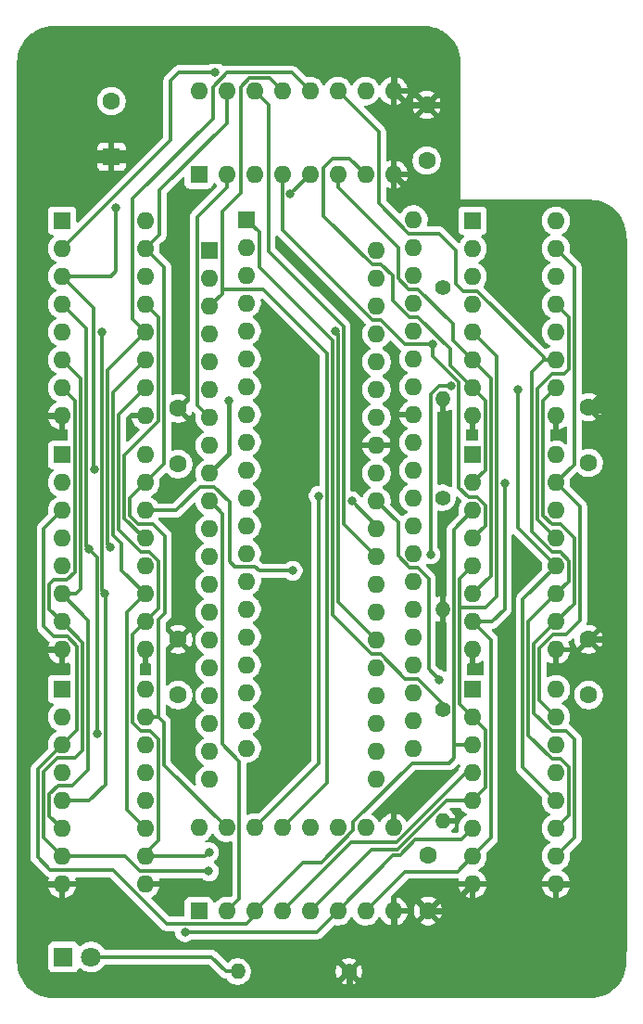
<source format=gbr>
%TF.GenerationSoftware,KiCad,Pcbnew,9.0.3*%
%TF.CreationDate,2025-10-30T22:20:45+00:00*%
%TF.ProjectId,TMSAdapterTC01,544d5341-6461-4707-9465-72544330312e,rev?*%
%TF.SameCoordinates,Original*%
%TF.FileFunction,Copper,L1,Top*%
%TF.FilePolarity,Positive*%
%FSLAX46Y46*%
G04 Gerber Fmt 4.6, Leading zero omitted, Abs format (unit mm)*
G04 Created by KiCad (PCBNEW 9.0.3) date 2025-10-30 22:20:45*
%MOMM*%
%LPD*%
G01*
G04 APERTURE LIST*
%TA.AperFunction,ComponentPad*%
%ADD10O,1.600000X1.600000*%
%TD*%
%TA.AperFunction,ComponentPad*%
%ADD11R,1.600000X1.600000*%
%TD*%
%TA.AperFunction,ComponentPad*%
%ADD12C,1.600000*%
%TD*%
%TA.AperFunction,ComponentPad*%
%ADD13C,1.400000*%
%TD*%
%TA.AperFunction,ComponentPad*%
%ADD14O,1.400000X1.400000*%
%TD*%
%TA.AperFunction,ComponentPad*%
%ADD15R,1.800000X1.800000*%
%TD*%
%TA.AperFunction,ComponentPad*%
%ADD16C,1.800000*%
%TD*%
%TA.AperFunction,ViaPad*%
%ADD17C,0.800000*%
%TD*%
%TA.AperFunction,Conductor*%
%ADD18C,0.300000*%
%TD*%
%TA.AperFunction,Conductor*%
%ADD19C,0.400000*%
%TD*%
%TA.AperFunction,Conductor*%
%ADD20C,0.600000*%
%TD*%
%TA.AperFunction,Conductor*%
%ADD21C,1.200000*%
%TD*%
G04 APERTURE END LIST*
D10*
%TO.P,IC156,16,VSS*%
%TO.N,GND*%
X35865000Y-43550000D03*
%TO.P,IC156,15,~{CAS}*%
%TO.N,~{VCAS}*%
X35865000Y-46090000D03*
%TO.P,IC156,14,OUT*%
%TO.N,/VD6*%
X35865000Y-48630000D03*
%TO.P,IC156,13,A6*%
%TO.N,/VAD7*%
X35865000Y-51170000D03*
%TO.P,IC156,12,A3*%
%TO.N,/VAD4*%
X35865000Y-53710000D03*
%TO.P,IC156,11,A4*%
%TO.N,/VAD5*%
X35865000Y-56250000D03*
%TO.P,IC156,10,A5*%
%TO.N,/VAD6*%
X35865000Y-58790000D03*
%TO.P,IC156,9,VCC*%
%TO.N,+5V*%
X35865000Y-61330000D03*
%TO.P,IC156,8,VDD*%
X28245000Y-61330000D03*
%TO.P,IC156,7,A1*%
%TO.N,/VAD2*%
X28245000Y-58790000D03*
%TO.P,IC156,6,A2*%
%TO.N,/VAD3*%
X28245000Y-56250000D03*
%TO.P,IC156,5,A0*%
%TO.N,/VAD1*%
X28245000Y-53710000D03*
%TO.P,IC156,4,~{RAS}*%
%TO.N,~{VRAS}*%
X28245000Y-51170000D03*
%TO.P,IC156,3,~{WE}*%
%TO.N,VR{slash}~{W}*%
X28245000Y-48630000D03*
%TO.P,IC156,2,IN*%
%TO.N,/VAD6*%
X28245000Y-46090000D03*
D11*
%TO.P,IC156,1,VBB*%
%TO.N,GND*%
X28245000Y-43550000D03*
%TD*%
D12*
%TO.P,C152,1*%
%TO.N,GND*%
X76360000Y-86840000D03*
%TO.P,C152,2*%
%TO.N,+5V*%
X76360000Y-81760000D03*
%TD*%
D11*
%TO.P,IC154,1,VBB*%
%TO.N,GND*%
X28245000Y-64920000D03*
D10*
%TO.P,IC154,2,IN*%
%TO.N,/VAD5*%
X28245000Y-67460000D03*
%TO.P,IC154,3,~{WE}*%
%TO.N,VR{slash}~{W}*%
X28245000Y-70000000D03*
%TO.P,IC154,4,~{RAS}*%
%TO.N,~{VRAS}*%
X28245000Y-72540000D03*
%TO.P,IC154,5,A0*%
%TO.N,/VAD1*%
X28245000Y-75080000D03*
%TO.P,IC154,6,A2*%
%TO.N,/VAD3*%
X28245000Y-77620000D03*
%TO.P,IC154,7,A1*%
%TO.N,/VAD2*%
X28245000Y-80160000D03*
%TO.P,IC154,8,VDD*%
%TO.N,+5V*%
X28245000Y-82700000D03*
%TO.P,IC154,9,VCC*%
X35865000Y-82700000D03*
%TO.P,IC154,10,A5*%
%TO.N,/VAD6*%
X35865000Y-80160000D03*
%TO.P,IC154,11,A4*%
%TO.N,/VAD5*%
X35865000Y-77620000D03*
%TO.P,IC154,12,A3*%
%TO.N,/VAD4*%
X35865000Y-75080000D03*
%TO.P,IC154,13,A6*%
%TO.N,/VAD7*%
X35865000Y-72540000D03*
%TO.P,IC154,14,OUT*%
%TO.N,/VD5*%
X35865000Y-70000000D03*
%TO.P,IC154,15,~{CAS}*%
%TO.N,~{VCAS}*%
X35865000Y-67460000D03*
%TO.P,IC154,16,VSS*%
%TO.N,GND*%
X35865000Y-64920000D03*
%TD*%
D11*
%TO.P,IC158,1,VBB*%
%TO.N,GND*%
X65760000Y-43550000D03*
D10*
%TO.P,IC158,2,IN*%
%TO.N,/VAD7*%
X65760000Y-46090000D03*
%TO.P,IC158,3,~{WE}*%
%TO.N,VR{slash}~{W}*%
X65760000Y-48630000D03*
%TO.P,IC158,4,~{RAS}*%
%TO.N,~{VRAS}*%
X65760000Y-51170000D03*
%TO.P,IC158,5,A0*%
%TO.N,/VAD1*%
X65760000Y-53710000D03*
%TO.P,IC158,6,A2*%
%TO.N,/VAD3*%
X65760000Y-56250000D03*
%TO.P,IC158,7,A1*%
%TO.N,/VAD2*%
X65760000Y-58790000D03*
%TO.P,IC158,8,VDD*%
%TO.N,+5V*%
X65760000Y-61330000D03*
%TO.P,IC158,9,VCC*%
X73380000Y-61330000D03*
%TO.P,IC158,10,A5*%
%TO.N,/VAD6*%
X73380000Y-58790000D03*
%TO.P,IC158,11,A4*%
%TO.N,/VAD5*%
X73380000Y-56250000D03*
%TO.P,IC158,12,A3*%
%TO.N,/VAD4*%
X73380000Y-53710000D03*
%TO.P,IC158,13,A6*%
%TO.N,/VAD7*%
X73380000Y-51170000D03*
%TO.P,IC158,14,OUT*%
%TO.N,/VD7*%
X73380000Y-48630000D03*
%TO.P,IC158,15,~{CAS}*%
%TO.N,~{VCAS}*%
X73380000Y-46090000D03*
%TO.P,IC158,16,VSS*%
%TO.N,GND*%
X73380000Y-43550000D03*
%TD*%
D11*
%TO.P,IC151,1,VBB*%
%TO.N,GND*%
X40740000Y-106570000D03*
D10*
%TO.P,IC151,2,IN*%
%TO.N,/VAD0*%
X43280000Y-106570000D03*
%TO.P,IC151,3,~{WE}*%
%TO.N,VR{slash}~{W}*%
X45820000Y-106570000D03*
%TO.P,IC151,4,~{RAS}*%
%TO.N,~{VRAS}*%
X48360000Y-106570000D03*
%TO.P,IC151,5,A0*%
%TO.N,/VAD1*%
X50900000Y-106570000D03*
%TO.P,IC151,6,A2*%
%TO.N,/VAD3*%
X53440000Y-106570000D03*
%TO.P,IC151,7,A1*%
%TO.N,/VAD2*%
X55980000Y-106570000D03*
%TO.P,IC151,8,VDD*%
%TO.N,+5V*%
X58520000Y-106570000D03*
%TO.P,IC151,9,VCC*%
X58520000Y-98950000D03*
%TO.P,IC151,10,A5*%
%TO.N,/VAD6*%
X55980000Y-98950000D03*
%TO.P,IC151,11,A4*%
%TO.N,/VAD5*%
X53440000Y-98950000D03*
%TO.P,IC151,12,A3*%
%TO.N,/VAD4*%
X50900000Y-98950000D03*
%TO.P,IC151,13,A6*%
%TO.N,/VAD7*%
X48360000Y-98950000D03*
%TO.P,IC151,14,OUT*%
%TO.N,/VD0*%
X45820000Y-98950000D03*
%TO.P,IC151,15,~{CAS}*%
%TO.N,~{VCAS}*%
X43280000Y-98950000D03*
%TO.P,IC151,16,VSS*%
%TO.N,GND*%
X40740000Y-98950000D03*
%TD*%
D13*
%TO.P,R153,1*%
%TO.N,Net-(J150-~{CAS})*%
X63010000Y-49640000D03*
D14*
%TO.P,R153,2*%
%TO.N,+5V*%
X63010000Y-59800000D03*
%TD*%
D15*
%TO.P,D150,1,K*%
%TO.N,GND*%
X28360000Y-110755000D03*
D16*
%TO.P,D150,2,A*%
%TO.N,Net-(D150-A)*%
X30900000Y-110755000D03*
%TD*%
D13*
%TO.P,R152,1*%
%TO.N,Net-(J150-R{slash}~{W})*%
X63010000Y-68830000D03*
D14*
%TO.P,R152,2*%
%TO.N,+5V*%
X63010000Y-78990000D03*
%TD*%
D11*
%TO.P,IC155,1,VBB*%
%TO.N,GND*%
X65760000Y-64920000D03*
D10*
%TO.P,IC155,2,IN*%
%TO.N,/VAD2*%
X65760000Y-67460000D03*
%TO.P,IC155,3,~{WE}*%
%TO.N,VR{slash}~{W}*%
X65760000Y-70000000D03*
%TO.P,IC155,4,~{RAS}*%
%TO.N,~{VRAS}*%
X65760000Y-72540000D03*
%TO.P,IC155,5,A0*%
%TO.N,/VAD1*%
X65760000Y-75080000D03*
%TO.P,IC155,6,A2*%
%TO.N,/VAD3*%
X65760000Y-77620000D03*
%TO.P,IC155,7,A1*%
%TO.N,/VAD2*%
X65760000Y-80160000D03*
%TO.P,IC155,8,VDD*%
%TO.N,+5V*%
X65760000Y-82700000D03*
%TO.P,IC155,9,VCC*%
X73380000Y-82700000D03*
%TO.P,IC155,10,A5*%
%TO.N,/VAD6*%
X73380000Y-80160000D03*
%TO.P,IC155,11,A4*%
%TO.N,/VAD5*%
X73380000Y-77620000D03*
%TO.P,IC155,12,A3*%
%TO.N,/VAD4*%
X73380000Y-75080000D03*
%TO.P,IC155,13,A6*%
%TO.N,/VAD7*%
X73380000Y-72540000D03*
%TO.P,IC155,14,OUT*%
%TO.N,/VD2*%
X73380000Y-70000000D03*
%TO.P,IC155,15,~{CAS}*%
%TO.N,~{VCAS}*%
X73380000Y-67460000D03*
%TO.P,IC155,16,VSS*%
%TO.N,GND*%
X73380000Y-64920000D03*
%TD*%
D12*
%TO.P,C153,1*%
%TO.N,GND*%
X61690000Y-101470000D03*
%TO.P,C153,2*%
%TO.N,+5V*%
X61690000Y-106550000D03*
%TD*%
D11*
%TO.P,IC157,1,VBB*%
%TO.N,GND*%
X40740000Y-39325000D03*
D10*
%TO.P,IC157,2,IN*%
%TO.N,/VAD3*%
X43280000Y-39325000D03*
%TO.P,IC157,3,~{WE}*%
%TO.N,VR{slash}~{W}*%
X45820000Y-39325000D03*
%TO.P,IC157,4,~{RAS}*%
%TO.N,~{VRAS}*%
X48360000Y-39325000D03*
%TO.P,IC157,5,A0*%
%TO.N,/VAD1*%
X50900000Y-39325000D03*
%TO.P,IC157,6,A2*%
%TO.N,/VAD3*%
X53440000Y-39325000D03*
%TO.P,IC157,7,A1*%
%TO.N,/VAD2*%
X55980000Y-39325000D03*
%TO.P,IC157,8,VDD*%
%TO.N,+5V*%
X58520000Y-39325000D03*
%TO.P,IC157,9,VCC*%
X58520000Y-31705000D03*
%TO.P,IC157,10,A5*%
%TO.N,/VAD6*%
X55980000Y-31705000D03*
%TO.P,IC157,11,A4*%
%TO.N,/VAD5*%
X53440000Y-31705000D03*
%TO.P,IC157,12,A3*%
%TO.N,/VAD4*%
X50900000Y-31705000D03*
%TO.P,IC157,13,A6*%
%TO.N,/VAD7*%
X48360000Y-31705000D03*
%TO.P,IC157,14,OUT*%
%TO.N,/VD3*%
X45820000Y-31705000D03*
%TO.P,IC157,15,~{CAS}*%
%TO.N,~{VCAS}*%
X43280000Y-31705000D03*
%TO.P,IC157,16,VSS*%
%TO.N,GND*%
X40740000Y-31705000D03*
%TD*%
D13*
%TO.P,R151,1*%
%TO.N,Net-(J150-~{RAS})*%
X63010000Y-88170000D03*
D14*
%TO.P,R151,2*%
%TO.N,+5V*%
X63010000Y-98330000D03*
%TD*%
D11*
%TO.P,IC153,1,VBB*%
%TO.N,GND*%
X65760000Y-86310000D03*
D10*
%TO.P,IC153,2,IN*%
%TO.N,/VAD1*%
X65760000Y-88850000D03*
%TO.P,IC153,3,~{WE}*%
%TO.N,VR{slash}~{W}*%
X65760000Y-91390000D03*
%TO.P,IC153,4,~{RAS}*%
%TO.N,~{VRAS}*%
X65760000Y-93930000D03*
%TO.P,IC153,5,A0*%
%TO.N,/VAD1*%
X65760000Y-96470000D03*
%TO.P,IC153,6,A2*%
%TO.N,/VAD3*%
X65760000Y-99010000D03*
%TO.P,IC153,7,A1*%
%TO.N,/VAD2*%
X65760000Y-101550000D03*
%TO.P,IC153,8,VDD*%
%TO.N,+5V*%
X65760000Y-104090000D03*
%TO.P,IC153,9,VCC*%
X73380000Y-104090000D03*
%TO.P,IC153,10,A5*%
%TO.N,/VAD6*%
X73380000Y-101550000D03*
%TO.P,IC153,11,A4*%
%TO.N,/VAD5*%
X73380000Y-99010000D03*
%TO.P,IC153,12,A3*%
%TO.N,/VAD4*%
X73380000Y-96470000D03*
%TO.P,IC153,13,A6*%
%TO.N,/VAD7*%
X73380000Y-93930000D03*
%TO.P,IC153,14,OUT*%
%TO.N,/VD1*%
X73380000Y-91390000D03*
%TO.P,IC153,15,~{CAS}*%
%TO.N,~{VCAS}*%
X73380000Y-88850000D03*
%TO.P,IC153,16,VSS*%
%TO.N,GND*%
X73380000Y-86310000D03*
%TD*%
D11*
%TO.P,IC150,1,~{RAS}*%
%TO.N,~{VRAS}*%
X41740000Y-46280000D03*
D10*
%TO.P,IC150,2,~{CAS}*%
%TO.N,~{VCAS}*%
X41740000Y-48820000D03*
%TO.P,IC150,3,AD7*%
%TO.N,/VAD7*%
X41740000Y-51360000D03*
%TO.P,IC150,4,AD6*%
%TO.N,/VAD6*%
X41740000Y-53900000D03*
%TO.P,IC150,5,AD5*%
%TO.N,/VAD5*%
X41740000Y-56440000D03*
%TO.P,IC150,6,AD4*%
%TO.N,/VAD4*%
X41740000Y-58980000D03*
%TO.P,IC150,7,AD3*%
%TO.N,/VAD3*%
X41740000Y-61520000D03*
%TO.P,IC150,8,AD2*%
%TO.N,/VAD2*%
X41740000Y-64060000D03*
%TO.P,IC150,9,AD1*%
%TO.N,/VAD1*%
X41740000Y-66600000D03*
%TO.P,IC150,10,AD0*%
%TO.N,/VAD0*%
X41740000Y-69140000D03*
%TO.P,IC150,11,R/~{W}*%
%TO.N,VR{slash}~{W}*%
X41740000Y-71680000D03*
%TO.P,IC150,12,VSS*%
%TO.N,GND*%
X41740000Y-74220000D03*
%TO.P,IC150,13,MODE*%
%TO.N,/A0*%
X41740000Y-76760000D03*
%TO.P,IC150,14,~{CSW}*%
%TO.N,~{CSW}*%
X41740000Y-79300000D03*
%TO.P,IC150,15,~{CSR}*%
%TO.N,~{CSR}*%
X41740000Y-81840000D03*
%TO.P,IC150,16,~{INT}*%
%TO.N,~{INTVDP}*%
X41740000Y-84380000D03*
%TO.P,IC150,17,CD7*%
%TO.N,/D7*%
X41740000Y-86920000D03*
%TO.P,IC150,18,CD6*%
%TO.N,/D6*%
X41740000Y-89460000D03*
%TO.P,IC150,19,CD5*%
%TO.N,/D5*%
X41740000Y-92000000D03*
%TO.P,IC150,20,CD4*%
%TO.N,/D4*%
X41740000Y-94540000D03*
%TO.P,IC150,21,CD3*%
%TO.N,/D3*%
X56980000Y-94540000D03*
%TO.P,IC150,22,CD2*%
%TO.N,/D2*%
X56980000Y-92000000D03*
%TO.P,IC150,23,CD1*%
%TO.N,/D1*%
X56980000Y-89460000D03*
%TO.P,IC150,24,CD0*%
%TO.N,/D0*%
X56980000Y-86920000D03*
%TO.P,IC150,25,RD7*%
%TO.N,/VD7*%
X56980000Y-84380000D03*
%TO.P,IC150,26,RD6*%
%TO.N,/VD6*%
X56980000Y-81840000D03*
%TO.P,IC150,27,RD5*%
%TO.N,/VD5*%
X56980000Y-79300000D03*
%TO.P,IC150,28,RD4*%
%TO.N,/VD4*%
X56980000Y-76760000D03*
%TO.P,IC150,29,RD3*%
%TO.N,/VD3*%
X56980000Y-74220000D03*
%TO.P,IC150,30,RD2*%
%TO.N,/VD2*%
X56980000Y-71680000D03*
%TO.P,IC150,31,RD1*%
%TO.N,/VD1*%
X56980000Y-69140000D03*
%TO.P,IC150,32,RD0*%
%TO.N,/VD0*%
X56980000Y-66600000D03*
%TO.P,IC150,33,VCC*%
%TO.N,+5V*%
X56980000Y-64060000D03*
%TO.P,IC150,34,~{RESET}/SYNC*%
%TO.N,~{RST}*%
X56980000Y-61520000D03*
%TO.P,IC150,35,EXTVDP*%
%TO.N,B-Y*%
X56980000Y-58980000D03*
%TO.P,IC150,36,COMVID*%
%TO.N,Y*%
X56980000Y-56440000D03*
%TO.P,IC150,37,GROMCLK*%
%TO.N,unconnected-(IC150-GROMCLK-Pad37)*%
X56980000Y-53900000D03*
%TO.P,IC150,38,CPUCLK*%
%TO.N,R-Y*%
X56980000Y-51360000D03*
%TO.P,IC150,39,XTAL2*%
%TO.N,XTAL2*%
X56980000Y-48820000D03*
%TO.P,IC150,40,XTAL1*%
%TO.N,XTAL1*%
X56980000Y-46280000D03*
%TD*%
D13*
%TO.P,R150,1*%
%TO.N,+5V*%
X54450000Y-112080000D03*
D14*
%TO.P,R150,2*%
%TO.N,Net-(D150-A)*%
X44290000Y-112080000D03*
%TD*%
D11*
%TO.P,C156,1*%
%TO.N,+5V*%
X32760000Y-37710000D03*
D12*
%TO.P,C156,2*%
%TO.N,GND*%
X32760000Y-32630000D03*
%TD*%
%TO.P,C154,1*%
%TO.N,GND*%
X38850000Y-65760000D03*
%TO.P,C154,2*%
%TO.N,+5V*%
X38850000Y-60680000D03*
%TD*%
%TO.P,C150,1*%
%TO.N,GND*%
X61560000Y-38050000D03*
%TO.P,C150,2*%
%TO.N,+5V*%
X61560000Y-32970000D03*
%TD*%
%TO.P,C155,1*%
%TO.N,GND*%
X76360000Y-65640000D03*
%TO.P,C155,2*%
%TO.N,+5V*%
X76360000Y-60560000D03*
%TD*%
%TO.P,C151,1*%
%TO.N,GND*%
X38850000Y-86840000D03*
%TO.P,C151,2*%
%TO.N,+5V*%
X38850000Y-81760000D03*
%TD*%
D11*
%TO.P,J150,1,~{RAS}*%
%TO.N,Net-(J150-~{RAS})*%
X45110000Y-43430000D03*
D10*
%TO.P,J150,2,~{CAS}*%
%TO.N,Net-(J150-~{CAS})*%
X45110000Y-45970000D03*
%TO.P,J150,3,AD7*%
%TO.N,unconnected-(J150-AD7-Pad3)*%
X45110000Y-48510000D03*
%TO.P,J150,4,AD6*%
%TO.N,unconnected-(J150-AD6-Pad4)*%
X45110000Y-51050000D03*
%TO.P,J150,5,AD5*%
%TO.N,unconnected-(J150-AD5-Pad5)*%
X45110000Y-53590000D03*
%TO.P,J150,6,AD4*%
%TO.N,unconnected-(J150-AD4-Pad6)*%
X45110000Y-56130000D03*
%TO.P,J150,7,AD3*%
%TO.N,unconnected-(J150-AD3-Pad7)*%
X45110000Y-58670000D03*
%TO.P,J150,8,AD2*%
%TO.N,unconnected-(J150-AD2-Pad8)*%
X45110000Y-61210000D03*
%TO.P,J150,9,AD1*%
%TO.N,unconnected-(J150-AD1-Pad9)*%
X45110000Y-63750000D03*
%TO.P,J150,10,AD0*%
%TO.N,unconnected-(J150-AD0-Pad10)*%
X45110000Y-66290000D03*
%TO.P,J150,11,R/~{W}*%
%TO.N,Net-(J150-R{slash}~{W})*%
X45110000Y-68830000D03*
%TO.P,J150,12,GND*%
%TO.N,GND*%
X45110000Y-71370000D03*
%TO.P,J150,13,MODE*%
%TO.N,/A0*%
X45110000Y-73910000D03*
%TO.P,J150,14,~{CSW}*%
%TO.N,~{CSW}*%
X45110000Y-76450000D03*
%TO.P,J150,15,~{CSR}*%
%TO.N,~{CSR}*%
X45110000Y-78990000D03*
%TO.P,J150,16,~{INT}*%
%TO.N,~{INTVDP}*%
X45110000Y-81530000D03*
%TO.P,J150,17,CD7*%
%TO.N,/D7*%
X45110000Y-84070000D03*
%TO.P,J150,18,CD6*%
%TO.N,/D6*%
X45110000Y-86610000D03*
%TO.P,J150,19,CD5*%
%TO.N,/D5*%
X45110000Y-89150000D03*
%TO.P,J150,20,CD4*%
%TO.N,/D4*%
X45110000Y-91690000D03*
%TO.P,J150,21,CD3*%
%TO.N,/D3*%
X60350000Y-91690000D03*
%TO.P,J150,22,CD2*%
%TO.N,/D2*%
X60350000Y-89150000D03*
%TO.P,J150,23,CD1*%
%TO.N,/D1*%
X60350000Y-86610000D03*
%TO.P,J150,24,CD0*%
%TO.N,/D0*%
X60350000Y-84070000D03*
%TO.P,J150,25,RD7*%
%TO.N,unconnected-(J150-RD7-Pad25)*%
X60350000Y-81530000D03*
%TO.P,J150,26,RD6*%
%TO.N,unconnected-(J150-RD6-Pad26)*%
X60350000Y-78990000D03*
%TO.P,J150,27,RD5*%
%TO.N,unconnected-(J150-RD5-Pad27)*%
X60350000Y-76450000D03*
%TO.P,J150,28,RD4*%
%TO.N,unconnected-(J150-RD4-Pad28)*%
X60350000Y-73910000D03*
%TO.P,J150,29,RD3*%
%TO.N,unconnected-(J150-RD3-Pad29)*%
X60350000Y-71370000D03*
%TO.P,J150,30,RD2*%
%TO.N,unconnected-(J150-RD2-Pad30)*%
X60350000Y-68830000D03*
%TO.P,J150,31,RD1*%
%TO.N,unconnected-(J150-RD1-Pad31)*%
X60350000Y-66290000D03*
%TO.P,J150,32,RD0*%
%TO.N,unconnected-(J150-RD0-Pad32)*%
X60350000Y-63750000D03*
%TO.P,J150,33,VCC*%
%TO.N,+5V*%
X60350000Y-61210000D03*
%TO.P,J150,34,~{RESET}/SYNC*%
%TO.N,~{RST}*%
X60350000Y-58670000D03*
%TO.P,J150,35,B-Y*%
%TO.N,B-Y*%
X60350000Y-56130000D03*
%TO.P,J150,36,Y*%
%TO.N,Y*%
X60350000Y-53590000D03*
%TO.P,J150,37,GROMCLK*%
%TO.N,unconnected-(J150-GROMCLK-Pad37)*%
X60350000Y-51050000D03*
%TO.P,J150,38,R-Y*%
%TO.N,R-Y*%
X60350000Y-48510000D03*
%TO.P,J150,39,XTAL2*%
%TO.N,XTAL2*%
X60350000Y-45970000D03*
%TO.P,J150,40,XTAL1*%
%TO.N,XTAL1*%
X60350000Y-43430000D03*
%TD*%
%TO.P,IC152,16,VSS*%
%TO.N,GND*%
X35865000Y-86310000D03*
%TO.P,IC152,15,~{CAS}*%
%TO.N,~{VCAS}*%
X35865000Y-88850000D03*
%TO.P,IC152,14,OUT*%
%TO.N,/VD4*%
X35865000Y-91390000D03*
%TO.P,IC152,13,A6*%
%TO.N,/VAD7*%
X35865000Y-93930000D03*
%TO.P,IC152,12,A3*%
%TO.N,/VAD4*%
X35865000Y-96470000D03*
%TO.P,IC152,11,A4*%
%TO.N,/VAD5*%
X35865000Y-99010000D03*
%TO.P,IC152,10,A5*%
%TO.N,/VAD6*%
X35865000Y-101550000D03*
%TO.P,IC152,9,VCC*%
%TO.N,+5V*%
X35865000Y-104090000D03*
%TO.P,IC152,8,VDD*%
X28245000Y-104090000D03*
%TO.P,IC152,7,A1*%
%TO.N,/VAD2*%
X28245000Y-101550000D03*
%TO.P,IC152,6,A2*%
%TO.N,/VAD3*%
X28245000Y-99010000D03*
%TO.P,IC152,5,A0*%
%TO.N,/VAD1*%
X28245000Y-96470000D03*
%TO.P,IC152,4,~{RAS}*%
%TO.N,~{VRAS}*%
X28245000Y-93930000D03*
%TO.P,IC152,3,~{WE}*%
%TO.N,VR{slash}~{W}*%
X28245000Y-91390000D03*
%TO.P,IC152,2,IN*%
%TO.N,/VAD4*%
X28245000Y-88850000D03*
D11*
%TO.P,IC152,1,VBB*%
%TO.N,GND*%
X28245000Y-86310000D03*
%TD*%
D17*
%TO.N,+5V*%
X48785000Y-63535000D03*
%TO.N,/VAD2*%
X68685200Y-67470000D03*
%TO.N,/VAD1*%
X43520000Y-59990000D03*
X31920000Y-53740000D03*
X32170000Y-77560000D03*
%TO.N,/VAD6*%
X42241800Y-29967900D03*
X41684200Y-101187300D03*
%TO.N,/VD6*%
X53214100Y-53598981D03*
%TO.N,/VD5*%
X49320000Y-75490000D03*
%TO.N,~{VRAS}*%
X30691900Y-73510200D03*
X31440000Y-90340000D03*
X62113700Y-54817900D03*
%TO.N,/VAD4*%
X32677831Y-73372169D03*
X69895300Y-58969400D03*
%TO.N,/VD7*%
X61903600Y-73989600D03*
X63766000Y-58624200D03*
%TO.N,/VAD2*%
X41659900Y-102924600D03*
%TO.N,/VAD3*%
X39470000Y-108475100D03*
%TO.N,/VD2*%
X54715900Y-69148200D03*
%TO.N,/VD0*%
X51703300Y-68654200D03*
%TO.N,/VD1*%
X62740700Y-85448200D03*
%TO.N,VR{slash}~{W}*%
X31166900Y-66237500D03*
X33190500Y-42371000D03*
%TO.N,/VAD1*%
X49110000Y-41120000D03*
%TD*%
D18*
%TO.N,/VAD5*%
X72228300Y-55988000D02*
X72228300Y-56250000D01*
X66197800Y-49957500D02*
X72228300Y-55988000D01*
X64937500Y-49957500D02*
X66197800Y-49957500D01*
X64240000Y-46270000D02*
X64240000Y-49260000D01*
X62670200Y-44700200D02*
X64240000Y-46270000D01*
X59937900Y-44700200D02*
X62670200Y-44700200D01*
X64240000Y-49260000D02*
X64937500Y-49957500D01*
X57186800Y-41949100D02*
X59937900Y-44700200D01*
X57186800Y-35451800D02*
X57186800Y-41949100D01*
X53440000Y-31705000D02*
X57186800Y-35451800D01*
%TO.N,/VAD7*%
X52459000Y-67643200D02*
X52459700Y-67642500D01*
X48360000Y-98950000D02*
X52459000Y-94851000D01*
X52459700Y-55629700D02*
X46620000Y-49790000D01*
X42891700Y-49790000D02*
X42891700Y-42656200D01*
X52459700Y-67642500D02*
X52459700Y-55629700D01*
X52459000Y-94851000D02*
X52459000Y-67643200D01*
X46620000Y-49790000D02*
X42891700Y-49790000D01*
%TO.N,/VD5*%
X38660000Y-70000000D02*
X35865000Y-70000000D01*
X40820000Y-67840000D02*
X38660000Y-70000000D01*
X42160000Y-67840000D02*
X40820000Y-67840000D01*
X43560000Y-69240000D02*
X42160000Y-67840000D01*
X43560000Y-74650000D02*
X43560000Y-69240000D01*
X45880000Y-75090000D02*
X44000000Y-75090000D01*
X49320000Y-75490000D02*
X46280000Y-75490000D01*
X46280000Y-75490000D02*
X45880000Y-75090000D01*
X44000000Y-75090000D02*
X43560000Y-74650000D01*
%TO.N,/VAD2*%
X68685200Y-67470000D02*
X68685200Y-78994800D01*
X67520000Y-80160000D02*
X65760000Y-80160000D01*
X68685200Y-78994800D02*
X67520000Y-80160000D01*
%TO.N,~{VCAS}*%
X37538600Y-89351700D02*
X37036900Y-88850000D01*
X37538600Y-93208600D02*
X37538600Y-89351700D01*
X43280000Y-98950000D02*
X37538600Y-93208600D01*
%TO.N,/VD0*%
X51703300Y-93066700D02*
X45820000Y-98950000D01*
X51703300Y-68654200D02*
X51703300Y-93066700D01*
D19*
%TO.N,/VAD1*%
X43520000Y-64820000D02*
X43520000Y-59990000D01*
X41740000Y-66600000D02*
X43520000Y-64820000D01*
D18*
%TO.N,~{VCAS}*%
X36536340Y-71255740D02*
X37620600Y-72340000D01*
X34425000Y-68900000D02*
X34425000Y-70486480D01*
X35865000Y-67460000D02*
X34425000Y-68900000D01*
X34425000Y-70486480D02*
X35194260Y-71255740D01*
X35194260Y-71255740D02*
X36536340Y-71255740D01*
%TO.N,/VAD7*%
X37040200Y-52345200D02*
X35865000Y-51170000D01*
X37040200Y-61851100D02*
X37040200Y-52345200D01*
X35770000Y-72540000D02*
X33924000Y-70694000D01*
X33924000Y-64967300D02*
X37040200Y-61851100D01*
X35865000Y-72540000D02*
X35770000Y-72540000D01*
X33924000Y-70694000D02*
X33924000Y-64967300D01*
%TO.N,/VAD6*%
X37067100Y-78942900D02*
X35865000Y-80145000D01*
X35865000Y-80145000D02*
X35865000Y-80160000D01*
X36235300Y-73810000D02*
X37067100Y-74641800D01*
X35455500Y-73810000D02*
X36235300Y-73810000D01*
X37067100Y-74641800D02*
X37067100Y-78942900D01*
X33423000Y-71777500D02*
X35455500Y-73810000D01*
X33423000Y-61232000D02*
X33423000Y-71777500D01*
X35865000Y-58790000D02*
X33423000Y-61232000D01*
%TO.N,/VAD5*%
X33684400Y-73022400D02*
X32922000Y-72260000D01*
X32922000Y-72260000D02*
X32922000Y-59193000D01*
X33684400Y-74080000D02*
X33684400Y-73022400D01*
X32922000Y-59193000D02*
X33684400Y-58430600D01*
X33684400Y-74080000D02*
X33684400Y-75439400D01*
%TO.N,/VAD4*%
X32421000Y-57154000D02*
X35865000Y-53710000D01*
X32421000Y-73115338D02*
X32421000Y-57154000D01*
X32677831Y-73372169D02*
X32421000Y-73115338D01*
%TO.N,/VAD1*%
X31920000Y-77310000D02*
X31920000Y-53740000D01*
X32170000Y-77560000D02*
X31920000Y-77310000D01*
X30710000Y-96470000D02*
X28245000Y-96470000D01*
X32191000Y-94989000D02*
X30710000Y-96470000D01*
X32191000Y-77581000D02*
X32191000Y-94989000D01*
X32170000Y-77560000D02*
X32191000Y-77581000D01*
X31920000Y-53710000D02*
X31920000Y-53740000D01*
%TO.N,VR{slash}~{W}*%
X31160000Y-51545000D02*
X28245000Y-48630000D01*
X31160000Y-66230600D02*
X31160000Y-51545000D01*
X31166900Y-66237500D02*
X31160000Y-66230600D01*
%TO.N,~{VRAS}*%
X30416900Y-73235200D02*
X30691900Y-73510200D01*
X30416900Y-53341900D02*
X30416900Y-73235200D01*
X28245000Y-51170000D02*
X30416900Y-53341900D01*
%TO.N,VR{slash}~{W}*%
X37785100Y-107725100D02*
X45114900Y-107725100D01*
X32880000Y-102820000D02*
X37785100Y-107725100D01*
X46270000Y-106570000D02*
X45820000Y-106570000D01*
X27180000Y-102820000D02*
X32880000Y-102820000D01*
X26020000Y-101660000D02*
X27180000Y-102820000D01*
X45114900Y-107725100D02*
X46270000Y-106570000D01*
X26020000Y-93615000D02*
X26020000Y-101660000D01*
X28245000Y-91390000D02*
X26020000Y-93615000D01*
%TO.N,/VAD2*%
X26530000Y-99835000D02*
X28245000Y-101550000D01*
X27839000Y-92541000D02*
X26530000Y-93850000D01*
X26530000Y-93850000D02*
X26530000Y-99835000D01*
X29449000Y-92541000D02*
X27839000Y-92541000D01*
X30120000Y-82035000D02*
X30120000Y-91870000D01*
X28245000Y-80160000D02*
X30120000Y-82035000D01*
X30120000Y-91870000D02*
X29449000Y-92541000D01*
%TO.N,/VAD3*%
X29209000Y-95081000D02*
X30650000Y-93640000D01*
X30650000Y-93640000D02*
X30650000Y-93160000D01*
X30650000Y-93160000D02*
X30650000Y-92970000D01*
X27879000Y-95081000D02*
X29209000Y-95081000D01*
X27094000Y-95866000D02*
X27879000Y-95081000D01*
X27094000Y-97859000D02*
X27094000Y-95866000D01*
X28245000Y-99010000D02*
X27094000Y-97859000D01*
X30650000Y-80025000D02*
X30650000Y-92970000D01*
%TO.N,/VAD4*%
X73380000Y-75090000D02*
X73380000Y-75080000D01*
X70350000Y-78120000D02*
X73380000Y-75090000D01*
X70350000Y-93440000D02*
X70350000Y-78120000D01*
X73380000Y-96470000D02*
X70350000Y-93440000D01*
X69895300Y-71595300D02*
X69895300Y-58969400D01*
X73380000Y-75080000D02*
X69895300Y-71595300D01*
%TO.N,Net-(J150-~{RAS})*%
X63010000Y-87633600D02*
X63010000Y-88170000D01*
X60716400Y-85340000D02*
X63010000Y-87633600D01*
X56545400Y-83110000D02*
X57361600Y-83110000D01*
X59591600Y-85340000D02*
X60716400Y-85340000D01*
X52960700Y-79525300D02*
X56545400Y-83110000D01*
X57361600Y-83110000D02*
X59591600Y-85340000D01*
X52960700Y-54470700D02*
X52960700Y-79525300D01*
X46261700Y-47771700D02*
X52960700Y-54470700D01*
X46261700Y-44581700D02*
X46261700Y-47771700D01*
X45110000Y-43430000D02*
X46261700Y-44581700D01*
%TO.N,/VD6*%
X53462400Y-78322400D02*
X56980000Y-81840000D01*
X53463100Y-53847981D02*
X53463100Y-62850900D01*
X53462400Y-62851600D02*
X53462400Y-78322400D01*
X53214100Y-53598981D02*
X53463100Y-53847981D01*
X53463100Y-62850900D02*
X53462400Y-62851600D01*
%TO.N,/VAD3*%
X51540000Y-108470000D02*
X53440000Y-106570000D01*
X39470000Y-108475100D02*
X39475100Y-108470000D01*
X39475100Y-108470000D02*
X51540000Y-108470000D01*
%TO.N,~{VCAS}*%
X71853000Y-82599240D02*
X71853000Y-87323000D01*
X71853000Y-87323000D02*
X73380000Y-88850000D01*
X73141240Y-81311000D02*
X71853000Y-82599240D01*
X75010000Y-80610000D02*
X74309000Y-81311000D01*
X75010000Y-80610000D02*
X75555700Y-80064300D01*
X74309000Y-81311000D02*
X73141240Y-81311000D01*
%TO.N,/VAD6*%
X71352000Y-88468500D02*
X71352000Y-82188000D01*
X73003500Y-90120000D02*
X71352000Y-88468500D01*
X74290000Y-90120000D02*
X73003500Y-90120000D01*
X75075700Y-90905700D02*
X74290000Y-90120000D01*
X71352000Y-82188000D02*
X73380000Y-80160000D01*
X75075700Y-99854300D02*
X75075700Y-90905700D01*
X73380000Y-101550000D02*
X75075700Y-99854300D01*
%TO.N,/VAD5*%
X74554400Y-93435200D02*
X74554400Y-97835600D01*
X73779200Y-92660000D02*
X74554400Y-93435200D01*
X73004400Y-92660000D02*
X73779200Y-92660000D01*
X74554400Y-97835600D02*
X73380000Y-99010000D01*
X70851000Y-80149000D02*
X70851000Y-90506600D01*
X73380000Y-77620000D02*
X70851000Y-80149000D01*
X70851000Y-90506600D02*
X73004400Y-92660000D01*
%TO.N,~{VCAS}*%
X75555700Y-69635700D02*
X73380000Y-67460000D01*
X75555700Y-80064300D02*
X75555700Y-69635700D01*
%TO.N,/VAD2*%
X35384600Y-102924600D02*
X41659900Y-102924600D01*
X28245000Y-101550000D02*
X34010000Y-101550000D01*
X34010000Y-101550000D02*
X35384600Y-102924600D01*
%TO.N,/VAD6*%
X35586900Y-101550000D02*
X41321500Y-101550000D01*
X41321500Y-101550000D02*
X41684200Y-101187300D01*
X37036900Y-100100000D02*
X35586900Y-101550000D01*
X75034900Y-72520000D02*
X75034900Y-78505100D01*
X73784900Y-71270000D02*
X75034900Y-72520000D01*
X72207400Y-70463100D02*
X73014300Y-71270000D01*
X75034900Y-78505100D02*
X73380000Y-80160000D01*
X72207400Y-59962600D02*
X72207400Y-70463100D01*
X73380000Y-58790000D02*
X72207400Y-59962600D01*
X73014300Y-71270000D02*
X73784900Y-71270000D01*
%TO.N,/VAD5*%
X74531700Y-76468300D02*
X73380000Y-77620000D01*
X74531700Y-74585200D02*
X74531700Y-76468300D01*
X73756500Y-73810000D02*
X74531700Y-74585200D01*
X73004600Y-73810000D02*
X73756500Y-73810000D01*
X71132200Y-57346100D02*
X71132200Y-71937600D01*
X71132200Y-71937600D02*
X73004600Y-73810000D01*
X72228300Y-56250000D02*
X71132200Y-57346100D01*
%TO.N,~{VCAS}*%
X75050500Y-65789500D02*
X73380000Y-67460000D01*
X75050500Y-47760500D02*
X75050500Y-65789500D01*
X73380000Y-46090000D02*
X75050500Y-47760500D01*
%TO.N,/VAD7*%
X71670600Y-58850100D02*
X71670600Y-70830600D01*
X74110000Y-57520000D02*
X73000700Y-57520000D01*
X71670600Y-70830600D02*
X73380000Y-72540000D01*
X74538700Y-57091300D02*
X74110000Y-57520000D01*
X73000700Y-57520000D02*
X71670600Y-58850100D01*
X74538700Y-52328700D02*
X74538700Y-57091300D01*
X73380000Y-51170000D02*
X74538700Y-52328700D01*
%TO.N,/VAD1*%
X67935200Y-55885200D02*
X65760000Y-53710000D01*
X67935200Y-77854800D02*
X67935200Y-55885200D01*
X66975200Y-78814800D02*
X67935200Y-77854800D01*
X64586100Y-78814800D02*
X66975200Y-78814800D01*
%TO.N,/VAD2*%
X54505000Y-37850000D02*
X55980000Y-39325000D01*
X52990000Y-37850000D02*
X54505000Y-37850000D01*
X52150000Y-38690000D02*
X52990000Y-37850000D01*
X52150000Y-43080800D02*
X52150000Y-38690000D01*
X56619200Y-47550000D02*
X52150000Y-43080800D01*
X57408700Y-47550000D02*
X56619200Y-47550000D01*
X58439600Y-48580900D02*
X57408700Y-47550000D01*
X59967300Y-52320000D02*
X58439600Y-50792300D01*
X58439600Y-50792300D02*
X58439600Y-48580900D01*
X60786400Y-52320000D02*
X59967300Y-52320000D01*
X63700000Y-56730000D02*
X63700000Y-55233600D01*
X65760000Y-58790000D02*
X63700000Y-56730000D01*
X63700000Y-55233600D02*
X60786400Y-52320000D01*
%TO.N,~{VRAS}*%
X65394700Y-68790000D02*
X64517700Y-67913000D01*
X66206200Y-68790000D02*
X65394700Y-68790000D01*
X62113700Y-55903700D02*
X62113700Y-54817900D01*
X66911700Y-69495500D02*
X66206200Y-68790000D01*
X66911700Y-71388300D02*
X66911700Y-69495500D01*
X65760000Y-72540000D02*
X66911700Y-71388300D01*
X64517700Y-67913000D02*
X64517700Y-58307700D01*
X64517700Y-58307700D02*
X62113700Y-55903700D01*
%TO.N,/VAD2*%
X66911700Y-59941700D02*
X65760000Y-58790000D01*
X66911700Y-66308300D02*
X66911700Y-59941700D01*
X65760000Y-67460000D02*
X66911700Y-66308300D01*
%TO.N,VR{slash}~{W}*%
X54828300Y-98427800D02*
X54828300Y-99194300D01*
X60211800Y-93044300D02*
X54828300Y-98427800D01*
X50290000Y-102100000D02*
X45820000Y-106570000D01*
X51922600Y-102100000D02*
X50290000Y-102100000D01*
X64062200Y-71697800D02*
X64062200Y-92607800D01*
X63625700Y-93044300D02*
X60211800Y-93044300D01*
X54828300Y-99194300D02*
X51922600Y-102100000D01*
X65760000Y-70000000D02*
X64062200Y-71697800D01*
X64062200Y-92607800D02*
X63625700Y-93044300D01*
%TO.N,/VAD1*%
X64586100Y-76253900D02*
X65760000Y-75080000D01*
X64586100Y-78814800D02*
X64586100Y-76253900D01*
%TO.N,/VAD2*%
X67424200Y-81824200D02*
X67424200Y-99885800D01*
X67424200Y-99885800D02*
X65760000Y-101550000D01*
X65760000Y-80160000D02*
X67424200Y-81824200D01*
%TO.N,/VAD1*%
X65760000Y-88850000D02*
X64586100Y-87676100D01*
X64586100Y-87676100D02*
X64586100Y-78814800D01*
X66921000Y-95309000D02*
X65760000Y-96470000D01*
X66921000Y-90011000D02*
X66921000Y-95309000D01*
X65760000Y-88850000D02*
X66921000Y-90011000D01*
%TO.N,~{VRAS}*%
X58844100Y-100270000D02*
X65184100Y-93930000D01*
X65184100Y-93930000D02*
X65760000Y-93930000D01*
X48360000Y-106570000D02*
X54660000Y-100270000D01*
X54660000Y-100270000D02*
X58844100Y-100270000D01*
%TO.N,VR{slash}~{W}*%
X64072200Y-91390000D02*
X65760000Y-91390000D01*
%TO.N,/VD3*%
X47090000Y-32975000D02*
X45820000Y-31705000D01*
X47090000Y-46347300D02*
X47090000Y-32975000D01*
X53964100Y-53221400D02*
X47090000Y-46347300D01*
X53964100Y-71204100D02*
X53964100Y-53221400D01*
X56980000Y-74220000D02*
X53964100Y-71204100D01*
%TO.N,/VD2*%
X56980000Y-71412300D02*
X54715900Y-69148200D01*
X56980000Y-71680000D02*
X56980000Y-71412300D01*
%TO.N,/VAD3*%
X40582400Y-60362400D02*
X41740000Y-61520000D01*
X40582400Y-43174300D02*
X40582400Y-60362400D01*
X43280000Y-40476700D02*
X40582400Y-43174300D01*
X43280000Y-39325000D02*
X43280000Y-40476700D01*
%TO.N,/VAD7*%
X45331700Y-30541800D02*
X47196800Y-30541800D01*
X47196800Y-30541800D02*
X48360000Y-31705000D01*
X44550000Y-40997900D02*
X44550000Y-31323500D01*
X42891700Y-42656200D02*
X44550000Y-40997900D01*
X42891700Y-50208300D02*
X42891700Y-49790000D01*
X41740000Y-51360000D02*
X42891700Y-50208300D01*
X44550000Y-31323500D02*
X45331700Y-30541800D01*
%TO.N,~{VCAS}*%
X37566900Y-65758100D02*
X37566900Y-47791900D01*
X35865000Y-67460000D02*
X37566900Y-65758100D01*
X37566900Y-47791900D02*
X35865000Y-46090000D01*
%TO.N,/VAD5*%
X33684400Y-75439400D02*
X35865000Y-77620000D01*
X35865000Y-56250000D02*
X33684400Y-58430600D01*
%TO.N,/VAD0*%
X44453800Y-92863800D02*
X44453800Y-105396200D01*
X44453800Y-105396200D02*
X43280000Y-106570000D01*
X42891700Y-91301700D02*
X44453800Y-92863800D01*
X41770000Y-69140000D02*
X42891700Y-70261700D01*
X42891700Y-70261700D02*
X42891700Y-91301700D01*
X41740000Y-69140000D02*
X41770000Y-69140000D01*
%TO.N,~{VCAS}*%
X37620600Y-79379400D02*
X37620600Y-72340000D01*
X37036900Y-79963100D02*
X37620600Y-79379400D01*
X37036900Y-88850000D02*
X37036900Y-79963100D01*
%TO.N,/VAD6*%
X36296100Y-90120000D02*
X37036900Y-90860800D01*
X34700000Y-89344900D02*
X35475100Y-90120000D01*
X34700000Y-81325000D02*
X34700000Y-89344900D01*
X35475100Y-90120000D02*
X36296100Y-90120000D01*
X35865000Y-80160000D02*
X34700000Y-81325000D01*
X37036900Y-90860800D02*
X37036900Y-100100000D01*
%TO.N,/VAD5*%
X34183400Y-97328400D02*
X35865000Y-99010000D01*
X34183400Y-79301600D02*
X34183400Y-97328400D01*
X35865000Y-77620000D02*
X34183400Y-79301600D01*
%TO.N,/VAD6*%
X35865000Y-101271900D02*
X37036900Y-100100000D01*
X35865000Y-101550000D02*
X35865000Y-101271900D01*
%TO.N,/VAD3*%
X53440000Y-106520000D02*
X53440000Y-106570000D01*
X58509000Y-101451000D02*
X53440000Y-106520000D01*
X59110220Y-101451000D02*
X58509000Y-101451000D01*
X60511220Y-100050000D02*
X59110220Y-101451000D01*
X65760000Y-99010000D02*
X64720000Y-100050000D01*
X64720000Y-100050000D02*
X60511220Y-100050000D01*
%TO.N,/VAD2*%
X64370200Y-102939800D02*
X65760000Y-101550000D01*
X59610200Y-102939800D02*
X64370200Y-102939800D01*
X55980000Y-106570000D02*
X59610200Y-102939800D01*
%TO.N,/VAD1*%
X58902700Y-100950000D02*
X63382700Y-96470000D01*
X63382700Y-96470000D02*
X65760000Y-96470000D01*
X56520000Y-100950000D02*
X58902700Y-100950000D01*
X50900000Y-106570000D02*
X56520000Y-100950000D01*
%TO.N,/VAD3*%
X28245000Y-77620000D02*
X30650000Y-80025000D01*
%TO.N,VR{slash}~{W}*%
X29619000Y-90016000D02*
X28245000Y-91390000D01*
X29619000Y-82370100D02*
X29619000Y-90016000D01*
X27514700Y-81464700D02*
X28713600Y-81464700D01*
X26586900Y-80536900D02*
X27514700Y-81464700D01*
X26586900Y-71658100D02*
X26586900Y-80536900D01*
X28245000Y-70000000D02*
X26586900Y-71658100D01*
X28713600Y-81464700D02*
X29619000Y-82370100D01*
%TO.N,~{VRAS}*%
X31420000Y-74238300D02*
X30691900Y-73510200D01*
X31420000Y-90320000D02*
X31420000Y-74238300D01*
X31440000Y-90340000D02*
X31420000Y-90320000D01*
%TO.N,/VAD2*%
X29397800Y-59942800D02*
X28245000Y-58790000D01*
X28640300Y-76350000D02*
X29397800Y-75592500D01*
X27470000Y-76350000D02*
X28640300Y-76350000D01*
X27087900Y-76732100D02*
X27470000Y-76350000D01*
X27087900Y-79002900D02*
X27087900Y-76732100D01*
X28245000Y-80160000D02*
X27087900Y-79002900D01*
X29397800Y-75592500D02*
X29397800Y-59942800D01*
%TO.N,/VAD3*%
X29915900Y-77184100D02*
X29480000Y-77620000D01*
X29915900Y-57920900D02*
X29915900Y-77184100D01*
X29480000Y-77620000D02*
X28245000Y-77620000D01*
X28245000Y-56250000D02*
X29915900Y-57920900D01*
%TO.N,/VAD4*%
X49222100Y-30027100D02*
X50900000Y-31705000D01*
X43300000Y-30027100D02*
X49222100Y-30027100D01*
X42010000Y-31317100D02*
X43300000Y-30027100D01*
X42010000Y-34240000D02*
X42010000Y-31317100D01*
X34706400Y-52551400D02*
X34706400Y-41543600D01*
X34706400Y-41543600D02*
X42010000Y-34240000D01*
X35865000Y-53710000D02*
X34706400Y-52551400D01*
%TO.N,/VAD6*%
X38160000Y-36190000D02*
X38160000Y-30760000D01*
X38952100Y-29967900D02*
X42241800Y-29967900D01*
X28260000Y-46090000D02*
X38160000Y-36190000D01*
X28245000Y-46090000D02*
X28260000Y-46090000D01*
X38160000Y-30760000D02*
X38952100Y-29967900D01*
%TO.N,VR{slash}~{W}*%
X32710000Y-48630000D02*
X33190500Y-48149500D01*
X33190500Y-48149500D02*
X33190500Y-42371000D01*
X28245000Y-48630000D02*
X32710000Y-48630000D01*
%TO.N,~{VCAS}*%
X37140000Y-44815000D02*
X35865000Y-46090000D01*
X43280000Y-34612200D02*
X37140000Y-40752200D01*
X37140000Y-40752200D02*
X37140000Y-44815000D01*
X43280000Y-31705000D02*
X43280000Y-34612200D01*
%TO.N,/VAD1*%
X50900000Y-39330000D02*
X50900000Y-39325000D01*
X49110000Y-41120000D02*
X50900000Y-39330000D01*
%TO.N,/VAD5*%
X73380000Y-56250000D02*
X72228300Y-56250000D01*
%TO.N,~{VRAS}*%
X59585800Y-54817900D02*
X62113700Y-54817900D01*
X57397900Y-52630000D02*
X59585800Y-54817900D01*
X56584100Y-52630000D02*
X57397900Y-52630000D01*
X48360000Y-44405900D02*
X56584100Y-52630000D01*
X48360000Y-39325000D02*
X48360000Y-44405900D01*
%TO.N,/VD7*%
X61903600Y-59412500D02*
X61903600Y-73989600D01*
X62691900Y-58624200D02*
X61903600Y-59412500D01*
X63766000Y-58624200D02*
X62691900Y-58624200D01*
%TO.N,/VAD3*%
X53440000Y-39325000D02*
X53440000Y-40476700D01*
X58941300Y-45978000D02*
X53440000Y-40476700D01*
X58941300Y-48810200D02*
X58941300Y-45978000D01*
X59911100Y-49780000D02*
X58941300Y-48810200D01*
X60761100Y-49780000D02*
X59911100Y-49780000D01*
X63958500Y-52977400D02*
X60761100Y-49780000D01*
X63958500Y-54448500D02*
X63958500Y-52977400D01*
X65760000Y-56250000D02*
X63958500Y-54448500D01*
X67427800Y-57917800D02*
X65760000Y-56250000D01*
X67427800Y-75952200D02*
X67427800Y-57917800D01*
X65760000Y-77620000D02*
X67427800Y-75952200D01*
%TO.N,~{VCAS}*%
X35865000Y-88850000D02*
X37016700Y-88850000D01*
X37036900Y-88850000D02*
X37016700Y-88850000D01*
%TO.N,/VD1*%
X61734700Y-84442200D02*
X62740700Y-85448200D01*
X61734700Y-76196800D02*
X61734700Y-84442200D01*
X60765400Y-75227500D02*
X61734700Y-76196800D01*
X60030600Y-75227500D02*
X60765400Y-75227500D01*
X58939800Y-74136700D02*
X60030600Y-75227500D01*
X58939800Y-71099800D02*
X58939800Y-74136700D01*
X56980000Y-69140000D02*
X58939800Y-71099800D01*
%TO.N,Net-(D150-A)*%
X41913300Y-110755000D02*
X43238300Y-112080000D01*
X30900000Y-110755000D02*
X41913300Y-110755000D01*
X44290000Y-112080000D02*
X43238300Y-112080000D01*
D20*
%TO.N,+5V*%
X63300000Y-106550000D02*
X65760000Y-104090000D01*
X61690000Y-106550000D02*
X63300000Y-106550000D01*
X79369000Y-104090000D02*
X79529000Y-103930000D01*
X73380000Y-104090000D02*
X79369000Y-104090000D01*
X58520000Y-114149000D02*
X58480000Y-114189000D01*
X58520000Y-106570000D02*
X58520000Y-114149000D01*
X54480000Y-114189000D02*
X58480000Y-114189000D01*
X54450000Y-114159000D02*
X54480000Y-114189000D01*
X54450000Y-112080000D02*
X54450000Y-114159000D01*
X24431000Y-104090000D02*
X24421000Y-104080000D01*
X28245000Y-104090000D02*
X24431000Y-104090000D01*
X24441000Y-82700000D02*
X24421000Y-82680000D01*
X28245000Y-82700000D02*
X24441000Y-82700000D01*
X24421000Y-61320000D02*
X24421000Y-82680000D01*
X24431000Y-61330000D02*
X24421000Y-61320000D01*
X28245000Y-61330000D02*
X24431000Y-61330000D01*
D21*
X35780000Y-36700000D02*
X35780000Y-29200000D01*
X34770000Y-37710000D02*
X35780000Y-36700000D01*
X32760000Y-37710000D02*
X34770000Y-37710000D01*
X32760000Y-37710000D02*
X24730000Y-37710000D01*
D20*
X58520000Y-31705000D02*
X58520000Y-28879500D01*
X59785000Y-32970000D02*
X58520000Y-31705000D01*
X61560000Y-32970000D02*
X59785000Y-32970000D01*
X64261500Y-32970000D02*
X64351500Y-33060000D01*
X61560000Y-32970000D02*
X64261500Y-32970000D01*
X59325000Y-40130000D02*
X64350000Y-40130000D01*
X58520000Y-39325000D02*
X59325000Y-40130000D01*
X79529000Y-110131000D02*
X79529000Y-103930000D01*
X75471000Y-114189000D02*
X79529000Y-110131000D01*
X58480000Y-114189000D02*
X75471000Y-114189000D01*
X64342300Y-28879500D02*
X58520000Y-28879500D01*
X64351500Y-29208500D02*
X64342300Y-28879500D01*
X64351500Y-33060000D02*
X64351500Y-29208500D01*
X64351500Y-39608500D02*
X64351500Y-33060000D01*
X64350000Y-39610000D02*
X64351500Y-39608500D01*
X64350000Y-40130000D02*
X64350000Y-39610000D01*
X79529000Y-81760000D02*
X79529000Y-79240000D01*
X76360000Y-81760000D02*
X79529000Y-81760000D01*
X79529000Y-103930000D02*
X79529000Y-81760000D01*
X79529000Y-81760000D02*
X79529000Y-79240000D01*
X24421000Y-82680000D02*
X24421000Y-104080000D01*
X27830000Y-114189000D02*
X54480000Y-114189000D01*
X24421000Y-110780000D02*
X27830000Y-114189000D01*
X24421000Y-104080000D02*
X24421000Y-110780000D01*
X79529000Y-79240000D02*
X79529000Y-60560000D01*
X64350000Y-41692500D02*
X64350000Y-40130000D01*
X64588500Y-41931000D02*
X64350000Y-41692500D01*
X76221000Y-41931000D02*
X64588500Y-41931000D01*
X79529000Y-45239000D02*
X76221000Y-41931000D01*
X79529000Y-60560000D02*
X79529000Y-45239000D01*
D21*
X76360000Y-60560000D02*
X79210000Y-60560000D01*
D18*
X79210000Y-60560000D02*
X79529000Y-60560000D01*
D20*
X58520000Y-28879500D02*
X35785000Y-28879500D01*
X24421000Y-30339000D02*
X24421000Y-61320000D01*
X25880500Y-28879500D02*
X24421000Y-30339000D01*
X35785000Y-28879500D02*
X25880500Y-28879500D01*
D18*
X35780000Y-28884500D02*
X35780000Y-29200000D01*
X35785000Y-28879500D02*
X35780000Y-28884500D01*
%TD*%
%TA.AperFunction,Conductor*%
%TO.N,+5V*%
G36*
X42081445Y-99493865D02*
G01*
X42120485Y-99538919D01*
X42167715Y-99631614D01*
X42288028Y-99797213D01*
X42432786Y-99941971D01*
X42515371Y-100001971D01*
X42598390Y-100062287D01*
X42714607Y-100121503D01*
X42780776Y-100155218D01*
X42780778Y-100155218D01*
X42780781Y-100155220D01*
X42857748Y-100180228D01*
X42975465Y-100218477D01*
X43067885Y-100233115D01*
X43177648Y-100250500D01*
X43177649Y-100250500D01*
X43382351Y-100250500D01*
X43382352Y-100250500D01*
X43584534Y-100218477D01*
X43640981Y-100200135D01*
X43710822Y-100198141D01*
X43770655Y-100234221D01*
X43801484Y-100296921D01*
X43803300Y-100318067D01*
X43803300Y-105075391D01*
X43794655Y-105104830D01*
X43788132Y-105134818D01*
X43784377Y-105139833D01*
X43783615Y-105142430D01*
X43766981Y-105163073D01*
X43667190Y-105262863D01*
X43605866Y-105296347D01*
X43560111Y-105297654D01*
X43414611Y-105274609D01*
X43382352Y-105269500D01*
X43177648Y-105269500D01*
X43157242Y-105272732D01*
X42975465Y-105301522D01*
X42780776Y-105364781D01*
X42598386Y-105457715D01*
X42432786Y-105578028D01*
X42288032Y-105722782D01*
X42261668Y-105759070D01*
X42206338Y-105801735D01*
X42136724Y-105807714D01*
X42074929Y-105775108D01*
X42040572Y-105714269D01*
X42038060Y-105699438D01*
X42037640Y-105695533D01*
X42034091Y-105662517D01*
X41983796Y-105527669D01*
X41983795Y-105527668D01*
X41983793Y-105527664D01*
X41897547Y-105412455D01*
X41897544Y-105412452D01*
X41782335Y-105326206D01*
X41782328Y-105326202D01*
X41647482Y-105275908D01*
X41647483Y-105275908D01*
X41587883Y-105269501D01*
X41587881Y-105269500D01*
X41587873Y-105269500D01*
X41587864Y-105269500D01*
X39892129Y-105269500D01*
X39892123Y-105269501D01*
X39832516Y-105275908D01*
X39697671Y-105326202D01*
X39697664Y-105326206D01*
X39582455Y-105412452D01*
X39582452Y-105412455D01*
X39496206Y-105527664D01*
X39496202Y-105527671D01*
X39445908Y-105662517D01*
X39441939Y-105699438D01*
X39439500Y-105722127D01*
X39439500Y-106395606D01*
X39439501Y-106950600D01*
X39419816Y-107017639D01*
X39367013Y-107063394D01*
X39315501Y-107074600D01*
X38105908Y-107074600D01*
X38038869Y-107054915D01*
X38018227Y-107038281D01*
X36425536Y-105445590D01*
X36392051Y-105384267D01*
X36397035Y-105314575D01*
X36438907Y-105258642D01*
X36456923Y-105247424D01*
X36546347Y-105201861D01*
X36711894Y-105081582D01*
X36711895Y-105081582D01*
X36856582Y-104936895D01*
X36856582Y-104936894D01*
X36976859Y-104771349D01*
X37069755Y-104589029D01*
X37132990Y-104394413D01*
X37141609Y-104340000D01*
X36180686Y-104340000D01*
X36185080Y-104335606D01*
X36237741Y-104244394D01*
X36265000Y-104142661D01*
X36265000Y-104037339D01*
X36237741Y-103935606D01*
X36185080Y-103844394D01*
X36180686Y-103840000D01*
X37141609Y-103840000D01*
X37132990Y-103785586D01*
X37132990Y-103785585D01*
X37117340Y-103737418D01*
X37115345Y-103667577D01*
X37151425Y-103607744D01*
X37214126Y-103576916D01*
X37235271Y-103575100D01*
X40985538Y-103575100D01*
X41052577Y-103594785D01*
X41073219Y-103611419D01*
X41085861Y-103624061D01*
X41085865Y-103624064D01*
X41233346Y-103722609D01*
X41233359Y-103722616D01*
X41347563Y-103769920D01*
X41397234Y-103790494D01*
X41397236Y-103790494D01*
X41397241Y-103790496D01*
X41571204Y-103825099D01*
X41571207Y-103825100D01*
X41571209Y-103825100D01*
X41748593Y-103825100D01*
X41748594Y-103825099D01*
X41806582Y-103813564D01*
X41922558Y-103790496D01*
X41922561Y-103790494D01*
X41922566Y-103790494D01*
X42062435Y-103732558D01*
X42086440Y-103722616D01*
X42086440Y-103722615D01*
X42086447Y-103722613D01*
X42233935Y-103624064D01*
X42359364Y-103498635D01*
X42457913Y-103351147D01*
X42525794Y-103187266D01*
X42560400Y-103013291D01*
X42560400Y-102835909D01*
X42560400Y-102835906D01*
X42560399Y-102835904D01*
X42525796Y-102661941D01*
X42525793Y-102661932D01*
X42457916Y-102498059D01*
X42457909Y-102498046D01*
X42359364Y-102350565D01*
X42359361Y-102350561D01*
X42233938Y-102225138D01*
X42233934Y-102225135D01*
X42147184Y-102167170D01*
X42102379Y-102113558D01*
X42093672Y-102044233D01*
X42123827Y-101981205D01*
X42147181Y-101960967D01*
X42258235Y-101886764D01*
X42383664Y-101761335D01*
X42482213Y-101613847D01*
X42550094Y-101449966D01*
X42550751Y-101446666D01*
X42584254Y-101278232D01*
X42584700Y-101275991D01*
X42584700Y-101098609D01*
X42584700Y-101098606D01*
X42584699Y-101098604D01*
X42550096Y-100924641D01*
X42550093Y-100924632D01*
X42549555Y-100923334D01*
X42509658Y-100827011D01*
X42482216Y-100760759D01*
X42482209Y-100760746D01*
X42383664Y-100613265D01*
X42383661Y-100613261D01*
X42258238Y-100487838D01*
X42258234Y-100487835D01*
X42110753Y-100389290D01*
X42110740Y-100389283D01*
X41946867Y-100321406D01*
X41946858Y-100321403D01*
X41772894Y-100286800D01*
X41772891Y-100286800D01*
X41595509Y-100286800D01*
X41595504Y-100286800D01*
X41466709Y-100312419D01*
X41397117Y-100306192D01*
X41341940Y-100263329D01*
X41318696Y-100197439D01*
X41334764Y-100129442D01*
X41385043Y-100080926D01*
X41386224Y-100080317D01*
X41421610Y-100062287D01*
X41504634Y-100001967D01*
X41587213Y-99941971D01*
X41587215Y-99941968D01*
X41587219Y-99941966D01*
X41731966Y-99797219D01*
X41731968Y-99797215D01*
X41731971Y-99797213D01*
X41852284Y-99631614D01*
X41852285Y-99631613D01*
X41852287Y-99631610D01*
X41899516Y-99538917D01*
X41947489Y-99488123D01*
X42015310Y-99471328D01*
X42081445Y-99493865D01*
G37*
%TD.AperFunction*%
%TA.AperFunction,Conductor*%
G36*
X64567178Y-97122041D02*
G01*
X64572541Y-97120955D01*
X64600343Y-97131779D01*
X64628968Y-97140185D01*
X64633903Y-97144846D01*
X64637650Y-97146305D01*
X64662245Y-97171612D01*
X64768030Y-97317213D01*
X64768034Y-97317219D01*
X64912786Y-97461971D01*
X65059873Y-97568834D01*
X65078390Y-97582287D01*
X65160541Y-97624145D01*
X65171080Y-97629515D01*
X65221876Y-97677490D01*
X65238671Y-97745311D01*
X65216134Y-97811446D01*
X65171080Y-97850485D01*
X65078386Y-97897715D01*
X64912786Y-98018028D01*
X64768028Y-98162786D01*
X64647715Y-98328386D01*
X64554781Y-98510776D01*
X64491522Y-98705465D01*
X64459500Y-98907648D01*
X64459500Y-99112351D01*
X64482268Y-99256102D01*
X64473313Y-99325395D01*
X64428317Y-99378847D01*
X64361566Y-99399487D01*
X64359795Y-99399500D01*
X63936919Y-99399500D01*
X63869880Y-99379815D01*
X63824125Y-99327011D01*
X63814181Y-99257853D01*
X63843206Y-99194297D01*
X63849238Y-99187819D01*
X63925310Y-99111746D01*
X63925314Y-99111741D01*
X64036329Y-98958940D01*
X64122085Y-98790637D01*
X64180451Y-98611002D01*
X64185362Y-98580000D01*
X63254975Y-98580000D01*
X63290070Y-98544905D01*
X63336148Y-98465095D01*
X63360000Y-98376078D01*
X63360000Y-98283922D01*
X63336148Y-98194905D01*
X63290070Y-98115095D01*
X63254975Y-98080000D01*
X64185362Y-98080000D01*
X64180451Y-98048997D01*
X64122085Y-97869362D01*
X64036329Y-97701059D01*
X63925314Y-97548258D01*
X63925310Y-97548253D01*
X63791746Y-97414689D01*
X63791741Y-97414685D01*
X63695577Y-97344818D01*
X63652911Y-97289488D01*
X63646932Y-97219875D01*
X63679537Y-97158080D01*
X63740376Y-97123723D01*
X63768462Y-97120500D01*
X64561929Y-97120500D01*
X64567178Y-97122041D01*
G37*
%TD.AperFunction*%
%TA.AperFunction,Conductor*%
G36*
X64543177Y-93149281D02*
G01*
X64599111Y-93191152D01*
X64623528Y-93256617D01*
X64610329Y-93321757D01*
X64554782Y-93430775D01*
X64491522Y-93625468D01*
X64483303Y-93677360D01*
X64453373Y-93740494D01*
X64448511Y-93745641D01*
X59851658Y-98342494D01*
X59790335Y-98375979D01*
X59720643Y-98370995D01*
X59664710Y-98329123D01*
X59653491Y-98311106D01*
X59631859Y-98268650D01*
X59511582Y-98103105D01*
X59511582Y-98103104D01*
X59366895Y-97958417D01*
X59201349Y-97838140D01*
X59019029Y-97745244D01*
X58824413Y-97682009D01*
X58770000Y-97673390D01*
X58770000Y-98634314D01*
X58765606Y-98629920D01*
X58674394Y-98577259D01*
X58572661Y-98550000D01*
X58467339Y-98550000D01*
X58365606Y-98577259D01*
X58274394Y-98629920D01*
X58270000Y-98634314D01*
X58270000Y-97673390D01*
X58215586Y-97682009D01*
X58020970Y-97745244D01*
X57838650Y-97838140D01*
X57673105Y-97958417D01*
X57673104Y-97958417D01*
X57528417Y-98103104D01*
X57528417Y-98103105D01*
X57408140Y-98268650D01*
X57360765Y-98361629D01*
X57312790Y-98412425D01*
X57244969Y-98429220D01*
X57178834Y-98406682D01*
X57139795Y-98361629D01*
X57123232Y-98329123D01*
X57092287Y-98268390D01*
X57084556Y-98257749D01*
X56971971Y-98102786D01*
X56827213Y-97958028D01*
X56661611Y-97837713D01*
X56599519Y-97806075D01*
X56548724Y-97758101D01*
X56531929Y-97690279D01*
X56554467Y-97624145D01*
X56568128Y-97607916D01*
X60444927Y-93731119D01*
X60506250Y-93697634D01*
X60532608Y-93694800D01*
X63689771Y-93694800D01*
X63777443Y-93677360D01*
X63815444Y-93669801D01*
X63933827Y-93620765D01*
X63934224Y-93620500D01*
X64040369Y-93549577D01*
X64412163Y-93177781D01*
X64473486Y-93144297D01*
X64543177Y-93149281D01*
G37*
%TD.AperFunction*%
%TA.AperFunction,Conductor*%
G36*
X46574056Y-50668559D02*
G01*
X46596194Y-50686140D01*
X51772881Y-55862827D01*
X51806366Y-55924150D01*
X51809200Y-55950508D01*
X51809200Y-67565934D01*
X51809193Y-67567295D01*
X51809095Y-67576134D01*
X51808500Y-67579131D01*
X51808500Y-67630423D01*
X51808493Y-67631061D01*
X51798465Y-67663871D01*
X51788815Y-67696739D01*
X51788280Y-67697202D01*
X51788073Y-67697880D01*
X51761901Y-67720059D01*
X51736011Y-67742494D01*
X51735228Y-67742664D01*
X51734770Y-67743053D01*
X51731367Y-67743504D01*
X51684500Y-67753700D01*
X51614606Y-67753700D01*
X51440641Y-67788303D01*
X51440632Y-67788306D01*
X51276759Y-67856183D01*
X51276746Y-67856190D01*
X51129265Y-67954735D01*
X51129261Y-67954738D01*
X51003838Y-68080161D01*
X51003835Y-68080165D01*
X50905290Y-68227646D01*
X50905283Y-68227659D01*
X50837406Y-68391532D01*
X50837403Y-68391541D01*
X50802800Y-68565504D01*
X50802800Y-68742895D01*
X50837403Y-68916858D01*
X50837406Y-68916867D01*
X50905283Y-69080740D01*
X50905290Y-69080753D01*
X51003834Y-69228233D01*
X51003835Y-69228234D01*
X51003836Y-69228235D01*
X51016480Y-69240879D01*
X51049965Y-69302199D01*
X51052800Y-69328561D01*
X51052800Y-92745891D01*
X51033115Y-92812930D01*
X51016481Y-92833572D01*
X46207190Y-97642862D01*
X46145867Y-97676347D01*
X46100111Y-97677654D01*
X45954611Y-97654609D01*
X45922352Y-97649500D01*
X45717648Y-97649500D01*
X45697242Y-97652732D01*
X45515465Y-97681522D01*
X45320773Y-97744782D01*
X45284594Y-97763217D01*
X45215924Y-97776113D01*
X45151184Y-97749836D01*
X45110928Y-97692729D01*
X45104300Y-97652732D01*
X45104300Y-93113519D01*
X45123985Y-93046480D01*
X45176789Y-93000725D01*
X45208902Y-92991046D01*
X45212349Y-92990500D01*
X45212352Y-92990500D01*
X45414534Y-92958477D01*
X45609219Y-92895220D01*
X45791610Y-92802287D01*
X45898290Y-92724780D01*
X45957213Y-92681971D01*
X45957215Y-92681968D01*
X45957219Y-92681966D01*
X46101966Y-92537219D01*
X46101968Y-92537215D01*
X46101971Y-92537213D01*
X46163833Y-92452065D01*
X46222287Y-92371610D01*
X46315220Y-92189219D01*
X46378477Y-91994534D01*
X46410500Y-91792352D01*
X46410500Y-91587648D01*
X46378477Y-91385466D01*
X46315220Y-91190781D01*
X46315218Y-91190778D01*
X46315218Y-91190776D01*
X46261559Y-91085466D01*
X46222287Y-91008390D01*
X46202309Y-90980892D01*
X46101971Y-90842786D01*
X45957213Y-90698028D01*
X45791614Y-90577715D01*
X45780955Y-90572284D01*
X45698917Y-90530483D01*
X45648123Y-90482511D01*
X45631328Y-90414690D01*
X45653865Y-90348555D01*
X45698917Y-90309516D01*
X45791610Y-90262287D01*
X45835382Y-90230485D01*
X45957213Y-90141971D01*
X45957215Y-90141968D01*
X45957219Y-90141966D01*
X46101966Y-89997219D01*
X46101968Y-89997215D01*
X46101971Y-89997213D01*
X46154732Y-89924590D01*
X46222287Y-89831610D01*
X46315220Y-89649219D01*
X46378477Y-89454534D01*
X46410500Y-89252352D01*
X46410500Y-89047648D01*
X46395406Y-88952351D01*
X46378477Y-88845465D01*
X46315218Y-88650776D01*
X46281503Y-88584607D01*
X46222287Y-88468390D01*
X46209738Y-88451118D01*
X46101971Y-88302786D01*
X45957213Y-88158028D01*
X45791614Y-88037715D01*
X45780955Y-88032284D01*
X45698917Y-87990483D01*
X45648123Y-87942511D01*
X45631328Y-87874690D01*
X45653865Y-87808555D01*
X45698917Y-87769516D01*
X45791610Y-87722287D01*
X45835382Y-87690485D01*
X45957213Y-87601971D01*
X45957215Y-87601968D01*
X45957219Y-87601966D01*
X46101966Y-87457219D01*
X46101968Y-87457215D01*
X46101971Y-87457213D01*
X46214759Y-87301971D01*
X46222287Y-87291610D01*
X46315220Y-87109219D01*
X46378477Y-86914534D01*
X46410500Y-86712352D01*
X46410500Y-86507648D01*
X46395400Y-86412309D01*
X46378477Y-86305465D01*
X46315218Y-86110776D01*
X46261559Y-86005466D01*
X46222287Y-85928390D01*
X46165032Y-85849584D01*
X46101971Y-85762786D01*
X45957213Y-85618028D01*
X45791614Y-85497715D01*
X45732600Y-85467646D01*
X45698917Y-85450483D01*
X45648123Y-85402511D01*
X45631328Y-85334690D01*
X45653865Y-85268555D01*
X45698917Y-85229516D01*
X45791610Y-85182287D01*
X45832675Y-85152452D01*
X45957213Y-85061971D01*
X45957215Y-85061968D01*
X45957219Y-85061966D01*
X46101966Y-84917219D01*
X46101968Y-84917215D01*
X46101971Y-84917213D01*
X46154732Y-84844590D01*
X46222287Y-84751610D01*
X46315220Y-84569219D01*
X46378477Y-84374534D01*
X46410500Y-84172352D01*
X46410500Y-83967648D01*
X46385825Y-83811859D01*
X46378477Y-83765465D01*
X46349127Y-83675137D01*
X46315220Y-83570781D01*
X46315218Y-83570778D01*
X46315218Y-83570776D01*
X46280521Y-83502680D01*
X46222287Y-83388390D01*
X46214556Y-83377749D01*
X46101971Y-83222786D01*
X45957213Y-83078028D01*
X45791614Y-82957715D01*
X45767849Y-82945606D01*
X45698917Y-82910483D01*
X45648123Y-82862511D01*
X45631328Y-82794690D01*
X45653865Y-82728555D01*
X45698917Y-82689516D01*
X45791610Y-82642287D01*
X45885600Y-82574000D01*
X45957213Y-82521971D01*
X45957215Y-82521968D01*
X45957219Y-82521966D01*
X46101966Y-82377219D01*
X46101968Y-82377215D01*
X46101971Y-82377213D01*
X46187834Y-82259031D01*
X46222287Y-82211610D01*
X46312872Y-82033827D01*
X46315218Y-82029223D01*
X46315218Y-82029222D01*
X46315220Y-82029219D01*
X46378477Y-81834534D01*
X46410500Y-81632352D01*
X46410500Y-81427648D01*
X46378477Y-81225466D01*
X46315220Y-81030781D01*
X46315218Y-81030778D01*
X46315218Y-81030776D01*
X46274859Y-80951569D01*
X46222287Y-80848390D01*
X46191291Y-80805727D01*
X46101971Y-80682786D01*
X45957213Y-80538028D01*
X45791614Y-80417715D01*
X45732335Y-80387511D01*
X45698917Y-80370483D01*
X45648123Y-80322511D01*
X45631328Y-80254690D01*
X45653865Y-80188555D01*
X45698917Y-80149516D01*
X45791610Y-80102287D01*
X45860650Y-80052127D01*
X45957213Y-79981971D01*
X45957215Y-79981968D01*
X45957219Y-79981966D01*
X46101966Y-79837219D01*
X46101968Y-79837215D01*
X46101971Y-79837213D01*
X46210721Y-79687529D01*
X46222287Y-79671610D01*
X46315220Y-79489219D01*
X46378477Y-79294534D01*
X46410500Y-79092352D01*
X46410500Y-78887648D01*
X46378477Y-78685466D01*
X46375156Y-78675246D01*
X46315218Y-78490776D01*
X46263587Y-78389446D01*
X46222287Y-78308390D01*
X46152603Y-78212477D01*
X46101971Y-78142786D01*
X45957213Y-77998028D01*
X45791614Y-77877715D01*
X45780955Y-77872284D01*
X45698917Y-77830483D01*
X45648123Y-77782511D01*
X45631328Y-77714690D01*
X45653865Y-77648555D01*
X45698917Y-77609516D01*
X45791610Y-77562287D01*
X45844201Y-77524078D01*
X45957213Y-77441971D01*
X45957215Y-77441968D01*
X45957219Y-77441966D01*
X46101966Y-77297219D01*
X46101968Y-77297215D01*
X46101971Y-77297213D01*
X46154732Y-77224590D01*
X46222287Y-77131610D01*
X46315220Y-76949219D01*
X46378477Y-76754534D01*
X46410500Y-76552352D01*
X46410500Y-76347648D01*
X46400403Y-76283898D01*
X46409358Y-76214604D01*
X46454354Y-76161152D01*
X46521106Y-76140513D01*
X46522876Y-76140500D01*
X48645638Y-76140500D01*
X48712677Y-76160185D01*
X48733319Y-76176819D01*
X48745961Y-76189461D01*
X48745965Y-76189464D01*
X48893446Y-76288009D01*
X48893459Y-76288016D01*
X48984762Y-76325834D01*
X49057334Y-76355894D01*
X49057336Y-76355894D01*
X49057341Y-76355896D01*
X49231304Y-76390499D01*
X49231307Y-76390500D01*
X49231309Y-76390500D01*
X49408693Y-76390500D01*
X49408694Y-76390499D01*
X49515014Y-76369351D01*
X49582658Y-76355896D01*
X49582661Y-76355894D01*
X49582666Y-76355894D01*
X49746547Y-76288013D01*
X49894035Y-76189464D01*
X50019464Y-76064035D01*
X50118013Y-75916547D01*
X50185894Y-75752666D01*
X50186917Y-75747527D01*
X50220499Y-75578695D01*
X50220500Y-75578693D01*
X50220500Y-75401306D01*
X50220499Y-75401304D01*
X50185896Y-75227341D01*
X50185893Y-75227332D01*
X50179530Y-75211971D01*
X50119573Y-75067219D01*
X50118016Y-75063459D01*
X50118009Y-75063446D01*
X50019464Y-74915965D01*
X50019461Y-74915961D01*
X49894038Y-74790538D01*
X49894034Y-74790535D01*
X49746553Y-74691990D01*
X49746540Y-74691983D01*
X49582667Y-74624106D01*
X49582658Y-74624103D01*
X49408694Y-74589500D01*
X49408691Y-74589500D01*
X49231309Y-74589500D01*
X49231306Y-74589500D01*
X49057341Y-74624103D01*
X49057332Y-74624106D01*
X48893459Y-74691983D01*
X48893446Y-74691990D01*
X48745965Y-74790535D01*
X48745961Y-74790538D01*
X48733319Y-74803181D01*
X48671996Y-74836666D01*
X48645638Y-74839500D01*
X46600808Y-74839500D01*
X46533769Y-74819815D01*
X46513127Y-74803181D01*
X46312747Y-74602800D01*
X46279262Y-74541477D01*
X46284246Y-74471785D01*
X46289933Y-74458846D01*
X46315220Y-74409219D01*
X46378477Y-74214534D01*
X46410500Y-74012352D01*
X46410500Y-73807648D01*
X46408641Y-73795914D01*
X46378477Y-73605465D01*
X46315218Y-73410776D01*
X46264408Y-73311057D01*
X46222287Y-73228390D01*
X46214556Y-73217749D01*
X46101971Y-73062786D01*
X45957213Y-72918028D01*
X45791614Y-72797715D01*
X45780955Y-72792284D01*
X45698917Y-72750483D01*
X45648123Y-72702511D01*
X45631328Y-72634690D01*
X45653865Y-72568555D01*
X45698917Y-72529516D01*
X45791610Y-72482287D01*
X45869701Y-72425551D01*
X45957213Y-72361971D01*
X45957215Y-72361968D01*
X45957219Y-72361966D01*
X46101966Y-72217219D01*
X46101968Y-72217215D01*
X46101971Y-72217213D01*
X46156460Y-72142214D01*
X46222287Y-72051610D01*
X46315220Y-71869219D01*
X46378477Y-71674534D01*
X46410500Y-71472352D01*
X46410500Y-71267648D01*
X46405809Y-71238031D01*
X46378477Y-71065465D01*
X46347774Y-70970973D01*
X46315220Y-70870781D01*
X46315218Y-70870778D01*
X46315218Y-70870776D01*
X46279592Y-70800858D01*
X46222287Y-70688390D01*
X46176596Y-70625501D01*
X46101971Y-70522786D01*
X45957213Y-70378028D01*
X45791614Y-70257715D01*
X45756491Y-70239819D01*
X45698917Y-70210483D01*
X45648123Y-70162511D01*
X45631328Y-70094690D01*
X45653865Y-70028555D01*
X45698917Y-69989516D01*
X45791610Y-69942287D01*
X45909329Y-69856760D01*
X45957213Y-69821971D01*
X45957215Y-69821968D01*
X45957219Y-69821966D01*
X46101966Y-69677219D01*
X46101968Y-69677215D01*
X46101971Y-69677213D01*
X46154732Y-69604590D01*
X46222287Y-69511610D01*
X46315220Y-69329219D01*
X46378477Y-69134534D01*
X46410500Y-68932352D01*
X46410500Y-68727648D01*
X46384819Y-68565509D01*
X46378477Y-68525465D01*
X46315218Y-68330776D01*
X46262858Y-68228015D01*
X46222287Y-68148390D01*
X46204349Y-68123700D01*
X46101971Y-67982786D01*
X45957213Y-67838028D01*
X45791614Y-67717715D01*
X45780955Y-67712284D01*
X45698917Y-67670483D01*
X45648123Y-67622511D01*
X45631328Y-67554690D01*
X45653865Y-67488555D01*
X45698917Y-67449516D01*
X45791610Y-67402287D01*
X45884602Y-67334725D01*
X45957213Y-67281971D01*
X45957215Y-67281968D01*
X45957219Y-67281966D01*
X46101966Y-67137219D01*
X46101968Y-67137215D01*
X46101971Y-67137213D01*
X46180971Y-67028477D01*
X46222287Y-66971610D01*
X46315220Y-66789219D01*
X46378477Y-66594534D01*
X46410500Y-66392352D01*
X46410500Y-66187648D01*
X46402830Y-66139223D01*
X46378477Y-65985465D01*
X46338475Y-65862352D01*
X46315220Y-65790781D01*
X46315218Y-65790778D01*
X46315218Y-65790776D01*
X46266788Y-65695728D01*
X46222287Y-65608390D01*
X46214556Y-65597749D01*
X46101971Y-65442786D01*
X45957213Y-65298028D01*
X45791614Y-65177715D01*
X45780125Y-65171861D01*
X45698917Y-65130483D01*
X45648123Y-65082511D01*
X45631328Y-65014690D01*
X45653865Y-64948555D01*
X45698917Y-64909516D01*
X45791610Y-64862287D01*
X45887278Y-64792781D01*
X45957213Y-64741971D01*
X45957215Y-64741968D01*
X45957219Y-64741966D01*
X46101966Y-64597219D01*
X46101968Y-64597215D01*
X46101971Y-64597213D01*
X46178758Y-64491523D01*
X46222287Y-64431610D01*
X46315220Y-64249219D01*
X46378477Y-64054534D01*
X46410500Y-63852352D01*
X46410500Y-63647648D01*
X46378477Y-63445466D01*
X46315220Y-63250781D01*
X46315218Y-63250778D01*
X46315218Y-63250776D01*
X46248531Y-63119897D01*
X46222287Y-63068390D01*
X46173292Y-63000953D01*
X46101971Y-62902786D01*
X45957213Y-62758028D01*
X45791614Y-62637715D01*
X45778223Y-62630892D01*
X45698917Y-62590483D01*
X45648123Y-62542511D01*
X45631328Y-62474690D01*
X45653865Y-62408555D01*
X45698917Y-62369516D01*
X45791610Y-62322287D01*
X45895597Y-62246737D01*
X45957213Y-62201971D01*
X45957215Y-62201968D01*
X45957219Y-62201966D01*
X46101966Y-62057219D01*
X46101968Y-62057215D01*
X46101971Y-62057213D01*
X46183506Y-61944988D01*
X46222287Y-61891610D01*
X46315220Y-61709219D01*
X46378477Y-61514534D01*
X46410500Y-61312352D01*
X46410500Y-61107648D01*
X46398596Y-61032489D01*
X46378477Y-60905465D01*
X46347426Y-60809901D01*
X46315220Y-60710781D01*
X46315218Y-60710778D01*
X46315218Y-60710776D01*
X46265225Y-60612661D01*
X46222287Y-60528390D01*
X46189385Y-60483104D01*
X46101971Y-60362786D01*
X45957213Y-60218028D01*
X45791614Y-60097715D01*
X45777454Y-60090500D01*
X45698917Y-60050483D01*
X45648123Y-60002511D01*
X45631328Y-59934690D01*
X45653865Y-59868555D01*
X45698917Y-59829516D01*
X45791610Y-59782287D01*
X45828508Y-59755479D01*
X45957213Y-59661971D01*
X45957215Y-59661968D01*
X45957219Y-59661966D01*
X46101966Y-59517219D01*
X46101968Y-59517215D01*
X46101971Y-59517213D01*
X46190070Y-59395953D01*
X46222287Y-59351610D01*
X46315220Y-59169219D01*
X46378477Y-58974534D01*
X46410500Y-58772352D01*
X46410500Y-58567648D01*
X46405465Y-58535860D01*
X46378477Y-58365465D01*
X46347437Y-58269935D01*
X46315220Y-58170781D01*
X46315218Y-58170778D01*
X46315218Y-58170776D01*
X46263309Y-58068900D01*
X46222287Y-57988390D01*
X46189154Y-57942786D01*
X46101971Y-57822786D01*
X45957213Y-57678028D01*
X45791614Y-57557715D01*
X45780955Y-57552284D01*
X45698917Y-57510483D01*
X45648123Y-57462511D01*
X45631328Y-57394690D01*
X45653865Y-57328555D01*
X45698917Y-57289516D01*
X45791610Y-57242287D01*
X45812770Y-57226913D01*
X45957213Y-57121971D01*
X45957215Y-57121968D01*
X45957219Y-57121966D01*
X46101966Y-56977219D01*
X46101968Y-56977215D01*
X46101971Y-56977213D01*
X46190941Y-56854754D01*
X46222287Y-56811610D01*
X46315220Y-56629219D01*
X46378477Y-56434534D01*
X46410500Y-56232352D01*
X46410500Y-56027648D01*
X46398282Y-55950508D01*
X46378477Y-55825465D01*
X46315218Y-55630776D01*
X46274333Y-55550536D01*
X46222287Y-55448390D01*
X46189154Y-55402786D01*
X46101971Y-55282786D01*
X45957213Y-55138028D01*
X45791614Y-55017715D01*
X45780955Y-55012284D01*
X45698917Y-54970483D01*
X45648123Y-54922511D01*
X45631328Y-54854690D01*
X45653865Y-54788555D01*
X45698917Y-54749516D01*
X45791610Y-54702287D01*
X45812770Y-54686913D01*
X45957213Y-54581971D01*
X45957215Y-54581968D01*
X45957219Y-54581966D01*
X46101966Y-54437219D01*
X46101968Y-54437215D01*
X46101971Y-54437213D01*
X46167279Y-54347322D01*
X46222287Y-54271610D01*
X46315220Y-54089219D01*
X46378477Y-53894534D01*
X46410500Y-53692352D01*
X46410500Y-53487648D01*
X46401352Y-53429888D01*
X46378477Y-53285465D01*
X46336842Y-53157328D01*
X46315220Y-53090781D01*
X46315218Y-53090778D01*
X46315218Y-53090776D01*
X46270661Y-53003330D01*
X46222287Y-52908390D01*
X46198310Y-52875388D01*
X46101971Y-52742786D01*
X45957213Y-52598028D01*
X45791614Y-52477715D01*
X45780955Y-52472284D01*
X45698917Y-52430483D01*
X45648123Y-52382511D01*
X45631328Y-52314690D01*
X45653865Y-52248555D01*
X45698917Y-52209516D01*
X45791610Y-52162287D01*
X45812770Y-52146913D01*
X45957213Y-52041971D01*
X45957215Y-52041968D01*
X45957219Y-52041966D01*
X46101966Y-51897219D01*
X46101968Y-51897215D01*
X46101971Y-51897213D01*
X46168852Y-51805157D01*
X46222287Y-51731610D01*
X46315220Y-51549219D01*
X46378477Y-51354534D01*
X46410500Y-51152352D01*
X46410500Y-50947648D01*
X46386040Y-50793217D01*
X46394994Y-50723926D01*
X46439990Y-50670474D01*
X46506742Y-50649834D01*
X46574056Y-50668559D01*
G37*
%TD.AperFunction*%
%TA.AperFunction,Conductor*%
G36*
X40361552Y-69296320D02*
G01*
X40384497Y-69297961D01*
X40394577Y-69305506D01*
X40406707Y-69308881D01*
X40422015Y-69326046D01*
X40440431Y-69339832D01*
X40445943Y-69352877D01*
X40453211Y-69361026D01*
X40463637Y-69394745D01*
X40471522Y-69444534D01*
X40534781Y-69639223D01*
X40627715Y-69821613D01*
X40748028Y-69987213D01*
X40892786Y-70131971D01*
X41041229Y-70239819D01*
X41058390Y-70252287D01*
X41112998Y-70280111D01*
X41151080Y-70299515D01*
X41201876Y-70347490D01*
X41218671Y-70415311D01*
X41196134Y-70481446D01*
X41151080Y-70520485D01*
X41058386Y-70567715D01*
X40892786Y-70688028D01*
X40748028Y-70832786D01*
X40627715Y-70998386D01*
X40534781Y-71180776D01*
X40471522Y-71375465D01*
X40439500Y-71577648D01*
X40439500Y-71782352D01*
X40441330Y-71793905D01*
X40471522Y-71984534D01*
X40534781Y-72179223D01*
X40573396Y-72255008D01*
X40625123Y-72356527D01*
X40627715Y-72361613D01*
X40748028Y-72527213D01*
X40892786Y-72671971D01*
X41047749Y-72784556D01*
X41058390Y-72792287D01*
X41149840Y-72838883D01*
X41151080Y-72839515D01*
X41201876Y-72887490D01*
X41218671Y-72955311D01*
X41196134Y-73021446D01*
X41151080Y-73060485D01*
X41058386Y-73107715D01*
X40892786Y-73228028D01*
X40748028Y-73372786D01*
X40627715Y-73538386D01*
X40534781Y-73720776D01*
X40471522Y-73915465D01*
X40439500Y-74117648D01*
X40439500Y-74322351D01*
X40471522Y-74524534D01*
X40534781Y-74719223D01*
X40586036Y-74819815D01*
X40621848Y-74890100D01*
X40627715Y-74901613D01*
X40748028Y-75067213D01*
X40892786Y-75211971D01*
X41047749Y-75324556D01*
X41058390Y-75332287D01*
X41129943Y-75368745D01*
X41151080Y-75379515D01*
X41201876Y-75427490D01*
X41218671Y-75495311D01*
X41196134Y-75561446D01*
X41151080Y-75600485D01*
X41058386Y-75647715D01*
X40892786Y-75768028D01*
X40748028Y-75912786D01*
X40627715Y-76078386D01*
X40534781Y-76260776D01*
X40471522Y-76455465D01*
X40439500Y-76657648D01*
X40439500Y-76862351D01*
X40471522Y-77064534D01*
X40534781Y-77259223D01*
X40627715Y-77441613D01*
X40748028Y-77607213D01*
X40892786Y-77751971D01*
X41047749Y-77864556D01*
X41058390Y-77872287D01*
X41149840Y-77918883D01*
X41151080Y-77919515D01*
X41201876Y-77967490D01*
X41218671Y-78035311D01*
X41196134Y-78101446D01*
X41151080Y-78140485D01*
X41058386Y-78187715D01*
X40892786Y-78308028D01*
X40748028Y-78452786D01*
X40627715Y-78618386D01*
X40534781Y-78800776D01*
X40471522Y-78995465D01*
X40439500Y-79197648D01*
X40439500Y-79402352D01*
X40440627Y-79409467D01*
X40471522Y-79604534D01*
X40534781Y-79799223D01*
X40627715Y-79981613D01*
X40748028Y-80147213D01*
X40892786Y-80291971D01*
X41024288Y-80387511D01*
X41058390Y-80412287D01*
X41149840Y-80458883D01*
X41151080Y-80459515D01*
X41201876Y-80507490D01*
X41218671Y-80575311D01*
X41196134Y-80641446D01*
X41151080Y-80680485D01*
X41058386Y-80727715D01*
X40892786Y-80848028D01*
X40748028Y-80992786D01*
X40627715Y-81158386D01*
X40534781Y-81340776D01*
X40471522Y-81535465D01*
X40439500Y-81737648D01*
X40439500Y-81942351D01*
X40471522Y-82144534D01*
X40534781Y-82339223D01*
X40627715Y-82521613D01*
X40748028Y-82687213D01*
X40892786Y-82831971D01*
X41047749Y-82944556D01*
X41058390Y-82952287D01*
X41149840Y-82998883D01*
X41151080Y-82999515D01*
X41201876Y-83047490D01*
X41218671Y-83115311D01*
X41196134Y-83181446D01*
X41151080Y-83220485D01*
X41058386Y-83267715D01*
X40892786Y-83388028D01*
X40748028Y-83532786D01*
X40627715Y-83698386D01*
X40534781Y-83880776D01*
X40471522Y-84075465D01*
X40439500Y-84277648D01*
X40439500Y-84482351D01*
X40471522Y-84684534D01*
X40534781Y-84879223D01*
X40595452Y-84998294D01*
X40626508Y-85059246D01*
X40627715Y-85061613D01*
X40748028Y-85227213D01*
X40892786Y-85371971D01*
X41016878Y-85462127D01*
X41058390Y-85492287D01*
X41145930Y-85536891D01*
X41151080Y-85539515D01*
X41201876Y-85587490D01*
X41218671Y-85655311D01*
X41196134Y-85721446D01*
X41151080Y-85760485D01*
X41058386Y-85807715D01*
X40892786Y-85928028D01*
X40748028Y-86072786D01*
X40627715Y-86238386D01*
X40534781Y-86420776D01*
X40471522Y-86615465D01*
X40439500Y-86817648D01*
X40439500Y-87022351D01*
X40471522Y-87224534D01*
X40534781Y-87419223D01*
X40559404Y-87467547D01*
X40622975Y-87592312D01*
X40627715Y-87601613D01*
X40748028Y-87767213D01*
X40892786Y-87911971D01*
X41017778Y-88002781D01*
X41058390Y-88032287D01*
X41149840Y-88078883D01*
X41151080Y-88079515D01*
X41201876Y-88127490D01*
X41218671Y-88195311D01*
X41196134Y-88261446D01*
X41151080Y-88300485D01*
X41058386Y-88347715D01*
X40892786Y-88468028D01*
X40748028Y-88612786D01*
X40627715Y-88778386D01*
X40534781Y-88960776D01*
X40471522Y-89155465D01*
X40439500Y-89357648D01*
X40439500Y-89562351D01*
X40471522Y-89764534D01*
X40534781Y-89959223D01*
X40598691Y-90084653D01*
X40622975Y-90132312D01*
X40627715Y-90141613D01*
X40748028Y-90307213D01*
X40892786Y-90451971D01*
X41017778Y-90542781D01*
X41058390Y-90572287D01*
X41149840Y-90618883D01*
X41151080Y-90619515D01*
X41201876Y-90667490D01*
X41218671Y-90735311D01*
X41196134Y-90801446D01*
X41151080Y-90840485D01*
X41058386Y-90887715D01*
X40892786Y-91008028D01*
X40748028Y-91152786D01*
X40627715Y-91318386D01*
X40534781Y-91500776D01*
X40471522Y-91695465D01*
X40439500Y-91897648D01*
X40439500Y-92102351D01*
X40471522Y-92304534D01*
X40534781Y-92499223D01*
X40598691Y-92624653D01*
X40622750Y-92671870D01*
X40627715Y-92681613D01*
X40748028Y-92847213D01*
X40892786Y-92991971D01*
X41040677Y-93099418D01*
X41058390Y-93112287D01*
X41130995Y-93149281D01*
X41151080Y-93159515D01*
X41201876Y-93207490D01*
X41218671Y-93275311D01*
X41196134Y-93341446D01*
X41151080Y-93380485D01*
X41058386Y-93427715D01*
X40892786Y-93548028D01*
X40748028Y-93692786D01*
X40627715Y-93858386D01*
X40534781Y-94040776D01*
X40471522Y-94235465D01*
X40460633Y-94304219D01*
X40439500Y-94437648D01*
X40439500Y-94642352D01*
X40451728Y-94719554D01*
X40471523Y-94844535D01*
X40471523Y-94844538D01*
X40493389Y-94911832D01*
X40495384Y-94981673D01*
X40459304Y-95041506D01*
X40396603Y-95072334D01*
X40327189Y-95064369D01*
X40287777Y-95037831D01*
X38225419Y-92975473D01*
X38191934Y-92914150D01*
X38189100Y-92887792D01*
X38189100Y-89287628D01*
X38164102Y-89161961D01*
X38164101Y-89161960D01*
X38164101Y-89161956D01*
X38115065Y-89043573D01*
X38099648Y-89020500D01*
X38043877Y-88937031D01*
X38043875Y-88937029D01*
X38043873Y-88937026D01*
X37723719Y-88616872D01*
X37690234Y-88555549D01*
X37687400Y-88529191D01*
X37687400Y-87815947D01*
X37707085Y-87748908D01*
X37759889Y-87703153D01*
X37829047Y-87693209D01*
X37892603Y-87722234D01*
X37899081Y-87728266D01*
X38002786Y-87831971D01*
X38112892Y-87911966D01*
X38168390Y-87952287D01*
X38243358Y-87990485D01*
X38350776Y-88045218D01*
X38350778Y-88045218D01*
X38350781Y-88045220D01*
X38444013Y-88075513D01*
X38545465Y-88108477D01*
X38609095Y-88118555D01*
X38747648Y-88140500D01*
X38747649Y-88140500D01*
X38952351Y-88140500D01*
X38952352Y-88140500D01*
X39154534Y-88108477D01*
X39349219Y-88045220D01*
X39531610Y-87952287D01*
X39638414Y-87874690D01*
X39697213Y-87831971D01*
X39697215Y-87831968D01*
X39697219Y-87831966D01*
X39841966Y-87687219D01*
X39841968Y-87687215D01*
X39841971Y-87687213D01*
X39899479Y-87608059D01*
X39962287Y-87521610D01*
X40055220Y-87339219D01*
X40118477Y-87144534D01*
X40150500Y-86942352D01*
X40150500Y-86737648D01*
X40118477Y-86535466D01*
X40109438Y-86507648D01*
X40089127Y-86445137D01*
X40055220Y-86340781D01*
X40055218Y-86340778D01*
X40055218Y-86340776D01*
X40012600Y-86257134D01*
X39962287Y-86158390D01*
X39954494Y-86147664D01*
X39841971Y-85992786D01*
X39697213Y-85848028D01*
X39531613Y-85727715D01*
X39531612Y-85727714D01*
X39531610Y-85727713D01*
X39474653Y-85698691D01*
X39349223Y-85634781D01*
X39154534Y-85571522D01*
X38979995Y-85543878D01*
X38952352Y-85539500D01*
X38747648Y-85539500D01*
X38723329Y-85543351D01*
X38545465Y-85571522D01*
X38350776Y-85634781D01*
X38168386Y-85727715D01*
X38002786Y-85848028D01*
X38002782Y-85848032D01*
X37899081Y-85951734D01*
X37837758Y-85985219D01*
X37768066Y-85980235D01*
X37712133Y-85938363D01*
X37687716Y-85872899D01*
X37687400Y-85864053D01*
X37687400Y-82613522D01*
X37707085Y-82546483D01*
X37730206Y-82526447D01*
X37730103Y-82526344D01*
X38450000Y-81806447D01*
X38450000Y-81812661D01*
X38477259Y-81914394D01*
X38529920Y-82005606D01*
X38604394Y-82080080D01*
X38695606Y-82132741D01*
X38797339Y-82160000D01*
X38803553Y-82160000D01*
X38124076Y-82839474D01*
X38168650Y-82871859D01*
X38350968Y-82964755D01*
X38545582Y-83027990D01*
X38747683Y-83060000D01*
X38952317Y-83060000D01*
X39154417Y-83027990D01*
X39349031Y-82964755D01*
X39531349Y-82871859D01*
X39575921Y-82839474D01*
X38896447Y-82160000D01*
X38902661Y-82160000D01*
X39004394Y-82132741D01*
X39095606Y-82080080D01*
X39170080Y-82005606D01*
X39222741Y-81914394D01*
X39250000Y-81812661D01*
X39250000Y-81806447D01*
X39929474Y-82485921D01*
X39961859Y-82441349D01*
X40054755Y-82259031D01*
X40117990Y-82064417D01*
X40150000Y-81862317D01*
X40150000Y-81657682D01*
X40117990Y-81455582D01*
X40054755Y-81260968D01*
X39961859Y-81078650D01*
X39929474Y-81034077D01*
X39929474Y-81034076D01*
X39250000Y-81713551D01*
X39250000Y-81707339D01*
X39222741Y-81605606D01*
X39170080Y-81514394D01*
X39095606Y-81439920D01*
X39004394Y-81387259D01*
X38902661Y-81360000D01*
X38896446Y-81360000D01*
X39575922Y-80680524D01*
X39575921Y-80680523D01*
X39531359Y-80648147D01*
X39531350Y-80648141D01*
X39349031Y-80555244D01*
X39154417Y-80492009D01*
X38952317Y-80460000D01*
X38747683Y-80460000D01*
X38545582Y-80492009D01*
X38350968Y-80555244D01*
X38168644Y-80648143D01*
X38124077Y-80680523D01*
X38124077Y-80680524D01*
X38803554Y-81360000D01*
X38797339Y-81360000D01*
X38695606Y-81387259D01*
X38604394Y-81439920D01*
X38529920Y-81514394D01*
X38477259Y-81605606D01*
X38450000Y-81707339D01*
X38450000Y-81713553D01*
X37742048Y-81005601D01*
X37730197Y-81000189D01*
X37718454Y-80981917D01*
X37702992Y-80966672D01*
X37699167Y-80951905D01*
X37692423Y-80941411D01*
X37687400Y-80906476D01*
X37687400Y-80283908D01*
X37707085Y-80216869D01*
X37723719Y-80196227D01*
X38125871Y-79794075D01*
X38125876Y-79794070D01*
X38197065Y-79687527D01*
X38246101Y-79569144D01*
X38250221Y-79548431D01*
X38264154Y-79478390D01*
X38271100Y-79443470D01*
X38271100Y-72275928D01*
X38246102Y-72150261D01*
X38246101Y-72150260D01*
X38246101Y-72150256D01*
X38197065Y-72031873D01*
X38197064Y-72031872D01*
X38197061Y-72031866D01*
X38125877Y-71925332D01*
X38125876Y-71925331D01*
X38035269Y-71834724D01*
X37550517Y-71349972D01*
X37062727Y-70862181D01*
X37029242Y-70800858D01*
X37034226Y-70731166D01*
X37076098Y-70675233D01*
X37141562Y-70650816D01*
X37150408Y-70650500D01*
X38724071Y-70650500D01*
X38808615Y-70633682D01*
X38849744Y-70625501D01*
X38968127Y-70576465D01*
X38981225Y-70567713D01*
X39074669Y-70505277D01*
X40253485Y-69326460D01*
X40264534Y-69320427D01*
X40272642Y-69310796D01*
X40294616Y-69304001D01*
X40314806Y-69292977D01*
X40327364Y-69293875D01*
X40339393Y-69290156D01*
X40361552Y-69296320D01*
G37*
%TD.AperFunction*%
%TA.AperFunction,Conductor*%
G36*
X36115000Y-83976606D02*
G01*
X36169421Y-83967988D01*
X36224081Y-83950228D01*
X36293922Y-83948233D01*
X36353755Y-83984312D01*
X36384584Y-84047013D01*
X36386400Y-84068159D01*
X36386400Y-84941315D01*
X36366715Y-85008354D01*
X36313911Y-85054109D01*
X36244753Y-85064053D01*
X36224082Y-85059246D01*
X36169537Y-85041523D01*
X35997626Y-85014295D01*
X35967352Y-85009500D01*
X35762648Y-85009500D01*
X35722184Y-85015909D01*
X35560464Y-85041523D01*
X35560461Y-85041523D01*
X35512818Y-85057004D01*
X35442977Y-85058999D01*
X35383144Y-85022918D01*
X35352316Y-84960217D01*
X35350500Y-84939073D01*
X35350500Y-84070401D01*
X35370185Y-84003362D01*
X35422989Y-83957607D01*
X35492147Y-83947663D01*
X35512819Y-83952470D01*
X35560578Y-83967988D01*
X35615000Y-83976607D01*
X35615000Y-83015686D01*
X35619394Y-83020080D01*
X35710606Y-83072741D01*
X35812339Y-83100000D01*
X35917661Y-83100000D01*
X36019394Y-83072741D01*
X36110606Y-83020080D01*
X36115000Y-83015686D01*
X36115000Y-83976606D01*
G37*
%TD.AperFunction*%
%TA.AperFunction,Conductor*%
G36*
X66010000Y-83976606D02*
G01*
X66064421Y-83967988D01*
X66259031Y-83904754D01*
X66441349Y-83811859D01*
X66576814Y-83713438D01*
X66642620Y-83689958D01*
X66710674Y-83705783D01*
X66759369Y-83755889D01*
X66773700Y-83813756D01*
X66773700Y-84889282D01*
X66754015Y-84956321D01*
X66701211Y-85002076D01*
X66636448Y-85012572D01*
X66616325Y-85010408D01*
X66607873Y-85009500D01*
X66607872Y-85009500D01*
X65360600Y-85009500D01*
X65293561Y-84989815D01*
X65247806Y-84937011D01*
X65236600Y-84885500D01*
X65236600Y-84067509D01*
X65256285Y-84000470D01*
X65309089Y-83954715D01*
X65378247Y-83944771D01*
X65398919Y-83949578D01*
X65455578Y-83967988D01*
X65510000Y-83976607D01*
X65510000Y-83015686D01*
X65514394Y-83020080D01*
X65605606Y-83072741D01*
X65707339Y-83100000D01*
X65812661Y-83100000D01*
X65914394Y-83072741D01*
X66005606Y-83020080D01*
X66010000Y-83015686D01*
X66010000Y-83976606D01*
G37*
%TD.AperFunction*%
%TA.AperFunction,Conductor*%
G36*
X63260000Y-80165361D02*
G01*
X63268301Y-80164047D01*
X63337595Y-80173001D01*
X63391047Y-80217997D01*
X63411687Y-80284748D01*
X63411700Y-80286520D01*
X63411700Y-84581537D01*
X63392015Y-84648576D01*
X63339211Y-84694331D01*
X63270053Y-84704275D01*
X63218809Y-84684639D01*
X63167253Y-84650190D01*
X63167240Y-84650183D01*
X63003367Y-84582306D01*
X63003358Y-84582303D01*
X62829394Y-84547700D01*
X62829391Y-84547700D01*
X62811508Y-84547700D01*
X62744469Y-84528015D01*
X62723827Y-84511381D01*
X62421519Y-84209073D01*
X62388034Y-84147750D01*
X62385200Y-84121392D01*
X62385200Y-80219416D01*
X62404885Y-80152377D01*
X62457689Y-80106622D01*
X62526847Y-80096678D01*
X62547518Y-80101485D01*
X62728998Y-80160452D01*
X62760000Y-80165362D01*
X62760000Y-79234975D01*
X62795095Y-79270070D01*
X62874905Y-79316148D01*
X62963922Y-79340000D01*
X63056078Y-79340000D01*
X63145095Y-79316148D01*
X63224905Y-79270070D01*
X63260000Y-79234975D01*
X63260000Y-80165361D01*
G37*
%TD.AperFunction*%
%TA.AperFunction,Conductor*%
G36*
X64415703Y-68731395D02*
G01*
X64422181Y-68737427D01*
X64722393Y-69037639D01*
X64755878Y-69098962D01*
X64750894Y-69168654D01*
X64735031Y-69198204D01*
X64647714Y-69318387D01*
X64554781Y-69500776D01*
X64491522Y-69695465D01*
X64459500Y-69897648D01*
X64459500Y-70102351D01*
X64487654Y-70280111D01*
X64478699Y-70349405D01*
X64452862Y-70387190D01*
X63556924Y-71283128D01*
X63504802Y-71361136D01*
X63485735Y-71389671D01*
X63436699Y-71508055D01*
X63436697Y-71508061D01*
X63411700Y-71633728D01*
X63411700Y-77693478D01*
X63392015Y-77760517D01*
X63339211Y-77806272D01*
X63270053Y-77816216D01*
X63268300Y-77815951D01*
X63260001Y-77814636D01*
X63260000Y-77814637D01*
X63260000Y-78745025D01*
X63224905Y-78709930D01*
X63145095Y-78663852D01*
X63056078Y-78640000D01*
X62963922Y-78640000D01*
X62874905Y-78663852D01*
X62795095Y-78709930D01*
X62760000Y-78745025D01*
X62760000Y-77814637D01*
X62759999Y-77814637D01*
X62729004Y-77819547D01*
X62728995Y-77819549D01*
X62547517Y-77878513D01*
X62477676Y-77880508D01*
X62417843Y-77844427D01*
X62387016Y-77781726D01*
X62385200Y-77760582D01*
X62385200Y-76132728D01*
X62360202Y-76007061D01*
X62360201Y-76007060D01*
X62360201Y-76007056D01*
X62311165Y-75888673D01*
X62311164Y-75888672D01*
X62311161Y-75888666D01*
X62239977Y-75782132D01*
X62196938Y-75739093D01*
X62149369Y-75691524D01*
X61837360Y-75379515D01*
X61520736Y-75062890D01*
X61487251Y-75001567D01*
X61492235Y-74931875D01*
X61534107Y-74875942D01*
X61599571Y-74851525D01*
X61634727Y-74855469D01*
X61634959Y-74854306D01*
X61814904Y-74890099D01*
X61814907Y-74890100D01*
X61814909Y-74890100D01*
X61992293Y-74890100D01*
X61992294Y-74890099D01*
X62063468Y-74875942D01*
X62166258Y-74855496D01*
X62166261Y-74855494D01*
X62166266Y-74855494D01*
X62306135Y-74797558D01*
X62330140Y-74787616D01*
X62330140Y-74787615D01*
X62330147Y-74787613D01*
X62477635Y-74689064D01*
X62603064Y-74563635D01*
X62701613Y-74416147D01*
X62704484Y-74409217D01*
X62720488Y-74370578D01*
X62769494Y-74252266D01*
X62770447Y-74247478D01*
X62796271Y-74117648D01*
X62804100Y-74078291D01*
X62804100Y-73900909D01*
X62804100Y-73900906D01*
X62804099Y-73900904D01*
X62769496Y-73726941D01*
X62769493Y-73726932D01*
X62701616Y-73563059D01*
X62701609Y-73563046D01*
X62603064Y-73415565D01*
X62603061Y-73415561D01*
X62590419Y-73402919D01*
X62556934Y-73341596D01*
X62554100Y-73315238D01*
X62554100Y-70114820D01*
X62573785Y-70047781D01*
X62626589Y-70002026D01*
X62695747Y-69992082D01*
X62716414Y-69996889D01*
X62728882Y-70000940D01*
X62782206Y-70009385D01*
X62915514Y-70030500D01*
X62915519Y-70030500D01*
X63104486Y-70030500D01*
X63291118Y-70000940D01*
X63326280Y-69989515D01*
X63470832Y-69942547D01*
X63639199Y-69856760D01*
X63792073Y-69745690D01*
X63925690Y-69612073D01*
X64036760Y-69459199D01*
X64122547Y-69290832D01*
X64180940Y-69111118D01*
X64189114Y-69059509D01*
X64210500Y-68924486D01*
X64210500Y-68825108D01*
X64230185Y-68758069D01*
X64282989Y-68712314D01*
X64352147Y-68702370D01*
X64415703Y-68731395D01*
G37*
%TD.AperFunction*%
%TA.AperFunction,Conductor*%
G36*
X58310578Y-54465192D02*
G01*
X58326814Y-54478860D01*
X59171125Y-55323172D01*
X59171128Y-55323174D01*
X59171131Y-55323177D01*
X59176777Y-55326949D01*
X59221582Y-55380558D01*
X59230292Y-55449883D01*
X59218373Y-55486347D01*
X59144781Y-55630776D01*
X59081522Y-55825465D01*
X59049500Y-56027648D01*
X59049500Y-56232351D01*
X59081522Y-56434534D01*
X59144781Y-56629223D01*
X59237715Y-56811613D01*
X59358028Y-56977213D01*
X59502786Y-57121971D01*
X59657749Y-57234556D01*
X59668390Y-57242287D01*
X59746386Y-57282028D01*
X59761080Y-57289515D01*
X59811876Y-57337490D01*
X59828671Y-57405311D01*
X59806134Y-57471446D01*
X59761080Y-57510485D01*
X59668386Y-57557715D01*
X59502786Y-57678028D01*
X59358028Y-57822786D01*
X59237715Y-57988386D01*
X59144781Y-58170776D01*
X59081522Y-58365465D01*
X59049500Y-58567648D01*
X59049500Y-58772351D01*
X59081522Y-58974534D01*
X59144781Y-59169223D01*
X59183154Y-59244533D01*
X59235859Y-59347972D01*
X59237715Y-59351613D01*
X59358028Y-59517213D01*
X59502786Y-59661971D01*
X59657749Y-59774556D01*
X59668390Y-59782287D01*
X59725147Y-59811206D01*
X59761629Y-59829795D01*
X59812425Y-59877770D01*
X59829220Y-59945591D01*
X59806682Y-60011726D01*
X59761629Y-60050765D01*
X59668650Y-60098140D01*
X59503105Y-60218417D01*
X59503104Y-60218417D01*
X59358417Y-60363104D01*
X59358417Y-60363105D01*
X59238140Y-60528650D01*
X59145244Y-60710970D01*
X59082009Y-60905586D01*
X59073391Y-60960000D01*
X59916988Y-60960000D01*
X59884075Y-61017007D01*
X59850000Y-61144174D01*
X59850000Y-61275826D01*
X59884075Y-61402993D01*
X59916988Y-61460000D01*
X59073391Y-61460000D01*
X59082009Y-61514413D01*
X59145244Y-61709029D01*
X59238140Y-61891349D01*
X59358417Y-62056894D01*
X59358417Y-62056895D01*
X59503104Y-62201582D01*
X59668652Y-62321861D01*
X59761628Y-62369234D01*
X59812425Y-62417208D01*
X59829220Y-62485029D01*
X59806683Y-62551164D01*
X59761630Y-62590203D01*
X59668388Y-62637713D01*
X59502786Y-62758028D01*
X59358028Y-62902786D01*
X59237715Y-63068386D01*
X59144781Y-63250776D01*
X59081522Y-63445465D01*
X59049500Y-63647648D01*
X59049500Y-63852351D01*
X59081522Y-64054534D01*
X59144781Y-64249223D01*
X59203474Y-64364413D01*
X59235591Y-64427446D01*
X59237715Y-64431613D01*
X59358028Y-64597213D01*
X59502786Y-64741971D01*
X59657749Y-64854556D01*
X59668390Y-64862287D01*
X59755936Y-64906894D01*
X59761080Y-64909515D01*
X59811876Y-64957490D01*
X59828671Y-65025311D01*
X59806134Y-65091446D01*
X59761080Y-65130485D01*
X59668386Y-65177715D01*
X59502786Y-65298028D01*
X59358028Y-65442786D01*
X59237715Y-65608386D01*
X59144781Y-65790776D01*
X59081522Y-65985465D01*
X59049500Y-66187648D01*
X59049500Y-66392351D01*
X59081522Y-66594534D01*
X59144781Y-66789223D01*
X59203538Y-66904538D01*
X59234457Y-66965220D01*
X59237715Y-66971613D01*
X59358028Y-67137213D01*
X59502786Y-67281971D01*
X59606949Y-67357648D01*
X59668390Y-67402287D01*
X59756562Y-67447213D01*
X59761080Y-67449515D01*
X59811876Y-67497490D01*
X59828671Y-67565311D01*
X59806134Y-67631446D01*
X59761080Y-67670485D01*
X59668386Y-67717715D01*
X59502786Y-67838028D01*
X59358028Y-67982786D01*
X59237715Y-68148386D01*
X59144781Y-68330776D01*
X59081522Y-68525465D01*
X59049500Y-68727648D01*
X59049500Y-68932351D01*
X59081522Y-69134534D01*
X59144781Y-69329223D01*
X59204263Y-69445961D01*
X59232195Y-69500781D01*
X59237715Y-69511613D01*
X59358028Y-69677213D01*
X59502786Y-69821971D01*
X59606949Y-69897648D01*
X59668390Y-69942287D01*
X59756562Y-69987213D01*
X59761080Y-69989515D01*
X59811876Y-70037490D01*
X59828671Y-70105311D01*
X59806134Y-70171446D01*
X59761080Y-70210485D01*
X59668386Y-70257715D01*
X59502788Y-70378027D01*
X59408061Y-70472754D01*
X59346737Y-70506238D01*
X59277046Y-70501254D01*
X59232699Y-70472753D01*
X58287137Y-69527191D01*
X58253652Y-69465868D01*
X58252345Y-69420112D01*
X58256363Y-69394745D01*
X58280500Y-69242352D01*
X58280500Y-69037648D01*
X58275809Y-69008028D01*
X58248477Y-68835465D01*
X58193898Y-68667490D01*
X58185220Y-68640781D01*
X58185218Y-68640778D01*
X58185218Y-68640776D01*
X58151275Y-68574161D01*
X58092287Y-68458390D01*
X58043714Y-68391534D01*
X57971971Y-68292786D01*
X57827213Y-68148028D01*
X57661614Y-68027715D01*
X57592516Y-67992508D01*
X57568917Y-67980483D01*
X57518123Y-67932511D01*
X57501328Y-67864690D01*
X57523865Y-67798555D01*
X57568917Y-67759516D01*
X57661610Y-67712287D01*
X57726554Y-67665103D01*
X57827213Y-67591971D01*
X57827215Y-67591968D01*
X57827219Y-67591966D01*
X57971966Y-67447219D01*
X57971968Y-67447215D01*
X57971971Y-67447213D01*
X58024732Y-67374590D01*
X58092287Y-67281610D01*
X58185220Y-67099219D01*
X58248477Y-66904534D01*
X58280500Y-66702352D01*
X58280500Y-66497648D01*
X58270105Y-66432017D01*
X58248477Y-66295465D01*
X58205694Y-66163793D01*
X58185220Y-66100781D01*
X58185218Y-66100778D01*
X58185218Y-66100776D01*
X58151503Y-66034607D01*
X58092287Y-65918390D01*
X58084556Y-65907749D01*
X57971971Y-65752786D01*
X57827213Y-65608028D01*
X57661611Y-65487713D01*
X57568369Y-65440203D01*
X57517574Y-65392229D01*
X57500779Y-65324407D01*
X57523317Y-65258273D01*
X57568371Y-65219234D01*
X57661347Y-65171861D01*
X57826894Y-65051582D01*
X57826895Y-65051582D01*
X57971582Y-64906895D01*
X57971582Y-64906894D01*
X58091859Y-64741349D01*
X58184755Y-64559029D01*
X58247990Y-64364413D01*
X58256609Y-64310000D01*
X57295686Y-64310000D01*
X57300080Y-64305606D01*
X57352741Y-64214394D01*
X57380000Y-64112661D01*
X57380000Y-64007339D01*
X57352741Y-63905606D01*
X57300080Y-63814394D01*
X57295686Y-63810000D01*
X58256609Y-63810000D01*
X58247990Y-63755586D01*
X58184755Y-63560970D01*
X58091859Y-63378650D01*
X57971582Y-63213105D01*
X57971582Y-63213104D01*
X57826895Y-63068417D01*
X57661349Y-62948140D01*
X57568370Y-62900765D01*
X57517574Y-62852790D01*
X57500779Y-62784969D01*
X57523316Y-62718835D01*
X57568370Y-62679795D01*
X57569385Y-62679278D01*
X57661610Y-62632287D01*
X57747065Y-62570201D01*
X57827213Y-62511971D01*
X57827215Y-62511968D01*
X57827219Y-62511966D01*
X57971966Y-62367219D01*
X57971968Y-62367215D01*
X57971971Y-62367213D01*
X58024732Y-62294590D01*
X58092287Y-62201610D01*
X58185220Y-62019219D01*
X58248477Y-61824534D01*
X58280500Y-61622352D01*
X58280500Y-61417648D01*
X58266618Y-61330000D01*
X58248477Y-61215465D01*
X58185218Y-61020776D01*
X58140361Y-60932741D01*
X58092287Y-60838390D01*
X58059500Y-60793262D01*
X57971971Y-60672786D01*
X57827213Y-60528028D01*
X57661614Y-60407715D01*
X57655006Y-60404348D01*
X57568917Y-60360483D01*
X57518123Y-60312511D01*
X57501328Y-60244690D01*
X57523865Y-60178555D01*
X57568917Y-60139516D01*
X57661610Y-60092287D01*
X57722997Y-60047687D01*
X57827213Y-59971971D01*
X57827215Y-59971968D01*
X57827219Y-59971966D01*
X57971966Y-59827219D01*
X57971968Y-59827215D01*
X57971971Y-59827213D01*
X58077512Y-59681946D01*
X58092287Y-59661610D01*
X58185220Y-59479219D01*
X58248477Y-59284534D01*
X58280500Y-59082352D01*
X58280500Y-58877648D01*
X58275372Y-58845269D01*
X58248477Y-58675465D01*
X58185218Y-58480776D01*
X58126463Y-58365465D01*
X58092287Y-58298390D01*
X58071614Y-58269936D01*
X57971971Y-58132786D01*
X57827213Y-57988028D01*
X57661614Y-57867715D01*
X57655006Y-57864348D01*
X57568917Y-57820483D01*
X57518123Y-57772511D01*
X57501328Y-57704690D01*
X57523865Y-57638555D01*
X57568917Y-57599516D01*
X57661610Y-57552287D01*
X57768253Y-57474807D01*
X57827213Y-57431971D01*
X57827215Y-57431968D01*
X57827219Y-57431966D01*
X57971966Y-57287219D01*
X57971968Y-57287215D01*
X57971971Y-57287213D01*
X58067039Y-57156361D01*
X58092287Y-57121610D01*
X58185220Y-56939219D01*
X58248477Y-56744534D01*
X58280500Y-56542352D01*
X58280500Y-56337648D01*
X58248477Y-56135465D01*
X58205022Y-56001725D01*
X58185220Y-55940781D01*
X58185218Y-55940778D01*
X58185218Y-55940776D01*
X58124255Y-55821131D01*
X58092287Y-55758390D01*
X58046567Y-55695461D01*
X57971971Y-55592786D01*
X57827213Y-55448028D01*
X57661614Y-55327715D01*
X57652698Y-55323172D01*
X57568917Y-55280483D01*
X57518123Y-55232511D01*
X57501328Y-55164690D01*
X57523865Y-55098555D01*
X57568917Y-55059516D01*
X57661610Y-55012287D01*
X57739312Y-54955834D01*
X57827213Y-54891971D01*
X57827215Y-54891968D01*
X57827219Y-54891966D01*
X57971966Y-54747219D01*
X57971968Y-54747215D01*
X57971971Y-54747213D01*
X58056298Y-54631144D01*
X58092287Y-54581610D01*
X58128648Y-54510246D01*
X58176622Y-54459451D01*
X58244443Y-54442655D01*
X58310578Y-54465192D01*
G37*
%TD.AperFunction*%
%TA.AperFunction,Conductor*%
G36*
X39929474Y-61405921D02*
G01*
X39961859Y-61361349D01*
X40054755Y-61179031D01*
X40096288Y-61051208D01*
X40097840Y-61048937D01*
X40098037Y-61046193D01*
X40117444Y-61020268D01*
X40135726Y-60993533D01*
X40138260Y-60992461D01*
X40139909Y-60990260D01*
X40170248Y-60978943D01*
X40200085Y-60966335D01*
X40202795Y-60966804D01*
X40205373Y-60965843D01*
X40237015Y-60972726D01*
X40268931Y-60978250D01*
X40271780Y-60980289D01*
X40273646Y-60980695D01*
X40301900Y-61001846D01*
X40432862Y-61132808D01*
X40466347Y-61194131D01*
X40467654Y-61239886D01*
X40439500Y-61417647D01*
X40439500Y-61622351D01*
X40471523Y-61824534D01*
X40471522Y-61824534D01*
X40534781Y-62019223D01*
X40627715Y-62201613D01*
X40748028Y-62367213D01*
X40892786Y-62511971D01*
X41042191Y-62620518D01*
X41058390Y-62632287D01*
X41142776Y-62675284D01*
X41151080Y-62679515D01*
X41201876Y-62727490D01*
X41218671Y-62795311D01*
X41196134Y-62861446D01*
X41151080Y-62900485D01*
X41058386Y-62947715D01*
X40892786Y-63068028D01*
X40748028Y-63212786D01*
X40627715Y-63378386D01*
X40534781Y-63560776D01*
X40471522Y-63755465D01*
X40439500Y-63957648D01*
X40439500Y-64162351D01*
X40471522Y-64364534D01*
X40534781Y-64559223D01*
X40627715Y-64741613D01*
X40748028Y-64907213D01*
X40892786Y-65051971D01*
X41015018Y-65140776D01*
X41058390Y-65172287D01*
X41144307Y-65216064D01*
X41151080Y-65219515D01*
X41201876Y-65267490D01*
X41218671Y-65335311D01*
X41196134Y-65401446D01*
X41151080Y-65440485D01*
X41058386Y-65487715D01*
X40892786Y-65608028D01*
X40748028Y-65752786D01*
X40627715Y-65918386D01*
X40534781Y-66100776D01*
X40471522Y-66295465D01*
X40439500Y-66497648D01*
X40439500Y-66702351D01*
X40471523Y-66904535D01*
X40471523Y-66904538D01*
X40534779Y-67099218D01*
X40534779Y-67099220D01*
X40541396Y-67112206D01*
X40554291Y-67180875D01*
X40528013Y-67245615D01*
X40499801Y-67271600D01*
X40405327Y-67334725D01*
X40405324Y-67334728D01*
X38426873Y-69313181D01*
X38365550Y-69346666D01*
X38339192Y-69349500D01*
X37063071Y-69349500D01*
X36996032Y-69329815D01*
X36962754Y-69298386D01*
X36856966Y-69152781D01*
X36712219Y-69008034D01*
X36712213Y-69008028D01*
X36546614Y-68887715D01*
X36540006Y-68884348D01*
X36453917Y-68840483D01*
X36403123Y-68792511D01*
X36386328Y-68724690D01*
X36408865Y-68658555D01*
X36453917Y-68619516D01*
X36546610Y-68572287D01*
X36567770Y-68556913D01*
X36712213Y-68451971D01*
X36712215Y-68451968D01*
X36712219Y-68451966D01*
X36856966Y-68307219D01*
X36856968Y-68307215D01*
X36856971Y-68307213D01*
X36914779Y-68227646D01*
X36977287Y-68141610D01*
X37070220Y-67959219D01*
X37133477Y-67764534D01*
X37165500Y-67562352D01*
X37165500Y-67357648D01*
X37150594Y-67263535D01*
X37137345Y-67179886D01*
X37146300Y-67110593D01*
X37172134Y-67072810D01*
X37662666Y-66582278D01*
X37723987Y-66548795D01*
X37793679Y-66553779D01*
X37849612Y-66595651D01*
X37850661Y-66597073D01*
X37858028Y-66607212D01*
X37858032Y-66607217D01*
X38002786Y-66751971D01*
X38131132Y-66845218D01*
X38168390Y-66872287D01*
X38239417Y-66908477D01*
X38350776Y-66965218D01*
X38350778Y-66965218D01*
X38350781Y-66965220D01*
X38455137Y-66999127D01*
X38545465Y-67028477D01*
X38646557Y-67044488D01*
X38747648Y-67060500D01*
X38747649Y-67060500D01*
X38952351Y-67060500D01*
X38952352Y-67060500D01*
X39154534Y-67028477D01*
X39349219Y-66965220D01*
X39531610Y-66872287D01*
X39645944Y-66789219D01*
X39697213Y-66751971D01*
X39697215Y-66751968D01*
X39697219Y-66751966D01*
X39841966Y-66607219D01*
X39841968Y-66607215D01*
X39841971Y-66607213D01*
X39920776Y-66498745D01*
X39962287Y-66441610D01*
X40055220Y-66259219D01*
X40118477Y-66064534D01*
X40150500Y-65862352D01*
X40150500Y-65657648D01*
X40118477Y-65455466D01*
X40114355Y-65442781D01*
X40078205Y-65331523D01*
X40055220Y-65260781D01*
X40055218Y-65260778D01*
X40055218Y-65260776D01*
X39999697Y-65151811D01*
X39962287Y-65078390D01*
X39942810Y-65051582D01*
X39841971Y-64912786D01*
X39697213Y-64768028D01*
X39531613Y-64647715D01*
X39531612Y-64647714D01*
X39531610Y-64647713D01*
X39474653Y-64618691D01*
X39349223Y-64554781D01*
X39154534Y-64491522D01*
X38979995Y-64463878D01*
X38952352Y-64459500D01*
X38747648Y-64459500D01*
X38680254Y-64470174D01*
X38545464Y-64491523D01*
X38545461Y-64491523D01*
X38379718Y-64545377D01*
X38309877Y-64547372D01*
X38250044Y-64511292D01*
X38219216Y-64448591D01*
X38217400Y-64427446D01*
X38217400Y-62012027D01*
X38237085Y-61944988D01*
X38289889Y-61899233D01*
X38359047Y-61889289D01*
X38379719Y-61894096D01*
X38545582Y-61947990D01*
X38747683Y-61980000D01*
X38952317Y-61980000D01*
X39154417Y-61947990D01*
X39349031Y-61884755D01*
X39531349Y-61791859D01*
X39575921Y-61759474D01*
X38896447Y-61080000D01*
X38902661Y-61080000D01*
X39004394Y-61052741D01*
X39095606Y-61000080D01*
X39170080Y-60925606D01*
X39222741Y-60834394D01*
X39250000Y-60732661D01*
X39250000Y-60726447D01*
X39929474Y-61405921D01*
G37*
%TD.AperFunction*%
%TA.AperFunction,Conductor*%
G36*
X47945703Y-44911995D02*
G01*
X47952181Y-44918027D01*
X55954765Y-52920611D01*
X55988250Y-52981934D01*
X55983266Y-53051626D01*
X55967403Y-53081177D01*
X55867712Y-53218390D01*
X55774781Y-53400776D01*
X55711522Y-53595465D01*
X55692431Y-53716005D01*
X55679500Y-53797648D01*
X55679500Y-54002352D01*
X55683641Y-54028496D01*
X55711522Y-54204534D01*
X55774781Y-54399223D01*
X55867715Y-54581613D01*
X55988028Y-54747213D01*
X56132786Y-54891971D01*
X56287211Y-55004165D01*
X56298390Y-55012287D01*
X56371142Y-55049356D01*
X56391080Y-55059515D01*
X56441876Y-55107490D01*
X56458671Y-55175311D01*
X56436134Y-55241446D01*
X56391080Y-55280485D01*
X56298386Y-55327715D01*
X56132786Y-55448028D01*
X55988028Y-55592786D01*
X55867715Y-55758386D01*
X55774781Y-55940776D01*
X55711522Y-56135465D01*
X55679500Y-56337648D01*
X55679500Y-56542352D01*
X55683878Y-56569995D01*
X55711522Y-56744534D01*
X55774781Y-56939223D01*
X55867715Y-57121613D01*
X55988028Y-57287213D01*
X56132786Y-57431971D01*
X56287211Y-57544165D01*
X56298390Y-57552287D01*
X56375244Y-57591446D01*
X56391080Y-57599515D01*
X56441876Y-57647490D01*
X56458671Y-57715311D01*
X56436134Y-57781446D01*
X56391080Y-57820485D01*
X56298386Y-57867715D01*
X56132786Y-57988028D01*
X55988028Y-58132786D01*
X55867715Y-58298386D01*
X55774781Y-58480776D01*
X55711522Y-58675465D01*
X55684628Y-58845269D01*
X55679500Y-58877648D01*
X55679500Y-59082352D01*
X55683301Y-59106349D01*
X55711522Y-59284534D01*
X55774781Y-59479223D01*
X55832448Y-59592399D01*
X55858618Y-59643761D01*
X55867715Y-59661613D01*
X55988028Y-59827213D01*
X56132786Y-59971971D01*
X56281575Y-60080070D01*
X56298390Y-60092287D01*
X56389840Y-60138883D01*
X56391080Y-60139515D01*
X56441876Y-60187490D01*
X56458671Y-60255311D01*
X56436134Y-60321446D01*
X56391080Y-60360485D01*
X56298386Y-60407715D01*
X56132786Y-60528028D01*
X55988028Y-60672786D01*
X55867715Y-60838386D01*
X55774781Y-61020776D01*
X55711522Y-61215465D01*
X55679500Y-61417648D01*
X55679500Y-61622351D01*
X55711523Y-61824534D01*
X55711522Y-61824534D01*
X55774781Y-62019223D01*
X55867715Y-62201613D01*
X55988028Y-62367213D01*
X56132786Y-62511971D01*
X56282191Y-62620518D01*
X56298390Y-62632287D01*
X56358750Y-62663042D01*
X56391629Y-62679795D01*
X56442425Y-62727770D01*
X56459220Y-62795591D01*
X56436682Y-62861726D01*
X56391629Y-62900765D01*
X56298650Y-62948140D01*
X56133105Y-63068417D01*
X56133104Y-63068417D01*
X55988417Y-63213104D01*
X55988417Y-63213105D01*
X55868140Y-63378650D01*
X55775244Y-63560970D01*
X55712009Y-63755586D01*
X55703391Y-63810000D01*
X56664314Y-63810000D01*
X56659920Y-63814394D01*
X56607259Y-63905606D01*
X56580000Y-64007339D01*
X56580000Y-64112661D01*
X56607259Y-64214394D01*
X56659920Y-64305606D01*
X56664314Y-64310000D01*
X55703391Y-64310000D01*
X55712009Y-64364413D01*
X55775244Y-64559029D01*
X55868140Y-64741349D01*
X55988417Y-64906894D01*
X55988417Y-64906895D01*
X56133104Y-65051582D01*
X56298652Y-65171861D01*
X56391628Y-65219234D01*
X56442425Y-65267208D01*
X56459220Y-65335029D01*
X56436683Y-65401164D01*
X56391630Y-65440203D01*
X56298388Y-65487713D01*
X56132786Y-65608028D01*
X55988028Y-65752786D01*
X55867715Y-65918386D01*
X55774781Y-66100776D01*
X55711522Y-66295465D01*
X55679500Y-66497648D01*
X55679500Y-66702351D01*
X55711522Y-66904534D01*
X55774781Y-67099223D01*
X55803439Y-67155466D01*
X55858503Y-67263535D01*
X55867715Y-67281613D01*
X55988028Y-67447213D01*
X56132786Y-67591971D01*
X56276990Y-67696739D01*
X56298390Y-67712287D01*
X56386111Y-67756983D01*
X56391080Y-67759515D01*
X56441876Y-67807490D01*
X56458671Y-67875311D01*
X56436134Y-67941446D01*
X56391080Y-67980485D01*
X56298386Y-68027715D01*
X56132786Y-68148028D01*
X55988028Y-68292786D01*
X55867715Y-68458386D01*
X55774781Y-68640776D01*
X55749244Y-68719373D01*
X55709806Y-68777048D01*
X55645447Y-68804246D01*
X55576601Y-68792331D01*
X55525125Y-68745087D01*
X55516751Y-68728505D01*
X55516739Y-68728477D01*
X55513913Y-68721653D01*
X55513909Y-68721646D01*
X55415364Y-68574165D01*
X55415361Y-68574161D01*
X55289938Y-68448738D01*
X55289934Y-68448735D01*
X55142453Y-68350190D01*
X55142440Y-68350183D01*
X54978567Y-68282306D01*
X54978558Y-68282303D01*
X54804594Y-68247700D01*
X54804591Y-68247700D01*
X54738600Y-68247700D01*
X54671561Y-68228015D01*
X54625806Y-68175211D01*
X54614600Y-68123700D01*
X54614600Y-53157328D01*
X54589602Y-53031661D01*
X54589601Y-53031660D01*
X54589601Y-53031656D01*
X54540565Y-52913273D01*
X54532864Y-52901748D01*
X54529334Y-52896464D01*
X54469374Y-52806727D01*
X47776819Y-46114172D01*
X47743334Y-46052849D01*
X47740500Y-46026491D01*
X47740500Y-45005708D01*
X47760185Y-44938669D01*
X47812989Y-44892914D01*
X47882147Y-44882970D01*
X47945703Y-44911995D01*
G37*
%TD.AperFunction*%
%TA.AperFunction,Conductor*%
G36*
X63260000Y-60975361D02*
G01*
X63291002Y-60970451D01*
X63470637Y-60912085D01*
X63638937Y-60826331D01*
X63670314Y-60803535D01*
X63736120Y-60780055D01*
X63804174Y-60795880D01*
X63852869Y-60845986D01*
X63867200Y-60903853D01*
X63867200Y-67725528D01*
X63847515Y-67792567D01*
X63794711Y-67838322D01*
X63725553Y-67848266D01*
X63670315Y-67825847D01*
X63639198Y-67803239D01*
X63470836Y-67717454D01*
X63291118Y-67659059D01*
X63104486Y-67629500D01*
X63104481Y-67629500D01*
X62915519Y-67629500D01*
X62915514Y-67629500D01*
X62728880Y-67659060D01*
X62716415Y-67663110D01*
X62646574Y-67665103D01*
X62586742Y-67629021D01*
X62555916Y-67566320D01*
X62554100Y-67545178D01*
X62554100Y-61084295D01*
X62573785Y-61017256D01*
X62626589Y-60971501D01*
X62695747Y-60961557D01*
X62716421Y-60966365D01*
X62728998Y-60970452D01*
X62760000Y-60975362D01*
X62760000Y-60044975D01*
X62795095Y-60080070D01*
X62874905Y-60126148D01*
X62963922Y-60150000D01*
X63056078Y-60150000D01*
X63145095Y-60126148D01*
X63224905Y-60080070D01*
X63260000Y-60044975D01*
X63260000Y-60975361D01*
G37*
%TD.AperFunction*%
%TA.AperFunction,Conductor*%
G36*
X73630000Y-62606606D02*
G01*
X73684421Y-62597988D01*
X73879031Y-62534754D01*
X74061349Y-62441859D01*
X74203114Y-62338860D01*
X74268920Y-62315380D01*
X74336974Y-62331205D01*
X74385669Y-62381310D01*
X74400000Y-62439178D01*
X74400000Y-63810202D01*
X74380315Y-63877241D01*
X74327511Y-63922996D01*
X74258353Y-63932940D01*
X74203115Y-63910521D01*
X74061609Y-63807712D01*
X73879223Y-63714781D01*
X73684534Y-63651522D01*
X73509995Y-63623878D01*
X73482352Y-63619500D01*
X73277648Y-63619500D01*
X73237184Y-63625909D01*
X73075464Y-63651523D01*
X73075457Y-63651524D01*
X73020217Y-63669473D01*
X72950376Y-63671468D01*
X72890543Y-63635387D01*
X72859716Y-63572686D01*
X72857900Y-63551542D01*
X72857900Y-62697931D01*
X72877585Y-62630892D01*
X72930389Y-62585137D01*
X72999547Y-62575193D01*
X73020220Y-62580001D01*
X73075574Y-62597987D01*
X73130000Y-62606607D01*
X73130000Y-61645686D01*
X73134394Y-61650080D01*
X73225606Y-61702741D01*
X73327339Y-61730000D01*
X73432661Y-61730000D01*
X73534394Y-61702741D01*
X73625606Y-61650080D01*
X73630000Y-61645686D01*
X73630000Y-62606606D01*
G37*
%TD.AperFunction*%
%TA.AperFunction,Conductor*%
G36*
X35544920Y-61084394D02*
G01*
X35492259Y-61175606D01*
X35465000Y-61277339D01*
X35465000Y-61382661D01*
X35492259Y-61484394D01*
X35544920Y-61575606D01*
X35549314Y-61580000D01*
X34588391Y-61580000D01*
X34597009Y-61634413D01*
X34660244Y-61829029D01*
X34753140Y-62011349D01*
X34873417Y-62176894D01*
X34873417Y-62176895D01*
X35018104Y-62321582D01*
X35183650Y-62441859D01*
X35260688Y-62481112D01*
X35311484Y-62529086D01*
X35328279Y-62596907D01*
X35305742Y-62663042D01*
X35292074Y-62679278D01*
X34285181Y-63686172D01*
X34223858Y-63719657D01*
X34154166Y-63714673D01*
X34098233Y-63672801D01*
X34073816Y-63607337D01*
X34073500Y-63598491D01*
X34073500Y-61552807D01*
X34093185Y-61485768D01*
X34109814Y-61465131D01*
X34458627Y-61116318D01*
X34519949Y-61082834D01*
X34546307Y-61080000D01*
X35549314Y-61080000D01*
X35544920Y-61084394D01*
G37*
%TD.AperFunction*%
%TA.AperFunction,Conductor*%
G36*
X66010000Y-62606606D02*
G01*
X66064422Y-62597988D01*
X66098879Y-62586792D01*
X66168720Y-62584795D01*
X66228554Y-62620874D01*
X66259383Y-62683575D01*
X66261200Y-62704722D01*
X66261200Y-63495500D01*
X66241515Y-63562539D01*
X66188711Y-63608294D01*
X66137200Y-63619500D01*
X65292200Y-63619500D01*
X65225161Y-63599815D01*
X65179406Y-63547011D01*
X65168200Y-63495500D01*
X65168200Y-62675284D01*
X65187885Y-62608245D01*
X65240689Y-62562490D01*
X65309847Y-62552546D01*
X65330519Y-62557353D01*
X65455578Y-62597988D01*
X65510000Y-62606607D01*
X65510000Y-61645686D01*
X65514394Y-61650080D01*
X65605606Y-61702741D01*
X65707339Y-61730000D01*
X65812661Y-61730000D01*
X65914394Y-61702741D01*
X66005606Y-61650080D01*
X66010000Y-61645686D01*
X66010000Y-62606606D01*
G37*
%TD.AperFunction*%
%TA.AperFunction,Conductor*%
G36*
X39358834Y-39555824D02*
G01*
X39414767Y-39597696D01*
X39439184Y-39663160D01*
X39439500Y-39672006D01*
X39439500Y-40172870D01*
X39439501Y-40172876D01*
X39445908Y-40232483D01*
X39496202Y-40367328D01*
X39496206Y-40367335D01*
X39582452Y-40482544D01*
X39582455Y-40482547D01*
X39697664Y-40568793D01*
X39697671Y-40568797D01*
X39832517Y-40619091D01*
X39832516Y-40619091D01*
X39839444Y-40619835D01*
X39892127Y-40625500D01*
X41587872Y-40625499D01*
X41647483Y-40619091D01*
X41782331Y-40568796D01*
X41897546Y-40482546D01*
X41983796Y-40367331D01*
X42034091Y-40232483D01*
X42038061Y-40195556D01*
X42064796Y-40131011D01*
X42122188Y-40091161D01*
X42192013Y-40088666D01*
X42252102Y-40124317D01*
X42261667Y-40135929D01*
X42288032Y-40172217D01*
X42388603Y-40272788D01*
X42422088Y-40334111D01*
X42417104Y-40403803D01*
X42388603Y-40448150D01*
X40077127Y-42759625D01*
X40077124Y-42759628D01*
X40016383Y-42850534D01*
X40016384Y-42850535D01*
X40005936Y-42866171D01*
X40005933Y-42866177D01*
X39956899Y-42984555D01*
X39956897Y-42984561D01*
X39931900Y-43110228D01*
X39931900Y-59900290D01*
X39912215Y-59967329D01*
X39895581Y-59987971D01*
X39250000Y-60633552D01*
X39250000Y-60627339D01*
X39222741Y-60525606D01*
X39170080Y-60434394D01*
X39095606Y-60359920D01*
X39004394Y-60307259D01*
X38902661Y-60280000D01*
X38896446Y-60280000D01*
X39575922Y-59600524D01*
X39575921Y-59600523D01*
X39531359Y-59568147D01*
X39531350Y-59568141D01*
X39349031Y-59475244D01*
X39154417Y-59412009D01*
X38952317Y-59380000D01*
X38747683Y-59380000D01*
X38545582Y-59412009D01*
X38379719Y-59465903D01*
X38309877Y-59467898D01*
X38250044Y-59431818D01*
X38219216Y-59369117D01*
X38217400Y-59347972D01*
X38217400Y-47727828D01*
X38192402Y-47602161D01*
X38192401Y-47602160D01*
X38192401Y-47602156D01*
X38143365Y-47483773D01*
X38134486Y-47470485D01*
X38129869Y-47463574D01*
X38072175Y-47377228D01*
X38072172Y-47377225D01*
X37172137Y-46477191D01*
X37138652Y-46415868D01*
X37137345Y-46370112D01*
X37165500Y-46192351D01*
X37165500Y-45987648D01*
X37137345Y-45809887D01*
X37146300Y-45740594D01*
X37172137Y-45702808D01*
X37387177Y-45487769D01*
X37645276Y-45229670D01*
X37716465Y-45123127D01*
X37765501Y-45004744D01*
X37769045Y-44986929D01*
X37789724Y-44882970D01*
X37790500Y-44879071D01*
X37790500Y-41073007D01*
X37810185Y-41005968D01*
X37826814Y-40985331D01*
X39227821Y-39584323D01*
X39289142Y-39550840D01*
X39358834Y-39555824D01*
G37*
%TD.AperFunction*%
%TA.AperFunction,Conductor*%
G36*
X61327865Y-25770670D02*
G01*
X61350760Y-25771870D01*
X61666176Y-25788402D01*
X61679052Y-25789756D01*
X62010451Y-25842246D01*
X62023122Y-25844939D01*
X62245864Y-25904624D01*
X62347213Y-25931781D01*
X62359558Y-25935792D01*
X62672789Y-26056032D01*
X62684637Y-26061308D01*
X62698055Y-26068145D01*
X62983564Y-26213621D01*
X62994803Y-26220109D01*
X63276197Y-26402850D01*
X63286689Y-26410473D01*
X63373691Y-26480926D01*
X63547427Y-26621616D01*
X63557073Y-26630301D01*
X63794319Y-26867549D01*
X63803003Y-26877195D01*
X64014136Y-27137924D01*
X64021765Y-27148424D01*
X64204492Y-27429802D01*
X64210982Y-27441042D01*
X64363303Y-27739989D01*
X64368582Y-27751846D01*
X64488814Y-28065062D01*
X64492825Y-28077406D01*
X64579662Y-28401486D01*
X64582360Y-28414182D01*
X64634843Y-28745552D01*
X64636200Y-28758460D01*
X64653954Y-29097215D01*
X64654124Y-29103705D01*
X64654124Y-41549992D01*
X64669423Y-41586928D01*
X64669424Y-41586929D01*
X64697695Y-41615200D01*
X64734633Y-41630500D01*
X76473071Y-41630500D01*
X76496754Y-41630500D01*
X76503243Y-41630669D01*
X76841541Y-41648399D01*
X76854448Y-41649755D01*
X77185835Y-41702243D01*
X77198499Y-41704934D01*
X77522602Y-41791777D01*
X77534934Y-41795784D01*
X77848166Y-41916022D01*
X77860008Y-41921294D01*
X78158977Y-42073626D01*
X78170183Y-42080096D01*
X78451587Y-42262843D01*
X78462078Y-42270465D01*
X78722823Y-42481612D01*
X78732468Y-42490297D01*
X78969702Y-42727531D01*
X78978387Y-42737176D01*
X79189534Y-42997921D01*
X79197159Y-43008415D01*
X79379899Y-43289810D01*
X79386376Y-43301029D01*
X79504241Y-43532351D01*
X79538700Y-43599980D01*
X79543979Y-43611838D01*
X79664214Y-43925062D01*
X79668225Y-43937406D01*
X79755061Y-44261484D01*
X79757759Y-44274179D01*
X79810243Y-44605550D01*
X79811600Y-44618458D01*
X79829330Y-44956756D01*
X79829500Y-44963246D01*
X79829500Y-111156753D01*
X79829330Y-111163243D01*
X79811600Y-111501541D01*
X79810243Y-111514449D01*
X79757759Y-111845820D01*
X79755061Y-111858515D01*
X79668225Y-112182593D01*
X79664214Y-112194937D01*
X79543979Y-112508161D01*
X79538700Y-112520019D01*
X79386380Y-112818964D01*
X79379894Y-112830197D01*
X79359193Y-112862075D01*
X79197163Y-113111578D01*
X79189534Y-113122078D01*
X78978387Y-113382823D01*
X78969702Y-113392468D01*
X78732468Y-113629702D01*
X78722823Y-113638387D01*
X78462078Y-113849534D01*
X78451578Y-113857163D01*
X78170197Y-114039894D01*
X78158964Y-114046380D01*
X77860019Y-114198700D01*
X77848161Y-114203979D01*
X77534937Y-114324214D01*
X77522593Y-114328225D01*
X77198515Y-114415061D01*
X77185820Y-114417759D01*
X76854449Y-114470243D01*
X76841541Y-114471600D01*
X76503244Y-114489330D01*
X76496754Y-114489500D01*
X27453246Y-114489500D01*
X27446756Y-114489330D01*
X27108458Y-114471600D01*
X27095550Y-114470243D01*
X26764179Y-114417759D01*
X26751484Y-114415061D01*
X26427406Y-114328225D01*
X26415062Y-114324214D01*
X26101838Y-114203979D01*
X26089980Y-114198700D01*
X26076562Y-114191863D01*
X25791029Y-114046376D01*
X25779810Y-114039899D01*
X25498415Y-113857159D01*
X25487921Y-113849534D01*
X25227176Y-113638387D01*
X25217531Y-113629702D01*
X24980297Y-113392468D01*
X24971612Y-113382823D01*
X24760465Y-113122078D01*
X24752843Y-113111587D01*
X24570096Y-112830183D01*
X24563626Y-112818977D01*
X24411294Y-112520008D01*
X24406020Y-112508161D01*
X24349173Y-112360070D01*
X24285784Y-112194934D01*
X24281777Y-112182602D01*
X24194934Y-111858499D01*
X24192243Y-111845835D01*
X24139755Y-111514448D01*
X24138399Y-111501540D01*
X24120670Y-111163242D01*
X24120500Y-111156753D01*
X24120500Y-109807135D01*
X26959500Y-109807135D01*
X26959500Y-111702870D01*
X26959501Y-111702876D01*
X26965908Y-111762483D01*
X27016202Y-111897328D01*
X27016206Y-111897335D01*
X27102452Y-112012544D01*
X27102455Y-112012547D01*
X27217664Y-112098793D01*
X27217671Y-112098797D01*
X27352517Y-112149091D01*
X27352516Y-112149091D01*
X27359444Y-112149835D01*
X27412127Y-112155500D01*
X29307872Y-112155499D01*
X29367483Y-112149091D01*
X29502331Y-112098796D01*
X29617546Y-112012546D01*
X29703796Y-111897331D01*
X29715819Y-111865095D01*
X29733601Y-111817420D01*
X29775471Y-111761486D01*
X29840936Y-111737068D01*
X29909209Y-111751919D01*
X29937464Y-111773071D01*
X29987636Y-111823243D01*
X29987641Y-111823247D01*
X30027550Y-111852242D01*
X30165978Y-111952815D01*
X30294375Y-112018237D01*
X30362393Y-112052895D01*
X30362396Y-112052896D01*
X30445813Y-112079999D01*
X30572049Y-112121015D01*
X30789778Y-112155500D01*
X30789779Y-112155500D01*
X31010221Y-112155500D01*
X31010222Y-112155500D01*
X31227951Y-112121015D01*
X31437606Y-112052895D01*
X31634022Y-111952815D01*
X31812365Y-111823242D01*
X31968242Y-111667365D01*
X32097815Y-111489022D01*
X32105874Y-111473204D01*
X32153848Y-111422409D01*
X32216359Y-111405500D01*
X41592492Y-111405500D01*
X41659531Y-111425185D01*
X41680173Y-111441819D01*
X42823625Y-112585272D01*
X42823626Y-112585273D01*
X42823629Y-112585275D01*
X42823631Y-112585277D01*
X42930173Y-112656465D01*
X43048556Y-112705501D01*
X43048560Y-112705501D01*
X43048561Y-112705502D01*
X43174228Y-112730500D01*
X43174231Y-112730500D01*
X43215535Y-112730500D01*
X43282574Y-112750185D01*
X43315852Y-112781613D01*
X43374310Y-112862073D01*
X43507927Y-112995690D01*
X43660801Y-113106760D01*
X43740347Y-113147290D01*
X43829163Y-113192545D01*
X43829165Y-113192545D01*
X43829168Y-113192547D01*
X43925497Y-113223846D01*
X44008881Y-113250940D01*
X44195514Y-113280500D01*
X44195519Y-113280500D01*
X44384486Y-113280500D01*
X44571118Y-113250940D01*
X44572623Y-113250451D01*
X44750832Y-113192547D01*
X44919199Y-113106760D01*
X44945182Y-113087882D01*
X53795669Y-113087882D01*
X53795670Y-113087883D01*
X53821059Y-113106329D01*
X53989362Y-113192085D01*
X54168997Y-113250451D01*
X54355553Y-113280000D01*
X54544447Y-113280000D01*
X54731002Y-113250451D01*
X54910637Y-113192085D01*
X55078937Y-113106331D01*
X55104328Y-113087883D01*
X55104328Y-113087882D01*
X54450001Y-112433554D01*
X54450000Y-112433554D01*
X53795669Y-113087882D01*
X44945182Y-113087882D01*
X45072073Y-112995690D01*
X45205690Y-112862073D01*
X45316760Y-112709199D01*
X45402547Y-112540832D01*
X45460940Y-112361118D01*
X45471427Y-112294905D01*
X45490500Y-112174486D01*
X45490500Y-111985552D01*
X53250000Y-111985552D01*
X53250000Y-112174447D01*
X53279548Y-112361002D01*
X53337914Y-112540637D01*
X53423666Y-112708933D01*
X53442116Y-112734328D01*
X54096446Y-112080000D01*
X54096446Y-112079999D01*
X54050369Y-112033922D01*
X54100000Y-112033922D01*
X54100000Y-112126078D01*
X54123852Y-112215095D01*
X54169930Y-112294905D01*
X54235095Y-112360070D01*
X54314905Y-112406148D01*
X54403922Y-112430000D01*
X54496078Y-112430000D01*
X54585095Y-112406148D01*
X54664905Y-112360070D01*
X54730070Y-112294905D01*
X54776148Y-112215095D01*
X54800000Y-112126078D01*
X54800000Y-112079999D01*
X54803554Y-112079999D01*
X54803554Y-112080000D01*
X55457882Y-112734328D01*
X55457883Y-112734328D01*
X55476331Y-112708937D01*
X55562085Y-112540637D01*
X55620451Y-112361002D01*
X55650000Y-112174447D01*
X55650000Y-111985552D01*
X55620451Y-111798997D01*
X55562085Y-111619362D01*
X55476329Y-111451059D01*
X55457883Y-111425670D01*
X55457882Y-111425669D01*
X54803554Y-112079999D01*
X54800000Y-112079999D01*
X54800000Y-112033922D01*
X54776148Y-111944905D01*
X54730070Y-111865095D01*
X54664905Y-111799930D01*
X54585095Y-111753852D01*
X54496078Y-111730000D01*
X54403922Y-111730000D01*
X54314905Y-111753852D01*
X54235095Y-111799930D01*
X54169930Y-111865095D01*
X54123852Y-111944905D01*
X54100000Y-112033922D01*
X54050369Y-112033922D01*
X53442116Y-111425669D01*
X53442116Y-111425670D01*
X53423669Y-111451060D01*
X53337914Y-111619362D01*
X53279548Y-111798997D01*
X53250000Y-111985552D01*
X45490500Y-111985552D01*
X45490500Y-111985513D01*
X45460940Y-111798881D01*
X45418207Y-111667365D01*
X45402547Y-111619168D01*
X45402545Y-111619165D01*
X45402545Y-111619163D01*
X45349190Y-111514449D01*
X45316760Y-111450801D01*
X45205690Y-111297927D01*
X45072073Y-111164310D01*
X44945179Y-111072116D01*
X53795669Y-111072116D01*
X54450000Y-111726446D01*
X54450001Y-111726446D01*
X55104328Y-111072116D01*
X55078933Y-111053666D01*
X54910637Y-110967914D01*
X54731002Y-110909548D01*
X54544447Y-110880000D01*
X54355553Y-110880000D01*
X54168997Y-110909548D01*
X53989362Y-110967914D01*
X53821060Y-111053669D01*
X53795670Y-111072116D01*
X53795669Y-111072116D01*
X44945179Y-111072116D01*
X44919199Y-111053240D01*
X44750836Y-110967454D01*
X44571118Y-110909059D01*
X44384486Y-110879500D01*
X44384481Y-110879500D01*
X44195519Y-110879500D01*
X44195514Y-110879500D01*
X44008881Y-110909059D01*
X43829163Y-110967454D01*
X43660800Y-111053240D01*
X43573579Y-111116610D01*
X43507927Y-111164310D01*
X43507925Y-111164312D01*
X43507923Y-111164313D01*
X43462921Y-111209315D01*
X43401598Y-111242799D01*
X43331906Y-111237814D01*
X43287560Y-111209314D01*
X42327974Y-110249727D01*
X42327973Y-110249726D01*
X42327969Y-110249723D01*
X42221427Y-110178535D01*
X42103044Y-110129499D01*
X42103038Y-110129497D01*
X41977371Y-110104500D01*
X41977369Y-110104500D01*
X32216359Y-110104500D01*
X32149320Y-110084815D01*
X32105874Y-110036795D01*
X32097812Y-110020973D01*
X31968247Y-109842641D01*
X31968243Y-109842636D01*
X31812363Y-109686756D01*
X31812358Y-109686752D01*
X31634025Y-109557187D01*
X31634024Y-109557186D01*
X31634022Y-109557185D01*
X31516791Y-109497452D01*
X31437606Y-109457104D01*
X31437603Y-109457103D01*
X31227952Y-109388985D01*
X31119086Y-109371742D01*
X31010222Y-109354500D01*
X30789778Y-109354500D01*
X30717201Y-109365995D01*
X30572047Y-109388985D01*
X30362396Y-109457103D01*
X30362393Y-109457104D01*
X30165974Y-109557187D01*
X29987641Y-109686752D01*
X29987636Y-109686756D01*
X29937463Y-109736929D01*
X29876140Y-109770413D01*
X29806448Y-109765428D01*
X29750515Y-109723557D01*
X29733601Y-109692580D01*
X29703797Y-109612671D01*
X29703793Y-109612664D01*
X29617547Y-109497455D01*
X29617544Y-109497452D01*
X29502335Y-109411206D01*
X29502328Y-109411202D01*
X29367482Y-109360908D01*
X29367483Y-109360908D01*
X29307883Y-109354501D01*
X29307881Y-109354500D01*
X29307873Y-109354500D01*
X29307864Y-109354500D01*
X27412129Y-109354500D01*
X27412123Y-109354501D01*
X27352516Y-109360908D01*
X27217671Y-109411202D01*
X27217664Y-109411206D01*
X27102455Y-109497452D01*
X27102452Y-109497455D01*
X27016206Y-109612664D01*
X27016202Y-109612671D01*
X26965908Y-109747517D01*
X26959501Y-109807116D01*
X26959500Y-109807135D01*
X24120500Y-109807135D01*
X24120500Y-93550928D01*
X25369500Y-93550928D01*
X25369500Y-101724070D01*
X25387123Y-101812662D01*
X25387123Y-101812664D01*
X25394497Y-101849737D01*
X25394500Y-101849746D01*
X25438626Y-101956277D01*
X25443535Y-101968127D01*
X25483182Y-102027464D01*
X25514726Y-102074673D01*
X25514727Y-102074674D01*
X26149849Y-102709795D01*
X26765331Y-103325277D01*
X26809021Y-103354469D01*
X26871873Y-103396465D01*
X26901290Y-103408650D01*
X26970073Y-103437141D01*
X27024477Y-103480982D01*
X27046542Y-103547276D01*
X27040552Y-103590020D01*
X26977009Y-103785585D01*
X26977009Y-103785586D01*
X26968391Y-103840000D01*
X27929314Y-103840000D01*
X27924920Y-103844394D01*
X27872259Y-103935606D01*
X27845000Y-104037339D01*
X27845000Y-104142661D01*
X27872259Y-104244394D01*
X27924920Y-104335606D01*
X27929314Y-104340000D01*
X26968391Y-104340000D01*
X26977009Y-104394413D01*
X27040244Y-104589029D01*
X27133140Y-104771349D01*
X27253417Y-104936894D01*
X27253417Y-104936895D01*
X27398104Y-105081582D01*
X27563650Y-105201859D01*
X27745968Y-105294754D01*
X27940578Y-105357988D01*
X27995000Y-105366607D01*
X27995000Y-104405686D01*
X27999394Y-104410080D01*
X28090606Y-104462741D01*
X28192339Y-104490000D01*
X28297661Y-104490000D01*
X28399394Y-104462741D01*
X28490606Y-104410080D01*
X28495000Y-104405686D01*
X28495000Y-105366606D01*
X28549421Y-105357988D01*
X28744031Y-105294754D01*
X28926349Y-105201859D01*
X29091894Y-105081582D01*
X29091895Y-105081582D01*
X29236582Y-104936895D01*
X29236582Y-104936894D01*
X29356859Y-104771349D01*
X29449755Y-104589029D01*
X29512990Y-104394413D01*
X29521609Y-104340000D01*
X28560686Y-104340000D01*
X28565080Y-104335606D01*
X28617741Y-104244394D01*
X28645000Y-104142661D01*
X28645000Y-104037339D01*
X28617741Y-103935606D01*
X28565080Y-103844394D01*
X28560686Y-103840000D01*
X29521609Y-103840000D01*
X29512990Y-103785586D01*
X29463353Y-103632818D01*
X29461358Y-103562977D01*
X29497438Y-103503144D01*
X29560139Y-103472316D01*
X29581284Y-103470500D01*
X32559192Y-103470500D01*
X32626231Y-103490185D01*
X32646873Y-103506819D01*
X37370425Y-108230372D01*
X37370428Y-108230375D01*
X37370431Y-108230377D01*
X37445083Y-108280257D01*
X37476973Y-108301565D01*
X37595356Y-108350601D01*
X37595360Y-108350601D01*
X37595361Y-108350602D01*
X37721028Y-108375600D01*
X37721031Y-108375600D01*
X38445500Y-108375600D01*
X38512539Y-108395285D01*
X38558294Y-108448089D01*
X38569500Y-108499600D01*
X38569500Y-108563795D01*
X38604103Y-108737758D01*
X38604106Y-108737767D01*
X38671983Y-108901640D01*
X38671990Y-108901653D01*
X38770535Y-109049134D01*
X38770538Y-109049138D01*
X38895961Y-109174561D01*
X38895965Y-109174564D01*
X39043446Y-109273109D01*
X39043459Y-109273116D01*
X39166363Y-109324023D01*
X39207334Y-109340994D01*
X39207336Y-109340994D01*
X39207341Y-109340996D01*
X39381304Y-109375599D01*
X39381307Y-109375600D01*
X39381309Y-109375600D01*
X39558693Y-109375600D01*
X39558694Y-109375599D01*
X39632552Y-109360908D01*
X39732658Y-109340996D01*
X39732661Y-109340994D01*
X39732666Y-109340994D01*
X39896547Y-109273113D01*
X40044035Y-109174564D01*
X40044038Y-109174561D01*
X40061781Y-109156819D01*
X40123104Y-109123334D01*
X40149462Y-109120500D01*
X51604071Y-109120500D01*
X51688615Y-109103682D01*
X51729744Y-109095501D01*
X51848127Y-109046465D01*
X51859850Y-109038632D01*
X51954669Y-108975277D01*
X53052808Y-107877136D01*
X53114131Y-107843652D01*
X53159887Y-107842345D01*
X53337648Y-107870500D01*
X53337649Y-107870500D01*
X53542351Y-107870500D01*
X53542352Y-107870500D01*
X53744534Y-107838477D01*
X53939219Y-107775220D01*
X54121610Y-107682287D01*
X54241501Y-107595182D01*
X54287213Y-107561971D01*
X54287215Y-107561968D01*
X54287219Y-107561966D01*
X54431966Y-107417219D01*
X54431968Y-107417215D01*
X54431971Y-107417213D01*
X54552284Y-107251614D01*
X54552283Y-107251614D01*
X54552287Y-107251610D01*
X54599516Y-107158917D01*
X54647489Y-107108123D01*
X54715310Y-107091328D01*
X54781445Y-107113865D01*
X54820483Y-107158917D01*
X54857390Y-107231350D01*
X54867715Y-107251614D01*
X54988028Y-107417213D01*
X55132786Y-107561971D01*
X55270273Y-107661859D01*
X55298390Y-107682287D01*
X55414607Y-107741503D01*
X55480776Y-107775218D01*
X55480778Y-107775218D01*
X55480781Y-107775220D01*
X55556477Y-107799815D01*
X55675465Y-107838477D01*
X55748218Y-107850000D01*
X55877648Y-107870500D01*
X55877649Y-107870500D01*
X56082351Y-107870500D01*
X56082352Y-107870500D01*
X56284534Y-107838477D01*
X56479219Y-107775220D01*
X56661610Y-107682287D01*
X56781501Y-107595182D01*
X56827213Y-107561971D01*
X56827215Y-107561968D01*
X56827219Y-107561966D01*
X56971966Y-107417219D01*
X56971968Y-107417215D01*
X56971971Y-107417213D01*
X57092284Y-107251614D01*
X57092283Y-107251614D01*
X57092287Y-107251610D01*
X57139795Y-107158369D01*
X57187770Y-107107574D01*
X57255591Y-107090779D01*
X57321725Y-107113316D01*
X57360765Y-107158370D01*
X57408140Y-107251349D01*
X57528417Y-107416894D01*
X57528417Y-107416895D01*
X57673104Y-107561582D01*
X57838650Y-107681859D01*
X58020968Y-107774754D01*
X58215578Y-107837988D01*
X58270000Y-107846607D01*
X58270000Y-106885686D01*
X58274394Y-106890080D01*
X58365606Y-106942741D01*
X58467339Y-106970000D01*
X58572661Y-106970000D01*
X58674394Y-106942741D01*
X58765606Y-106890080D01*
X58770000Y-106885686D01*
X58770000Y-107846606D01*
X58824421Y-107837988D01*
X59019031Y-107774754D01*
X59201349Y-107681859D01*
X59366894Y-107561582D01*
X59366895Y-107561582D01*
X59433944Y-107494534D01*
X59511582Y-107416895D01*
X59511582Y-107416894D01*
X59631859Y-107251349D01*
X59724755Y-107069029D01*
X59787990Y-106874413D01*
X59796609Y-106820000D01*
X58835686Y-106820000D01*
X58840080Y-106815606D01*
X58892741Y-106724394D01*
X58920000Y-106622661D01*
X58920000Y-106517339D01*
X58901336Y-106447682D01*
X60390000Y-106447682D01*
X60390000Y-106652317D01*
X60422009Y-106854417D01*
X60485244Y-107049031D01*
X60578141Y-107231350D01*
X60578147Y-107231359D01*
X60610523Y-107275921D01*
X60610524Y-107275922D01*
X61290000Y-106596446D01*
X61290000Y-106602661D01*
X61317259Y-106704394D01*
X61369920Y-106795606D01*
X61444394Y-106870080D01*
X61535606Y-106922741D01*
X61637339Y-106950000D01*
X61643553Y-106950000D01*
X60964076Y-107629474D01*
X61008650Y-107661859D01*
X61190968Y-107754755D01*
X61385582Y-107817990D01*
X61587683Y-107850000D01*
X61792317Y-107850000D01*
X61994417Y-107817990D01*
X62189031Y-107754755D01*
X62371349Y-107661859D01*
X62415921Y-107629474D01*
X61736447Y-106950000D01*
X61742661Y-106950000D01*
X61844394Y-106922741D01*
X61935606Y-106870080D01*
X62010080Y-106795606D01*
X62062741Y-106704394D01*
X62090000Y-106602661D01*
X62090000Y-106596447D01*
X62769474Y-107275921D01*
X62801859Y-107231349D01*
X62894755Y-107049031D01*
X62957990Y-106854417D01*
X62990000Y-106652317D01*
X62990000Y-106447682D01*
X62957990Y-106245582D01*
X62894755Y-106050968D01*
X62801859Y-105868650D01*
X62769474Y-105824077D01*
X62769474Y-105824076D01*
X62090000Y-106503551D01*
X62090000Y-106497339D01*
X62062741Y-106395606D01*
X62010080Y-106304394D01*
X61935606Y-106229920D01*
X61844394Y-106177259D01*
X61742661Y-106150000D01*
X61736446Y-106150000D01*
X62415922Y-105470524D01*
X62415921Y-105470523D01*
X62371359Y-105438147D01*
X62371350Y-105438141D01*
X62189031Y-105345244D01*
X61994417Y-105282009D01*
X61792317Y-105250000D01*
X61587683Y-105250000D01*
X61385582Y-105282009D01*
X61190968Y-105345244D01*
X61008644Y-105438143D01*
X60964077Y-105470523D01*
X60964077Y-105470524D01*
X61643554Y-106150000D01*
X61637339Y-106150000D01*
X61535606Y-106177259D01*
X61444394Y-106229920D01*
X61369920Y-106304394D01*
X61317259Y-106395606D01*
X61290000Y-106497339D01*
X61290000Y-106503553D01*
X60610524Y-105824077D01*
X60610523Y-105824077D01*
X60578143Y-105868644D01*
X60485244Y-106050968D01*
X60422009Y-106245582D01*
X60390000Y-106447682D01*
X58901336Y-106447682D01*
X58892741Y-106415606D01*
X58840080Y-106324394D01*
X58835686Y-106320000D01*
X59796609Y-106320000D01*
X59796609Y-106319999D01*
X59787990Y-106265586D01*
X59724755Y-106070970D01*
X59631859Y-105888650D01*
X59511582Y-105723105D01*
X59511582Y-105723104D01*
X59366895Y-105578417D01*
X59201349Y-105458140D01*
X59019029Y-105365244D01*
X58824413Y-105302009D01*
X58770000Y-105293390D01*
X58770000Y-106254314D01*
X58765606Y-106249920D01*
X58674394Y-106197259D01*
X58572661Y-106170000D01*
X58467339Y-106170000D01*
X58365606Y-106197259D01*
X58274394Y-106249920D01*
X58270000Y-106254314D01*
X58270000Y-105251307D01*
X58278644Y-105221866D01*
X58285168Y-105191880D01*
X58288922Y-105186864D01*
X58289685Y-105184268D01*
X58306319Y-105163626D01*
X58321400Y-105148545D01*
X58698597Y-104771349D01*
X59843327Y-103626619D01*
X59904650Y-103593134D01*
X59931008Y-103590300D01*
X64384790Y-103590300D01*
X64451829Y-103609985D01*
X64497584Y-103662789D01*
X64507528Y-103731947D01*
X64502721Y-103752617D01*
X64492010Y-103785581D01*
X64492009Y-103785586D01*
X64483391Y-103840000D01*
X65444314Y-103840000D01*
X65439920Y-103844394D01*
X65387259Y-103935606D01*
X65360000Y-104037339D01*
X65360000Y-104142661D01*
X65387259Y-104244394D01*
X65439920Y-104335606D01*
X65444314Y-104340000D01*
X64483391Y-104340000D01*
X64492009Y-104394413D01*
X64555244Y-104589029D01*
X64648140Y-104771349D01*
X64768417Y-104936894D01*
X64768417Y-104936895D01*
X64913104Y-105081582D01*
X65078650Y-105201859D01*
X65260968Y-105294754D01*
X65455578Y-105357988D01*
X65510000Y-105366607D01*
X65510000Y-104405686D01*
X65514394Y-104410080D01*
X65605606Y-104462741D01*
X65707339Y-104490000D01*
X65812661Y-104490000D01*
X65914394Y-104462741D01*
X66005606Y-104410080D01*
X66010000Y-104405686D01*
X66010000Y-105366606D01*
X66064421Y-105357988D01*
X66259031Y-105294754D01*
X66441349Y-105201859D01*
X66606894Y-105081582D01*
X66606895Y-105081582D01*
X66751582Y-104936895D01*
X66751582Y-104936894D01*
X66871859Y-104771349D01*
X66964755Y-104589029D01*
X67027990Y-104394413D01*
X67036609Y-104340000D01*
X66075686Y-104340000D01*
X66080080Y-104335606D01*
X66132741Y-104244394D01*
X66160000Y-104142661D01*
X66160000Y-104037339D01*
X66132741Y-103935606D01*
X66080080Y-103844394D01*
X66075686Y-103840000D01*
X67036609Y-103840000D01*
X67027990Y-103785586D01*
X66964755Y-103590970D01*
X66871859Y-103408650D01*
X66751582Y-103243105D01*
X66751582Y-103243104D01*
X66606895Y-103098417D01*
X66441349Y-102978140D01*
X66348370Y-102930765D01*
X66297574Y-102882790D01*
X66280779Y-102814969D01*
X66303316Y-102748835D01*
X66348370Y-102709795D01*
X66441610Y-102662287D01*
X66462770Y-102646913D01*
X66607213Y-102541971D01*
X66607215Y-102541968D01*
X66607219Y-102541966D01*
X66751966Y-102397219D01*
X66751968Y-102397215D01*
X66751971Y-102397213D01*
X66832432Y-102286466D01*
X66872287Y-102231610D01*
X66965220Y-102049219D01*
X67028477Y-101854534D01*
X67060500Y-101652352D01*
X67060500Y-101447648D01*
X67039762Y-101316715D01*
X67032345Y-101269886D01*
X67041300Y-101200593D01*
X67067134Y-101162810D01*
X67929476Y-100300469D01*
X68000665Y-100193927D01*
X68049701Y-100075544D01*
X68055967Y-100044044D01*
X68074700Y-99949869D01*
X68074700Y-81760131D01*
X68074700Y-81760128D01*
X68049702Y-81634461D01*
X68049701Y-81634460D01*
X68049701Y-81634456D01*
X68008698Y-81535466D01*
X68000666Y-81516075D01*
X68000661Y-81516066D01*
X67929477Y-81409532D01*
X67885165Y-81365220D01*
X67838869Y-81318924D01*
X67536563Y-81016618D01*
X67503078Y-80955295D01*
X67508062Y-80885603D01*
X67549934Y-80829670D01*
X67600050Y-80807320D01*
X67709744Y-80785501D01*
X67828127Y-80736465D01*
X67883451Y-80699499D01*
X67934669Y-80665277D01*
X69190477Y-79409469D01*
X69261666Y-79302926D01*
X69292092Y-79229469D01*
X69310701Y-79184544D01*
X69310702Y-79184539D01*
X69335700Y-79058871D01*
X69335700Y-72255008D01*
X69355385Y-72187969D01*
X69408189Y-72142214D01*
X69477347Y-72132270D01*
X69540903Y-72161295D01*
X69547381Y-72167327D01*
X72072862Y-74692808D01*
X72106347Y-74754131D01*
X72107654Y-74799886D01*
X72079500Y-74977647D01*
X72079500Y-75182352D01*
X72079499Y-75182352D01*
X72109021Y-75368745D01*
X72100066Y-75438038D01*
X72074229Y-75475823D01*
X69844724Y-77705328D01*
X69775051Y-77809603D01*
X69773536Y-77811869D01*
X69724499Y-77930255D01*
X69724497Y-77930261D01*
X69699500Y-78055928D01*
X69699500Y-78055931D01*
X69699500Y-93504069D01*
X69699500Y-93504071D01*
X69699499Y-93504071D01*
X69722659Y-93620496D01*
X69724498Y-93629742D01*
X69724500Y-93629747D01*
X69773533Y-93748125D01*
X69844726Y-93854673D01*
X69844727Y-93854674D01*
X72072862Y-96082808D01*
X72106347Y-96144131D01*
X72107654Y-96189886D01*
X72079500Y-96367647D01*
X72079500Y-96572351D01*
X72111522Y-96774534D01*
X72174781Y-96969223D01*
X72238691Y-97094653D01*
X72252093Y-97120955D01*
X72267715Y-97151613D01*
X72388028Y-97317213D01*
X72532786Y-97461971D01*
X72679873Y-97568834D01*
X72698390Y-97582287D01*
X72780541Y-97624145D01*
X72791080Y-97629515D01*
X72841876Y-97677490D01*
X72858671Y-97745311D01*
X72836134Y-97811446D01*
X72791080Y-97850485D01*
X72698386Y-97897715D01*
X72532786Y-98018028D01*
X72388028Y-98162786D01*
X72267715Y-98328386D01*
X72174781Y-98510776D01*
X72111522Y-98705465D01*
X72079500Y-98907648D01*
X72079500Y-99112351D01*
X72111522Y-99314534D01*
X72174781Y-99509223D01*
X72267715Y-99691613D01*
X72388028Y-99857213D01*
X72532786Y-100001971D01*
X72687749Y-100114556D01*
X72698390Y-100122287D01*
X72763019Y-100155217D01*
X72791080Y-100169515D01*
X72841876Y-100217490D01*
X72858671Y-100285311D01*
X72836134Y-100351446D01*
X72791080Y-100390485D01*
X72698386Y-100437715D01*
X72532786Y-100558028D01*
X72388028Y-100702786D01*
X72267715Y-100868386D01*
X72174781Y-101050776D01*
X72111522Y-101245465D01*
X72079500Y-101447648D01*
X72079500Y-101652351D01*
X72111522Y-101854534D01*
X72174781Y-102049223D01*
X72226951Y-102151610D01*
X72264415Y-102225138D01*
X72267715Y-102231613D01*
X72388028Y-102397213D01*
X72532786Y-102541971D01*
X72687749Y-102654556D01*
X72698390Y-102662287D01*
X72770424Y-102698990D01*
X72791629Y-102709795D01*
X72842425Y-102757770D01*
X72859220Y-102825591D01*
X72836682Y-102891726D01*
X72791629Y-102930765D01*
X72698650Y-102978140D01*
X72533105Y-103098417D01*
X72533104Y-103098417D01*
X72388417Y-103243104D01*
X72388417Y-103243105D01*
X72268140Y-103408650D01*
X72175244Y-103590970D01*
X72112009Y-103785586D01*
X72103391Y-103840000D01*
X73064314Y-103840000D01*
X73059920Y-103844394D01*
X73007259Y-103935606D01*
X72980000Y-104037339D01*
X72980000Y-104142661D01*
X73007259Y-104244394D01*
X73059920Y-104335606D01*
X73064314Y-104340000D01*
X72103391Y-104340000D01*
X72112009Y-104394413D01*
X72175244Y-104589029D01*
X72268140Y-104771349D01*
X72388417Y-104936894D01*
X72388417Y-104936895D01*
X72533104Y-105081582D01*
X72698650Y-105201859D01*
X72880968Y-105294754D01*
X73075578Y-105357988D01*
X73130000Y-105366607D01*
X73130000Y-104405686D01*
X73134394Y-104410080D01*
X73225606Y-104462741D01*
X73327339Y-104490000D01*
X73432661Y-104490000D01*
X73534394Y-104462741D01*
X73625606Y-104410080D01*
X73630000Y-104405686D01*
X73630000Y-105366606D01*
X73684421Y-105357988D01*
X73879031Y-105294754D01*
X74061349Y-105201859D01*
X74226894Y-105081582D01*
X74226895Y-105081582D01*
X74371582Y-104936895D01*
X74371582Y-104936894D01*
X74491859Y-104771349D01*
X74584755Y-104589029D01*
X74647990Y-104394413D01*
X74656609Y-104340000D01*
X73695686Y-104340000D01*
X73700080Y-104335606D01*
X73752741Y-104244394D01*
X73780000Y-104142661D01*
X73780000Y-104037339D01*
X73752741Y-103935606D01*
X73700080Y-103844394D01*
X73695686Y-103840000D01*
X74656609Y-103840000D01*
X74647990Y-103785586D01*
X74584755Y-103590970D01*
X74491859Y-103408650D01*
X74371582Y-103243105D01*
X74371582Y-103243104D01*
X74226895Y-103098417D01*
X74061349Y-102978140D01*
X73968370Y-102930765D01*
X73917574Y-102882790D01*
X73900779Y-102814969D01*
X73923316Y-102748835D01*
X73968370Y-102709795D01*
X74061610Y-102662287D01*
X74082770Y-102646913D01*
X74227213Y-102541971D01*
X74227215Y-102541968D01*
X74227219Y-102541966D01*
X74371966Y-102397219D01*
X74371968Y-102397215D01*
X74371971Y-102397213D01*
X74452432Y-102286466D01*
X74492287Y-102231610D01*
X74585220Y-102049219D01*
X74648477Y-101854534D01*
X74680500Y-101652352D01*
X74680500Y-101447648D01*
X74652345Y-101269886D01*
X74661300Y-101200594D01*
X74687137Y-101162808D01*
X75126795Y-100723151D01*
X75580977Y-100268969D01*
X75652165Y-100162427D01*
X75701201Y-100044044D01*
X75709571Y-100001966D01*
X75726200Y-99918369D01*
X75726200Y-90841631D01*
X75726200Y-90841628D01*
X75701202Y-90715961D01*
X75701201Y-90715960D01*
X75701201Y-90715956D01*
X75664821Y-90628127D01*
X75652166Y-90597574D01*
X75638895Y-90577713D01*
X75580978Y-90491032D01*
X75580972Y-90491025D01*
X74704673Y-89614726D01*
X74704669Y-89614723D01*
X74606252Y-89548964D01*
X74561449Y-89495354D01*
X74552741Y-89426029D01*
X74564656Y-89389576D01*
X74585220Y-89349219D01*
X74648477Y-89154534D01*
X74680500Y-88952352D01*
X74680500Y-88747648D01*
X74665157Y-88650776D01*
X74648477Y-88545465D01*
X74585218Y-88350776D01*
X74535149Y-88252511D01*
X74492287Y-88168390D01*
X74462572Y-88127490D01*
X74371971Y-88002786D01*
X74227213Y-87858028D01*
X74061614Y-87737715D01*
X74005587Y-87709168D01*
X73968917Y-87690483D01*
X73918123Y-87642511D01*
X73901328Y-87574690D01*
X73923865Y-87508555D01*
X73968917Y-87469516D01*
X74061610Y-87422287D01*
X74082770Y-87406913D01*
X74227213Y-87301971D01*
X74227215Y-87301968D01*
X74227219Y-87301966D01*
X74371966Y-87157219D01*
X74371968Y-87157215D01*
X74371971Y-87157213D01*
X74458409Y-87038239D01*
X74492287Y-86991610D01*
X74585220Y-86809219D01*
X74608475Y-86737648D01*
X75059500Y-86737648D01*
X75059500Y-86942351D01*
X75091522Y-87144534D01*
X75154781Y-87339223D01*
X75214901Y-87457213D01*
X75244457Y-87515220D01*
X75247715Y-87521613D01*
X75368028Y-87687213D01*
X75512786Y-87831971D01*
X75622892Y-87911966D01*
X75678390Y-87952287D01*
X75753358Y-87990485D01*
X75860776Y-88045218D01*
X75860778Y-88045218D01*
X75860781Y-88045220D01*
X75954013Y-88075513D01*
X76055465Y-88108477D01*
X76119095Y-88118555D01*
X76257648Y-88140500D01*
X76257649Y-88140500D01*
X76462351Y-88140500D01*
X76462352Y-88140500D01*
X76664534Y-88108477D01*
X76859219Y-88045220D01*
X77041610Y-87952287D01*
X77148414Y-87874690D01*
X77207213Y-87831971D01*
X77207215Y-87831968D01*
X77207219Y-87831966D01*
X77351966Y-87687219D01*
X77351968Y-87687215D01*
X77351971Y-87687213D01*
X77409479Y-87608059D01*
X77472287Y-87521610D01*
X77565220Y-87339219D01*
X77628477Y-87144534D01*
X77660500Y-86942352D01*
X77660500Y-86737648D01*
X77628477Y-86535466D01*
X77619438Y-86507648D01*
X77599127Y-86445137D01*
X77565220Y-86340781D01*
X77565218Y-86340778D01*
X77565218Y-86340776D01*
X77522600Y-86257134D01*
X77472287Y-86158390D01*
X77464494Y-86147664D01*
X77351971Y-85992786D01*
X77207213Y-85848028D01*
X77041613Y-85727715D01*
X77041612Y-85727714D01*
X77041610Y-85727713D01*
X76984653Y-85698691D01*
X76859223Y-85634781D01*
X76664534Y-85571522D01*
X76489995Y-85543878D01*
X76462352Y-85539500D01*
X76257648Y-85539500D01*
X76233329Y-85543351D01*
X76055465Y-85571522D01*
X75860776Y-85634781D01*
X75678386Y-85727715D01*
X75512786Y-85848028D01*
X75368028Y-85992786D01*
X75247715Y-86158386D01*
X75154781Y-86340776D01*
X75091522Y-86535465D01*
X75059500Y-86737648D01*
X74608475Y-86737648D01*
X74648477Y-86614534D01*
X74680500Y-86412352D01*
X74680500Y-86207648D01*
X74648477Y-86005466D01*
X74644355Y-85992781D01*
X74614010Y-85899387D01*
X74585220Y-85810781D01*
X74585218Y-85810778D01*
X74585218Y-85810776D01*
X74535149Y-85712511D01*
X74492287Y-85628390D01*
X74462572Y-85587490D01*
X74371971Y-85462786D01*
X74227213Y-85318028D01*
X74061613Y-85197715D01*
X74061612Y-85197714D01*
X74061610Y-85197713D01*
X73975385Y-85153779D01*
X73879223Y-85104781D01*
X73684534Y-85041522D01*
X73509995Y-85013878D01*
X73482352Y-85009500D01*
X73277648Y-85009500D01*
X73253329Y-85013351D01*
X73075465Y-85041522D01*
X72880776Y-85104781D01*
X72698381Y-85197717D01*
X72694234Y-85200259D01*
X72693332Y-85198787D01*
X72634544Y-85219744D01*
X72566494Y-85203899D01*
X72517814Y-85153779D01*
X72503500Y-85095944D01*
X72503500Y-83913438D01*
X72523185Y-83846399D01*
X72575989Y-83800644D01*
X72645147Y-83790700D01*
X72693798Y-83810450D01*
X72694495Y-83809314D01*
X72698642Y-83811855D01*
X72880968Y-83904754D01*
X73075578Y-83967988D01*
X73130000Y-83976607D01*
X73130000Y-83015686D01*
X73134394Y-83020080D01*
X73225606Y-83072741D01*
X73327339Y-83100000D01*
X73432661Y-83100000D01*
X73534394Y-83072741D01*
X73625606Y-83020080D01*
X73630000Y-83015686D01*
X73630000Y-83976606D01*
X73684421Y-83967988D01*
X73879031Y-83904754D01*
X74061349Y-83811859D01*
X74226894Y-83691582D01*
X74226895Y-83691582D01*
X74371582Y-83546895D01*
X74371582Y-83546894D01*
X74491859Y-83381349D01*
X74584755Y-83199029D01*
X74647990Y-83004413D01*
X74656609Y-82950000D01*
X73695686Y-82950000D01*
X73700080Y-82945606D01*
X73752741Y-82854394D01*
X73780000Y-82752661D01*
X73780000Y-82647339D01*
X73752741Y-82545606D01*
X73700080Y-82454394D01*
X73695686Y-82450000D01*
X74656609Y-82450000D01*
X74647990Y-82395586D01*
X74584755Y-82200970D01*
X74519395Y-82072693D01*
X74506499Y-82004024D01*
X74532775Y-81939283D01*
X74582429Y-81901837D01*
X74604493Y-81892697D01*
X74617123Y-81887467D01*
X74617124Y-81887466D01*
X74617127Y-81887465D01*
X74651012Y-81864824D01*
X74723669Y-81816277D01*
X74848320Y-81691625D01*
X74909641Y-81658142D01*
X74979333Y-81663126D01*
X75035267Y-81704997D01*
X75059684Y-81770461D01*
X75060000Y-81779308D01*
X75060000Y-81862317D01*
X75092009Y-82064417D01*
X75155244Y-82259031D01*
X75248141Y-82441350D01*
X75248147Y-82441359D01*
X75280523Y-82485921D01*
X75280524Y-82485922D01*
X75960000Y-81806446D01*
X75960000Y-81812661D01*
X75987259Y-81914394D01*
X76039920Y-82005606D01*
X76114394Y-82080080D01*
X76205606Y-82132741D01*
X76307339Y-82160000D01*
X76313553Y-82160000D01*
X75634076Y-82839474D01*
X75678650Y-82871859D01*
X75860968Y-82964755D01*
X76055582Y-83027990D01*
X76257683Y-83060000D01*
X76462317Y-83060000D01*
X76664417Y-83027990D01*
X76859031Y-82964755D01*
X77041349Y-82871859D01*
X77085921Y-82839474D01*
X76406447Y-82160000D01*
X76412661Y-82160000D01*
X76514394Y-82132741D01*
X76605606Y-82080080D01*
X76680080Y-82005606D01*
X76732741Y-81914394D01*
X76760000Y-81812661D01*
X76760000Y-81806447D01*
X77439474Y-82485921D01*
X77471859Y-82441349D01*
X77564755Y-82259031D01*
X77627990Y-82064417D01*
X77660000Y-81862317D01*
X77660000Y-81657682D01*
X77627990Y-81455582D01*
X77564755Y-81260968D01*
X77471859Y-81078650D01*
X77439474Y-81034077D01*
X77439474Y-81034076D01*
X76760000Y-81713551D01*
X76760000Y-81707339D01*
X76732741Y-81605606D01*
X76680080Y-81514394D01*
X76605606Y-81439920D01*
X76514394Y-81387259D01*
X76412661Y-81360000D01*
X76406446Y-81360000D01*
X77085922Y-80680524D01*
X77085921Y-80680523D01*
X77041359Y-80648147D01*
X77041350Y-80648141D01*
X76859031Y-80555244D01*
X76664417Y-80492009D01*
X76462317Y-80460000D01*
X76281470Y-80460000D01*
X76254858Y-80452185D01*
X76227494Y-80447636D01*
X76221799Y-80442478D01*
X76214431Y-80440315D01*
X76196270Y-80419356D01*
X76175708Y-80400733D01*
X76173705Y-80393315D01*
X76168676Y-80387511D01*
X76164728Y-80360056D01*
X76157500Y-80333277D01*
X76159506Y-80323738D01*
X76158732Y-80318353D01*
X76163289Y-80298461D01*
X76164887Y-80293427D01*
X76181201Y-80254044D01*
X76186228Y-80228773D01*
X76197611Y-80171544D01*
X76206200Y-80128371D01*
X76206200Y-69571628D01*
X76181202Y-69445961D01*
X76181201Y-69445960D01*
X76181201Y-69445956D01*
X76142646Y-69352877D01*
X76132166Y-69327575D01*
X76132163Y-69327570D01*
X76126026Y-69318386D01*
X76117588Y-69305757D01*
X76117588Y-69305756D01*
X76060977Y-69221031D01*
X76060971Y-69221024D01*
X74687137Y-67847191D01*
X74653652Y-67785868D01*
X74652345Y-67740112D01*
X74655521Y-67720059D01*
X74680500Y-67562352D01*
X74680500Y-67357648D01*
X74665594Y-67263535D01*
X74652345Y-67179886D01*
X74661300Y-67110593D01*
X74687134Y-67072810D01*
X75232699Y-66527246D01*
X75294022Y-66493761D01*
X75363714Y-66498745D01*
X75408061Y-66527246D01*
X75512786Y-66631971D01*
X75626972Y-66714930D01*
X75678390Y-66752287D01*
X75794607Y-66811503D01*
X75860776Y-66845218D01*
X75860778Y-66845218D01*
X75860781Y-66845220D01*
X75944085Y-66872287D01*
X76055465Y-66908477D01*
X76156557Y-66924488D01*
X76257648Y-66940500D01*
X76257649Y-66940500D01*
X76462351Y-66940500D01*
X76462352Y-66940500D01*
X76664534Y-66908477D01*
X76859219Y-66845220D01*
X77041610Y-66752287D01*
X77134590Y-66684732D01*
X77207213Y-66631971D01*
X77207215Y-66631968D01*
X77207219Y-66631966D01*
X77351966Y-66487219D01*
X77351966Y-66487218D01*
X77351971Y-66487214D01*
X77351971Y-66487213D01*
X77435667Y-66372013D01*
X77472287Y-66321610D01*
X77565220Y-66139219D01*
X77628477Y-65944534D01*
X77660500Y-65742352D01*
X77660500Y-65537648D01*
X77652591Y-65487713D01*
X77628477Y-65335465D01*
X77589681Y-65216064D01*
X77565220Y-65140781D01*
X77565218Y-65140778D01*
X77565218Y-65140776D01*
X77506385Y-65025311D01*
X77472287Y-64958390D01*
X77439154Y-64912786D01*
X77351971Y-64792786D01*
X77207213Y-64648028D01*
X77041613Y-64527715D01*
X77041612Y-64527714D01*
X77041610Y-64527713D01*
X76970583Y-64491523D01*
X76859223Y-64434781D01*
X76664534Y-64371522D01*
X76489995Y-64343878D01*
X76462352Y-64339500D01*
X76257648Y-64339500D01*
X76190254Y-64350174D01*
X76055464Y-64371523D01*
X76055461Y-64371523D01*
X75863318Y-64433955D01*
X75793477Y-64435950D01*
X75733644Y-64399870D01*
X75702816Y-64337169D01*
X75701000Y-64316024D01*
X75701000Y-61883449D01*
X75720685Y-61816410D01*
X75773489Y-61770655D01*
X75842647Y-61760711D01*
X75863319Y-61765518D01*
X76055582Y-61827990D01*
X76257683Y-61860000D01*
X76462317Y-61860000D01*
X76664417Y-61827990D01*
X76859031Y-61764755D01*
X77041349Y-61671859D01*
X77085921Y-61639474D01*
X76406447Y-60960000D01*
X76412661Y-60960000D01*
X76514394Y-60932741D01*
X76605606Y-60880080D01*
X76680080Y-60805606D01*
X76732741Y-60714394D01*
X76760000Y-60612661D01*
X76760000Y-60606447D01*
X77439474Y-61285921D01*
X77471859Y-61241349D01*
X77564755Y-61059031D01*
X77627990Y-60864417D01*
X77660000Y-60662317D01*
X77660000Y-60457682D01*
X77627990Y-60255582D01*
X77564755Y-60060968D01*
X77471859Y-59878650D01*
X77439474Y-59834077D01*
X77439474Y-59834076D01*
X76760000Y-60513551D01*
X76760000Y-60507339D01*
X76732741Y-60405606D01*
X76680080Y-60314394D01*
X76605606Y-60239920D01*
X76514394Y-60187259D01*
X76412661Y-60160000D01*
X76406446Y-60160000D01*
X77085922Y-59480524D01*
X77085921Y-59480523D01*
X77041359Y-59448147D01*
X77041350Y-59448141D01*
X76859031Y-59355244D01*
X76664417Y-59292009D01*
X76462317Y-59260000D01*
X76257683Y-59260000D01*
X76055582Y-59292009D01*
X75863319Y-59354481D01*
X75793477Y-59356476D01*
X75733644Y-59320396D01*
X75702816Y-59257695D01*
X75701000Y-59236550D01*
X75701000Y-47696428D01*
X75676002Y-47570761D01*
X75676001Y-47570760D01*
X75676001Y-47570756D01*
X75626965Y-47452373D01*
X75626964Y-47452372D01*
X75626960Y-47452364D01*
X75608529Y-47424781D01*
X75608527Y-47424779D01*
X75590444Y-47397715D01*
X75555777Y-47345831D01*
X75555775Y-47345829D01*
X75555773Y-47345826D01*
X75555772Y-47345825D01*
X74687137Y-46477191D01*
X74653652Y-46415868D01*
X74652345Y-46370112D01*
X74680500Y-46192351D01*
X74680500Y-45987648D01*
X74648477Y-45785465D01*
X74585218Y-45590776D01*
X74545598Y-45513018D01*
X74492287Y-45408390D01*
X74464675Y-45370385D01*
X74371971Y-45242786D01*
X74227213Y-45098028D01*
X74061614Y-44977715D01*
X74026483Y-44959815D01*
X73968917Y-44930483D01*
X73918123Y-44882511D01*
X73901328Y-44814690D01*
X73923865Y-44748555D01*
X73968917Y-44709516D01*
X74061610Y-44662287D01*
X74121936Y-44618458D01*
X74227213Y-44541971D01*
X74227215Y-44541968D01*
X74227219Y-44541966D01*
X74371966Y-44397219D01*
X74371968Y-44397215D01*
X74371971Y-44397213D01*
X74470582Y-44261484D01*
X74492287Y-44231610D01*
X74585220Y-44049219D01*
X74648477Y-43854534D01*
X74680500Y-43652352D01*
X74680500Y-43447648D01*
X74661494Y-43327648D01*
X74648477Y-43245465D01*
X74604536Y-43110231D01*
X74585220Y-43050781D01*
X74585218Y-43050778D01*
X74585218Y-43050776D01*
X74547630Y-42977007D01*
X74492287Y-42868390D01*
X74454256Y-42816044D01*
X74371971Y-42702786D01*
X74227213Y-42558028D01*
X74061613Y-42437715D01*
X74061612Y-42437714D01*
X74061610Y-42437713D01*
X74004498Y-42408613D01*
X73879223Y-42344781D01*
X73684534Y-42281522D01*
X73502701Y-42252723D01*
X73482352Y-42249500D01*
X73277648Y-42249500D01*
X73257299Y-42252723D01*
X73075465Y-42281522D01*
X72880776Y-42344781D01*
X72698386Y-42437715D01*
X72532786Y-42558028D01*
X72388028Y-42702786D01*
X72267715Y-42868386D01*
X72174781Y-43050776D01*
X72111522Y-43245465D01*
X72082601Y-43428068D01*
X72079500Y-43447648D01*
X72079500Y-43652352D01*
X72082750Y-43672873D01*
X72111522Y-43854534D01*
X72174781Y-44049223D01*
X72267715Y-44231613D01*
X72388028Y-44397213D01*
X72532786Y-44541971D01*
X72687749Y-44654556D01*
X72698390Y-44662287D01*
X72787212Y-44707544D01*
X72791080Y-44709515D01*
X72841876Y-44757490D01*
X72858671Y-44825311D01*
X72836134Y-44891446D01*
X72791080Y-44930485D01*
X72698386Y-44977715D01*
X72532786Y-45098028D01*
X72388028Y-45242786D01*
X72267715Y-45408386D01*
X72174781Y-45590776D01*
X72111522Y-45785465D01*
X72079500Y-45987648D01*
X72079500Y-46192351D01*
X72111522Y-46394534D01*
X72174781Y-46589223D01*
X72267715Y-46771613D01*
X72388028Y-46937213D01*
X72532786Y-47081971D01*
X72687749Y-47194556D01*
X72698390Y-47202287D01*
X72769417Y-47238477D01*
X72791080Y-47249515D01*
X72841876Y-47297490D01*
X72858671Y-47365311D01*
X72836134Y-47431446D01*
X72791080Y-47470485D01*
X72698386Y-47517715D01*
X72532786Y-47638028D01*
X72388028Y-47782786D01*
X72267715Y-47948386D01*
X72174781Y-48130776D01*
X72111522Y-48325465D01*
X72079500Y-48527648D01*
X72079500Y-48732351D01*
X72111522Y-48934534D01*
X72174781Y-49129223D01*
X72267715Y-49311613D01*
X72388028Y-49477213D01*
X72532786Y-49621971D01*
X72670310Y-49721886D01*
X72698390Y-49742287D01*
X72789840Y-49788883D01*
X72791080Y-49789515D01*
X72841876Y-49837490D01*
X72858671Y-49905311D01*
X72836134Y-49971446D01*
X72791080Y-50010485D01*
X72698386Y-50057715D01*
X72532786Y-50178028D01*
X72388028Y-50322786D01*
X72267715Y-50488386D01*
X72174781Y-50670776D01*
X72111522Y-50865465D01*
X72079500Y-51067648D01*
X72079500Y-51272351D01*
X72111522Y-51474534D01*
X72174781Y-51669223D01*
X72228050Y-51773768D01*
X72261517Y-51839450D01*
X72267715Y-51851613D01*
X72388028Y-52017213D01*
X72532786Y-52161971D01*
X72675041Y-52265323D01*
X72698390Y-52282287D01*
X72769417Y-52318477D01*
X72791080Y-52329515D01*
X72841876Y-52377490D01*
X72858671Y-52445311D01*
X72836134Y-52511446D01*
X72791080Y-52550485D01*
X72698386Y-52597715D01*
X72532786Y-52718028D01*
X72388028Y-52862786D01*
X72267715Y-53028386D01*
X72174781Y-53210776D01*
X72111522Y-53405465D01*
X72079500Y-53607648D01*
X72079500Y-53812351D01*
X72111522Y-54014534D01*
X72174781Y-54209223D01*
X72267715Y-54391613D01*
X72388028Y-54557213D01*
X72532786Y-54701971D01*
X72687749Y-54814556D01*
X72698390Y-54822287D01*
X72769417Y-54858477D01*
X72791080Y-54869515D01*
X72841876Y-54917490D01*
X72858671Y-54985311D01*
X72836134Y-55051446D01*
X72791080Y-55090485D01*
X72698386Y-55137715D01*
X72552142Y-55243967D01*
X72486336Y-55267447D01*
X72418282Y-55251621D01*
X72391576Y-55231330D01*
X66778670Y-49618424D01*
X66745185Y-49557101D01*
X66750169Y-49487409D01*
X66766033Y-49457858D01*
X66811400Y-49395414D01*
X66872287Y-49311610D01*
X66965220Y-49129219D01*
X67028477Y-48934534D01*
X67060500Y-48732352D01*
X67060500Y-48527648D01*
X67028477Y-48325466D01*
X66965220Y-48130781D01*
X66965218Y-48130778D01*
X66965218Y-48130776D01*
X66931503Y-48064607D01*
X66872287Y-47948390D01*
X66857753Y-47928385D01*
X66751971Y-47782786D01*
X66607213Y-47638028D01*
X66441614Y-47517715D01*
X66411270Y-47502254D01*
X66348917Y-47470483D01*
X66298123Y-47422511D01*
X66281328Y-47354690D01*
X66303865Y-47288555D01*
X66348917Y-47249516D01*
X66441610Y-47202287D01*
X66462770Y-47186913D01*
X66607213Y-47081971D01*
X66607215Y-47081968D01*
X66607219Y-47081966D01*
X66751966Y-46937219D01*
X66751968Y-46937215D01*
X66751971Y-46937213D01*
X66839150Y-46817219D01*
X66872287Y-46771610D01*
X66965220Y-46589219D01*
X67028477Y-46394534D01*
X67060500Y-46192352D01*
X67060500Y-45987648D01*
X67028477Y-45785466D01*
X66965220Y-45590781D01*
X66965218Y-45590778D01*
X66965218Y-45590776D01*
X66925598Y-45513018D01*
X66872287Y-45408390D01*
X66844675Y-45370385D01*
X66751971Y-45242786D01*
X66607219Y-45098034D01*
X66584503Y-45081530D01*
X66570929Y-45071668D01*
X66528264Y-45016339D01*
X66522285Y-44946726D01*
X66554890Y-44884931D01*
X66615728Y-44850573D01*
X66630562Y-44848060D01*
X66667483Y-44844091D01*
X66802328Y-44793797D01*
X66802327Y-44793797D01*
X66802331Y-44793796D01*
X66917546Y-44707546D01*
X67003796Y-44592331D01*
X67054091Y-44457483D01*
X67060500Y-44397873D01*
X67060499Y-42702128D01*
X67055299Y-42653757D01*
X67054091Y-42642516D01*
X67003797Y-42507671D01*
X67003793Y-42507664D01*
X66917547Y-42392455D01*
X66917544Y-42392452D01*
X66802335Y-42306206D01*
X66802328Y-42306202D01*
X66667482Y-42255908D01*
X66667483Y-42255908D01*
X66607883Y-42249501D01*
X66607881Y-42249500D01*
X66607873Y-42249500D01*
X66607864Y-42249500D01*
X64912129Y-42249500D01*
X64912123Y-42249501D01*
X64852516Y-42255908D01*
X64717671Y-42306202D01*
X64717664Y-42306206D01*
X64602455Y-42392452D01*
X64602452Y-42392455D01*
X64516206Y-42507664D01*
X64516202Y-42507671D01*
X64465908Y-42642517D01*
X64459501Y-42702116D01*
X64459501Y-42702123D01*
X64459500Y-42702135D01*
X64459500Y-44397870D01*
X64459501Y-44397876D01*
X64465908Y-44457483D01*
X64516202Y-44592328D01*
X64516206Y-44592335D01*
X64602452Y-44707544D01*
X64602455Y-44707547D01*
X64717664Y-44793793D01*
X64717671Y-44793797D01*
X64723133Y-44795834D01*
X64852517Y-44844091D01*
X64889441Y-44848060D01*
X64953989Y-44874796D01*
X64993838Y-44932188D01*
X64996333Y-45002013D01*
X64960681Y-45062102D01*
X64949071Y-45071666D01*
X64912784Y-45098030D01*
X64768028Y-45242786D01*
X64647715Y-45408386D01*
X64607267Y-45487769D01*
X64559292Y-45538565D01*
X64491471Y-45555360D01*
X64425336Y-45532822D01*
X64409101Y-45519155D01*
X63084874Y-44194927D01*
X63084873Y-44194926D01*
X63084869Y-44194923D01*
X62978327Y-44123735D01*
X62948668Y-44111450D01*
X62859944Y-44074699D01*
X62859938Y-44074697D01*
X62734271Y-44049700D01*
X62734269Y-44049700D01*
X61686745Y-44049700D01*
X61619706Y-44030015D01*
X61573951Y-43977211D01*
X61564007Y-43908053D01*
X61568814Y-43887382D01*
X61618476Y-43734538D01*
X61618476Y-43734537D01*
X61618477Y-43734534D01*
X61650500Y-43532352D01*
X61650500Y-43327648D01*
X61644504Y-43289794D01*
X61618477Y-43125465D01*
X61572694Y-42984561D01*
X61555220Y-42930781D01*
X61555218Y-42930778D01*
X61555218Y-42930776D01*
X61514333Y-42850536D01*
X61462287Y-42748390D01*
X61429154Y-42702786D01*
X61341971Y-42582786D01*
X61197213Y-42438028D01*
X61031613Y-42317715D01*
X61031612Y-42317714D01*
X61031610Y-42317713D01*
X60960583Y-42281523D01*
X60849223Y-42224781D01*
X60654534Y-42161522D01*
X60479995Y-42133878D01*
X60452352Y-42129500D01*
X60247648Y-42129500D01*
X60223329Y-42133351D01*
X60045465Y-42161522D01*
X59850776Y-42224781D01*
X59668386Y-42317715D01*
X59502786Y-42438028D01*
X59358028Y-42582786D01*
X59237713Y-42748388D01*
X59203240Y-42816044D01*
X59155265Y-42866840D01*
X59087444Y-42883634D01*
X59021309Y-42861096D01*
X59005075Y-42847429D01*
X57873619Y-41715973D01*
X57840134Y-41654650D01*
X57837300Y-41628292D01*
X57837300Y-40638520D01*
X57856985Y-40571481D01*
X57909789Y-40525726D01*
X57978947Y-40515782D01*
X58017606Y-40528041D01*
X58020969Y-40529755D01*
X58215578Y-40592988D01*
X58270000Y-40601607D01*
X58270000Y-39640686D01*
X58274394Y-39645080D01*
X58365606Y-39697741D01*
X58467339Y-39725000D01*
X58572661Y-39725000D01*
X58674394Y-39697741D01*
X58765606Y-39645080D01*
X58770000Y-39640686D01*
X58770000Y-40601606D01*
X58824421Y-40592988D01*
X59019031Y-40529754D01*
X59201349Y-40436859D01*
X59366894Y-40316582D01*
X59366895Y-40316582D01*
X59511582Y-40171895D01*
X59511582Y-40171894D01*
X59631859Y-40006349D01*
X59724755Y-39824029D01*
X59787990Y-39629413D01*
X59796609Y-39575000D01*
X58835686Y-39575000D01*
X58840080Y-39570606D01*
X58892741Y-39479394D01*
X58920000Y-39377661D01*
X58920000Y-39272339D01*
X58892741Y-39170606D01*
X58840080Y-39079394D01*
X58835686Y-39075000D01*
X59796609Y-39075000D01*
X59787990Y-39020586D01*
X59724755Y-38825970D01*
X59631859Y-38643650D01*
X59511582Y-38478105D01*
X59511582Y-38478104D01*
X59366895Y-38333417D01*
X59201349Y-38213140D01*
X59019029Y-38120244D01*
X58867383Y-38070970D01*
X58770000Y-38091654D01*
X58770000Y-39009314D01*
X58765606Y-39004920D01*
X58674394Y-38952259D01*
X58572661Y-38925000D01*
X58467339Y-38925000D01*
X58365606Y-38952259D01*
X58274394Y-39004920D01*
X58270000Y-39009314D01*
X58270000Y-38048390D01*
X58215586Y-38057009D01*
X58020970Y-38120244D01*
X58017595Y-38121964D01*
X57948925Y-38134860D01*
X57884185Y-38108583D01*
X57843928Y-38051477D01*
X57837300Y-38011479D01*
X57837300Y-37947648D01*
X60259500Y-37947648D01*
X60259500Y-38152351D01*
X60291522Y-38354534D01*
X60354781Y-38549223D01*
X60447715Y-38731613D01*
X60568028Y-38897213D01*
X60712786Y-39041971D01*
X60867749Y-39154556D01*
X60878390Y-39162287D01*
X60994607Y-39221503D01*
X61060776Y-39255218D01*
X61060778Y-39255218D01*
X61060781Y-39255220D01*
X61113468Y-39272339D01*
X61255465Y-39318477D01*
X61356557Y-39334488D01*
X61457648Y-39350500D01*
X61457649Y-39350500D01*
X61662351Y-39350500D01*
X61662352Y-39350500D01*
X61864534Y-39318477D01*
X62059219Y-39255220D01*
X62241610Y-39162287D01*
X62334590Y-39094732D01*
X62407213Y-39041971D01*
X62407215Y-39041968D01*
X62407219Y-39041966D01*
X62551966Y-38897219D01*
X62551968Y-38897215D01*
X62551971Y-38897213D01*
X62669039Y-38736080D01*
X62672287Y-38731610D01*
X62765220Y-38549219D01*
X62828477Y-38354534D01*
X62860500Y-38152352D01*
X62860500Y-37947648D01*
X62839145Y-37812819D01*
X62828477Y-37745465D01*
X62799127Y-37655137D01*
X62765220Y-37550781D01*
X62765218Y-37550778D01*
X62765218Y-37550776D01*
X62731503Y-37484607D01*
X62672287Y-37368390D01*
X62629865Y-37310000D01*
X62551971Y-37202786D01*
X62407213Y-37058028D01*
X62241613Y-36937715D01*
X62241612Y-36937714D01*
X62241610Y-36937713D01*
X62184653Y-36908691D01*
X62059223Y-36844781D01*
X61864534Y-36781522D01*
X61689995Y-36753878D01*
X61662352Y-36749500D01*
X61457648Y-36749500D01*
X61433329Y-36753351D01*
X61255465Y-36781522D01*
X61060776Y-36844781D01*
X60878386Y-36937715D01*
X60712786Y-37058028D01*
X60568028Y-37202786D01*
X60447715Y-37368386D01*
X60354781Y-37550776D01*
X60291522Y-37745465D01*
X60259500Y-37947648D01*
X57837300Y-37947648D01*
X57837300Y-35387728D01*
X57812302Y-35262061D01*
X57812301Y-35262060D01*
X57812301Y-35262056D01*
X57763265Y-35143673D01*
X57745761Y-35117476D01*
X57692076Y-35037130D01*
X57692074Y-35037127D01*
X57692071Y-35037124D01*
X56744842Y-34089896D01*
X55872127Y-33217181D01*
X55838642Y-33155858D01*
X55843626Y-33086166D01*
X55885498Y-33030233D01*
X55950962Y-33005816D01*
X55959808Y-33005500D01*
X56082351Y-33005500D01*
X56082352Y-33005500D01*
X56284534Y-32973477D01*
X56479219Y-32910220D01*
X56661610Y-32817287D01*
X56778514Y-32732352D01*
X56827213Y-32696971D01*
X56827215Y-32696968D01*
X56827219Y-32696966D01*
X56971966Y-32552219D01*
X56971968Y-32552215D01*
X56971971Y-32552213D01*
X57092284Y-32386614D01*
X57092285Y-32386613D01*
X57092287Y-32386610D01*
X57139795Y-32293369D01*
X57187770Y-32242574D01*
X57255591Y-32225779D01*
X57321725Y-32248316D01*
X57360765Y-32293370D01*
X57408140Y-32386349D01*
X57528417Y-32551894D01*
X57528417Y-32551895D01*
X57673104Y-32696582D01*
X57838650Y-32816859D01*
X58020968Y-32909754D01*
X58215578Y-32972988D01*
X58270000Y-32981607D01*
X58270000Y-32020686D01*
X58274394Y-32025080D01*
X58365606Y-32077741D01*
X58467339Y-32105000D01*
X58572661Y-32105000D01*
X58674394Y-32077741D01*
X58765606Y-32025080D01*
X58770000Y-32020686D01*
X58770000Y-32981606D01*
X58824421Y-32972988D01*
X59019031Y-32909754D01*
X59101603Y-32867682D01*
X60260000Y-32867682D01*
X60260000Y-33072317D01*
X60292009Y-33274417D01*
X60355244Y-33469031D01*
X60448141Y-33651350D01*
X60448147Y-33651359D01*
X60480523Y-33695921D01*
X60480524Y-33695922D01*
X61160000Y-33016446D01*
X61160000Y-33022661D01*
X61187259Y-33124394D01*
X61239920Y-33215606D01*
X61314394Y-33290080D01*
X61405606Y-33342741D01*
X61507339Y-33370000D01*
X61513553Y-33370000D01*
X60834076Y-34049474D01*
X60878650Y-34081859D01*
X61060968Y-34174755D01*
X61255582Y-34237990D01*
X61457683Y-34270000D01*
X61662317Y-34270000D01*
X61864417Y-34237990D01*
X62059031Y-34174755D01*
X62241349Y-34081859D01*
X62285921Y-34049474D01*
X61606447Y-33370000D01*
X61612661Y-33370000D01*
X61714394Y-33342741D01*
X61805606Y-33290080D01*
X61880080Y-33215606D01*
X61932741Y-33124394D01*
X61960000Y-33022661D01*
X61960000Y-33016447D01*
X62639474Y-33695921D01*
X62671859Y-33651349D01*
X62764755Y-33469031D01*
X62827990Y-33274417D01*
X62860000Y-33072317D01*
X62860000Y-32867682D01*
X62827990Y-32665582D01*
X62764755Y-32470968D01*
X62671859Y-32288650D01*
X62639474Y-32244077D01*
X62639474Y-32244076D01*
X61960000Y-32923551D01*
X61960000Y-32917339D01*
X61932741Y-32815606D01*
X61880080Y-32724394D01*
X61805606Y-32649920D01*
X61714394Y-32597259D01*
X61612661Y-32570000D01*
X61606446Y-32570000D01*
X62285922Y-31890524D01*
X62285921Y-31890523D01*
X62241359Y-31858147D01*
X62241350Y-31858141D01*
X62059031Y-31765244D01*
X61864417Y-31702009D01*
X61662317Y-31670000D01*
X61457683Y-31670000D01*
X61255582Y-31702009D01*
X61060968Y-31765244D01*
X60878644Y-31858143D01*
X60834077Y-31890523D01*
X60834077Y-31890524D01*
X61513554Y-32570000D01*
X61507339Y-32570000D01*
X61405606Y-32597259D01*
X61314394Y-32649920D01*
X61239920Y-32724394D01*
X61187259Y-32815606D01*
X61160000Y-32917339D01*
X61160000Y-32923553D01*
X60480524Y-32244077D01*
X60480523Y-32244077D01*
X60448143Y-32288644D01*
X60355244Y-32470968D01*
X60292009Y-32665582D01*
X60260000Y-32867682D01*
X59101603Y-32867682D01*
X59201349Y-32816859D01*
X59276171Y-32762498D01*
X59366895Y-32696582D01*
X59511582Y-32551895D01*
X59511582Y-32551894D01*
X59631859Y-32386349D01*
X59724755Y-32204029D01*
X59787990Y-32009414D01*
X59796609Y-31955000D01*
X58835686Y-31955000D01*
X58840080Y-31950606D01*
X58892741Y-31859394D01*
X58920000Y-31757661D01*
X58920000Y-31652339D01*
X58892741Y-31550606D01*
X58840080Y-31459394D01*
X58835686Y-31455000D01*
X59796609Y-31455000D01*
X59787990Y-31400586D01*
X59724755Y-31205970D01*
X59631859Y-31023650D01*
X59511582Y-30858105D01*
X59511582Y-30858104D01*
X59366895Y-30713417D01*
X59201349Y-30593140D01*
X59019029Y-30500244D01*
X58824413Y-30437009D01*
X58770000Y-30428390D01*
X58770000Y-31389314D01*
X58765606Y-31384920D01*
X58674394Y-31332259D01*
X58572661Y-31305000D01*
X58467339Y-31305000D01*
X58365606Y-31332259D01*
X58274394Y-31384920D01*
X58270000Y-31389314D01*
X58270000Y-30428390D01*
X58215586Y-30437009D01*
X58020970Y-30500244D01*
X57838650Y-30593140D01*
X57673105Y-30713417D01*
X57673104Y-30713417D01*
X57528417Y-30858104D01*
X57528417Y-30858105D01*
X57408140Y-31023650D01*
X57360765Y-31116629D01*
X57312790Y-31167425D01*
X57244969Y-31184220D01*
X57178834Y-31161682D01*
X57139795Y-31116629D01*
X57121543Y-31080808D01*
X57092287Y-31023390D01*
X57070300Y-30993127D01*
X56971971Y-30857786D01*
X56827213Y-30713028D01*
X56661613Y-30592715D01*
X56661612Y-30592714D01*
X56661610Y-30592713D01*
X56604653Y-30563691D01*
X56479223Y-30499781D01*
X56284534Y-30436522D01*
X56109995Y-30408878D01*
X56082352Y-30404500D01*
X55877648Y-30404500D01*
X55853329Y-30408351D01*
X55675465Y-30436522D01*
X55480776Y-30499781D01*
X55298386Y-30592715D01*
X55132786Y-30713028D01*
X54988028Y-30857786D01*
X54867715Y-31023386D01*
X54820485Y-31116080D01*
X54772510Y-31166876D01*
X54704689Y-31183671D01*
X54638554Y-31161134D01*
X54599515Y-31116080D01*
X54581543Y-31080808D01*
X54552287Y-31023390D01*
X54530300Y-30993127D01*
X54431971Y-30857786D01*
X54287213Y-30713028D01*
X54121613Y-30592715D01*
X54121612Y-30592714D01*
X54121610Y-30592713D01*
X54064653Y-30563691D01*
X53939223Y-30499781D01*
X53744534Y-30436522D01*
X53569995Y-30408878D01*
X53542352Y-30404500D01*
X53337648Y-30404500D01*
X53313329Y-30408351D01*
X53135465Y-30436522D01*
X52940776Y-30499781D01*
X52758386Y-30592715D01*
X52592786Y-30713028D01*
X52448028Y-30857786D01*
X52327715Y-31023386D01*
X52280485Y-31116080D01*
X52232510Y-31166876D01*
X52164689Y-31183671D01*
X52098554Y-31161134D01*
X52059515Y-31116080D01*
X52041543Y-31080808D01*
X52012287Y-31023390D01*
X51990300Y-30993127D01*
X51891971Y-30857786D01*
X51747213Y-30713028D01*
X51581613Y-30592715D01*
X51581612Y-30592714D01*
X51581610Y-30592713D01*
X51524653Y-30563691D01*
X51399223Y-30499781D01*
X51204534Y-30436522D01*
X51029995Y-30408878D01*
X51002352Y-30404500D01*
X50797648Y-30404500D01*
X50619886Y-30432654D01*
X50550593Y-30423699D01*
X50512808Y-30397862D01*
X49636774Y-29521827D01*
X49636773Y-29521826D01*
X49636769Y-29521823D01*
X49530227Y-29450635D01*
X49411844Y-29401599D01*
X49411838Y-29401597D01*
X49286171Y-29376600D01*
X49286169Y-29376600D01*
X43235931Y-29376600D01*
X43235929Y-29376600D01*
X43110261Y-29401597D01*
X43110260Y-29401598D01*
X43110259Y-29401598D01*
X43110256Y-29401599D01*
X43072775Y-29417124D01*
X43003306Y-29424592D01*
X42940827Y-29393316D01*
X42937643Y-29390243D01*
X42815838Y-29268438D01*
X42815834Y-29268435D01*
X42668353Y-29169890D01*
X42668340Y-29169883D01*
X42504467Y-29102006D01*
X42504458Y-29102003D01*
X42330494Y-29067400D01*
X42330491Y-29067400D01*
X42153109Y-29067400D01*
X42153106Y-29067400D01*
X41979141Y-29102003D01*
X41979132Y-29102006D01*
X41815259Y-29169883D01*
X41815246Y-29169890D01*
X41667765Y-29268435D01*
X41667761Y-29268438D01*
X41655119Y-29281081D01*
X41593796Y-29314566D01*
X41567438Y-29317400D01*
X38888029Y-29317400D01*
X38762361Y-29342397D01*
X38762351Y-29342400D01*
X38713320Y-29362710D01*
X38643981Y-29391430D01*
X38643963Y-29391440D01*
X38537432Y-29462621D01*
X38537425Y-29462627D01*
X37654726Y-30345326D01*
X37654723Y-30345331D01*
X37590286Y-30441769D01*
X37587581Y-30445816D01*
X37583534Y-30451873D01*
X37534499Y-30570255D01*
X37534497Y-30570261D01*
X37509500Y-30695928D01*
X37509500Y-35869191D01*
X37489815Y-35936230D01*
X37473181Y-35956872D01*
X29757180Y-43672873D01*
X29695857Y-43706358D01*
X29626165Y-43701374D01*
X29570232Y-43659502D01*
X29545815Y-43594038D01*
X29545499Y-43585192D01*
X29545499Y-42702129D01*
X29545498Y-42702123D01*
X29545497Y-42702116D01*
X29540299Y-42653757D01*
X29539091Y-42642516D01*
X29488797Y-42507671D01*
X29488793Y-42507664D01*
X29402547Y-42392455D01*
X29402544Y-42392452D01*
X29287335Y-42306206D01*
X29287328Y-42306202D01*
X29152482Y-42255908D01*
X29152483Y-42255908D01*
X29092883Y-42249501D01*
X29092881Y-42249500D01*
X29092873Y-42249500D01*
X29092864Y-42249500D01*
X27397129Y-42249500D01*
X27397123Y-42249501D01*
X27337516Y-42255908D01*
X27202671Y-42306202D01*
X27202664Y-42306206D01*
X27087455Y-42392452D01*
X27087452Y-42392455D01*
X27001206Y-42507664D01*
X27001202Y-42507671D01*
X26950908Y-42642517D01*
X26944501Y-42702116D01*
X26944501Y-42702123D01*
X26944500Y-42702135D01*
X26944500Y-44397870D01*
X26944501Y-44397876D01*
X26950908Y-44457483D01*
X27001202Y-44592328D01*
X27001206Y-44592335D01*
X27087452Y-44707544D01*
X27087455Y-44707547D01*
X27202664Y-44793793D01*
X27202671Y-44793797D01*
X27208133Y-44795834D01*
X27337517Y-44844091D01*
X27374441Y-44848060D01*
X27438989Y-44874796D01*
X27478838Y-44932188D01*
X27481333Y-45002013D01*
X27445681Y-45062102D01*
X27434071Y-45071666D01*
X27397784Y-45098030D01*
X27253028Y-45242786D01*
X27132715Y-45408386D01*
X27039781Y-45590776D01*
X26976522Y-45785465D01*
X26944500Y-45987648D01*
X26944500Y-46192351D01*
X26976522Y-46394534D01*
X27039781Y-46589223D01*
X27132715Y-46771613D01*
X27253028Y-46937213D01*
X27397786Y-47081971D01*
X27552749Y-47194556D01*
X27563390Y-47202287D01*
X27634417Y-47238477D01*
X27656080Y-47249515D01*
X27706876Y-47297490D01*
X27723671Y-47365311D01*
X27701134Y-47431446D01*
X27656080Y-47470485D01*
X27563386Y-47517715D01*
X27397786Y-47638028D01*
X27253028Y-47782786D01*
X27132715Y-47948386D01*
X27039781Y-48130776D01*
X26976522Y-48325465D01*
X26944500Y-48527648D01*
X26944500Y-48732351D01*
X26976522Y-48934534D01*
X27039781Y-49129223D01*
X27132715Y-49311613D01*
X27253028Y-49477213D01*
X27397786Y-49621971D01*
X27535310Y-49721886D01*
X27563390Y-49742287D01*
X27654840Y-49788883D01*
X27656080Y-49789515D01*
X27706876Y-49837490D01*
X27723671Y-49905311D01*
X27701134Y-49971446D01*
X27656080Y-50010485D01*
X27563386Y-50057715D01*
X27397786Y-50178028D01*
X27253028Y-50322786D01*
X27132715Y-50488386D01*
X27039781Y-50670776D01*
X26976522Y-50865465D01*
X26944500Y-51067648D01*
X26944500Y-51272351D01*
X26976522Y-51474534D01*
X27039781Y-51669223D01*
X27093050Y-51773768D01*
X27126517Y-51839450D01*
X27132715Y-51851613D01*
X27253028Y-52017213D01*
X27397786Y-52161971D01*
X27540041Y-52265323D01*
X27563390Y-52282287D01*
X27634417Y-52318477D01*
X27656080Y-52329515D01*
X27706876Y-52377490D01*
X27723671Y-52445311D01*
X27701134Y-52511446D01*
X27656080Y-52550485D01*
X27563386Y-52597715D01*
X27397786Y-52718028D01*
X27253028Y-52862786D01*
X27132715Y-53028386D01*
X27039781Y-53210776D01*
X26976522Y-53405465D01*
X26944500Y-53607648D01*
X26944500Y-53812351D01*
X26976522Y-54014534D01*
X27039781Y-54209223D01*
X27132715Y-54391613D01*
X27253028Y-54557213D01*
X27397786Y-54701971D01*
X27552749Y-54814556D01*
X27563390Y-54822287D01*
X27634417Y-54858477D01*
X27656080Y-54869515D01*
X27706876Y-54917490D01*
X27723671Y-54985311D01*
X27701134Y-55051446D01*
X27656080Y-55090485D01*
X27563386Y-55137715D01*
X27397786Y-55258028D01*
X27253028Y-55402786D01*
X27132715Y-55568386D01*
X27039781Y-55750776D01*
X26976522Y-55945465D01*
X26944500Y-56147648D01*
X26944500Y-56352351D01*
X26976522Y-56554534D01*
X27039781Y-56749223D01*
X27071571Y-56811613D01*
X27132619Y-56931426D01*
X27132715Y-56931613D01*
X27253028Y-57097213D01*
X27397786Y-57241971D01*
X27552749Y-57354556D01*
X27563390Y-57362287D01*
X27634417Y-57398477D01*
X27656080Y-57409515D01*
X27706876Y-57457490D01*
X27723671Y-57525311D01*
X27701134Y-57591446D01*
X27656080Y-57630485D01*
X27563386Y-57677715D01*
X27397786Y-57798028D01*
X27253028Y-57942786D01*
X27132715Y-58108386D01*
X27039781Y-58290776D01*
X26976522Y-58485465D01*
X26944500Y-58687648D01*
X26944500Y-58892351D01*
X26976522Y-59094534D01*
X27039781Y-59289223D01*
X27073421Y-59355244D01*
X27129805Y-59465903D01*
X27132715Y-59471613D01*
X27253028Y-59637213D01*
X27397786Y-59781971D01*
X27521754Y-59872037D01*
X27563390Y-59902287D01*
X27627779Y-59935095D01*
X27656629Y-59949795D01*
X27707425Y-59997770D01*
X27724220Y-60065591D01*
X27701682Y-60131726D01*
X27656629Y-60170765D01*
X27563650Y-60218140D01*
X27398105Y-60338417D01*
X27398104Y-60338417D01*
X27253417Y-60483104D01*
X27253417Y-60483105D01*
X27133140Y-60648650D01*
X27040244Y-60830970D01*
X26977009Y-61025586D01*
X26968391Y-61080000D01*
X27929314Y-61080000D01*
X27924920Y-61084394D01*
X27872259Y-61175606D01*
X27845000Y-61277339D01*
X27845000Y-61382661D01*
X27872259Y-61484394D01*
X27924920Y-61575606D01*
X27929314Y-61580000D01*
X26968391Y-61580000D01*
X26977009Y-61634413D01*
X27040244Y-61829029D01*
X27133140Y-62011349D01*
X27253417Y-62176894D01*
X27253417Y-62176895D01*
X27398104Y-62321582D01*
X27563650Y-62441859D01*
X27745968Y-62534754D01*
X27940578Y-62597988D01*
X27995000Y-62606607D01*
X27995000Y-61645686D01*
X27999394Y-61650080D01*
X28090606Y-61702741D01*
X28192339Y-61730000D01*
X28297661Y-61730000D01*
X28399394Y-61702741D01*
X28490606Y-61650080D01*
X28495000Y-61645686D01*
X28495000Y-62606606D01*
X28549419Y-62597988D01*
X28584980Y-62586434D01*
X28654822Y-62584438D01*
X28714655Y-62620518D01*
X28745484Y-62683219D01*
X28747300Y-62704365D01*
X28747300Y-63495500D01*
X28727615Y-63562539D01*
X28674811Y-63608294D01*
X28623300Y-63619500D01*
X27397129Y-63619500D01*
X27397123Y-63619501D01*
X27337516Y-63625908D01*
X27202671Y-63676202D01*
X27202664Y-63676206D01*
X27087455Y-63762452D01*
X27087452Y-63762455D01*
X27001206Y-63877664D01*
X27001202Y-63877671D01*
X26950908Y-64012517D01*
X26944501Y-64072116D01*
X26944500Y-64072135D01*
X26944500Y-65767870D01*
X26944501Y-65767876D01*
X26950908Y-65827483D01*
X27001202Y-65962328D01*
X27001206Y-65962335D01*
X27087452Y-66077544D01*
X27087455Y-66077547D01*
X27202664Y-66163793D01*
X27202671Y-66163797D01*
X27208133Y-66165834D01*
X27337517Y-66214091D01*
X27374441Y-66218060D01*
X27438989Y-66244796D01*
X27478838Y-66302188D01*
X27481333Y-66372013D01*
X27445681Y-66432102D01*
X27434071Y-66441666D01*
X27397784Y-66468030D01*
X27253028Y-66612786D01*
X27132715Y-66778386D01*
X27039781Y-66960776D01*
X26976522Y-67155465D01*
X26956543Y-67281610D01*
X26944500Y-67357648D01*
X26944500Y-67562352D01*
X26945283Y-67567295D01*
X26976522Y-67764534D01*
X27039781Y-67959223D01*
X27101403Y-68080161D01*
X27123587Y-68123700D01*
X27132715Y-68141613D01*
X27253028Y-68307213D01*
X27397786Y-68451971D01*
X27552749Y-68564556D01*
X27563390Y-68572287D01*
X27654840Y-68618883D01*
X27656080Y-68619515D01*
X27706876Y-68667490D01*
X27723671Y-68735311D01*
X27701134Y-68801446D01*
X27656080Y-68840485D01*
X27563386Y-68887715D01*
X27397786Y-69008028D01*
X27253028Y-69152786D01*
X27132715Y-69318386D01*
X27039781Y-69500776D01*
X26976522Y-69695465D01*
X26944500Y-69897648D01*
X26944500Y-70102351D01*
X26972654Y-70280111D01*
X26963699Y-70349405D01*
X26937862Y-70387190D01*
X26081624Y-71243428D01*
X26019853Y-71335877D01*
X26010435Y-71349972D01*
X25961399Y-71468355D01*
X25961397Y-71468361D01*
X25936400Y-71594028D01*
X25936400Y-80600971D01*
X25959043Y-80714800D01*
X25959044Y-80714804D01*
X25961398Y-80726642D01*
X26002707Y-80826369D01*
X26010435Y-80845027D01*
X26074836Y-80941411D01*
X26081626Y-80951573D01*
X27074689Y-81944636D01*
X27108174Y-82005959D01*
X27103190Y-82075651D01*
X27097493Y-82088611D01*
X27040245Y-82200967D01*
X26977009Y-82395586D01*
X26968391Y-82450000D01*
X27929314Y-82450000D01*
X27924920Y-82454394D01*
X27872259Y-82545606D01*
X27845000Y-82647339D01*
X27845000Y-82752661D01*
X27872259Y-82854394D01*
X27924920Y-82945606D01*
X27929314Y-82950000D01*
X26968391Y-82950000D01*
X26977009Y-83004413D01*
X27040244Y-83199029D01*
X27133140Y-83381349D01*
X27253417Y-83546894D01*
X27253417Y-83546895D01*
X27398104Y-83691582D01*
X27563650Y-83811859D01*
X27745968Y-83904754D01*
X27940578Y-83967988D01*
X27995000Y-83976607D01*
X27995000Y-83015686D01*
X27999394Y-83020080D01*
X28090606Y-83072741D01*
X28192339Y-83100000D01*
X28297661Y-83100000D01*
X28399394Y-83072741D01*
X28490606Y-83020080D01*
X28495000Y-83015686D01*
X28495000Y-83976606D01*
X28549421Y-83967988D01*
X28744031Y-83904755D01*
X28788205Y-83882247D01*
X28856874Y-83869351D01*
X28921614Y-83895627D01*
X28961872Y-83952733D01*
X28968500Y-83992732D01*
X28968500Y-84885500D01*
X28948815Y-84952539D01*
X28896011Y-84998294D01*
X28844500Y-85009500D01*
X27397129Y-85009500D01*
X27397123Y-85009501D01*
X27337516Y-85015908D01*
X27202671Y-85066202D01*
X27202664Y-85066206D01*
X27087455Y-85152452D01*
X27087452Y-85152455D01*
X27001206Y-85267664D01*
X27001202Y-85267671D01*
X26950908Y-85402517D01*
X26944501Y-85462116D01*
X26944500Y-85462135D01*
X26944500Y-87157870D01*
X26944501Y-87157876D01*
X26950908Y-87217483D01*
X27001202Y-87352328D01*
X27001206Y-87352335D01*
X27087452Y-87467544D01*
X27087455Y-87467547D01*
X27202664Y-87553793D01*
X27202671Y-87553797D01*
X27208133Y-87555834D01*
X27337517Y-87604091D01*
X27374441Y-87608060D01*
X27438989Y-87634796D01*
X27478838Y-87692188D01*
X27481333Y-87762013D01*
X27445681Y-87822102D01*
X27434071Y-87831666D01*
X27397784Y-87858030D01*
X27253028Y-88002786D01*
X27132715Y-88168386D01*
X27039781Y-88350776D01*
X26976522Y-88545465D01*
X26944500Y-88747648D01*
X26944500Y-88952351D01*
X26976522Y-89154534D01*
X27039781Y-89349223D01*
X27132715Y-89531613D01*
X27253028Y-89697213D01*
X27397786Y-89841971D01*
X27532662Y-89939962D01*
X27563390Y-89962287D01*
X27631948Y-89997219D01*
X27656080Y-90009515D01*
X27706876Y-90057490D01*
X27723671Y-90125311D01*
X27701134Y-90191446D01*
X27656080Y-90230485D01*
X27563386Y-90277715D01*
X27397786Y-90398028D01*
X27253028Y-90542786D01*
X27132715Y-90708386D01*
X27039781Y-90890776D01*
X26976522Y-91085465D01*
X26944500Y-91287648D01*
X26944500Y-91492351D01*
X26972654Y-91670111D01*
X26963699Y-91739405D01*
X26937862Y-91777190D01*
X25514724Y-93200328D01*
X25462741Y-93278128D01*
X25443535Y-93306871D01*
X25394499Y-93425255D01*
X25394497Y-93425261D01*
X25369500Y-93550928D01*
X24120500Y-93550928D01*
X24120500Y-36862155D01*
X31460000Y-36862155D01*
X31460000Y-37460000D01*
X32444314Y-37460000D01*
X32439920Y-37464394D01*
X32387259Y-37555606D01*
X32360000Y-37657339D01*
X32360000Y-37762661D01*
X32387259Y-37864394D01*
X32439920Y-37955606D01*
X32444314Y-37960000D01*
X31460000Y-37960000D01*
X31460000Y-38557844D01*
X31466401Y-38617372D01*
X31466403Y-38617379D01*
X31516645Y-38752086D01*
X31516649Y-38752093D01*
X31602809Y-38867187D01*
X31602812Y-38867190D01*
X31717906Y-38953350D01*
X31717913Y-38953354D01*
X31852620Y-39003596D01*
X31852627Y-39003598D01*
X31912155Y-39009999D01*
X31912172Y-39010000D01*
X32510000Y-39010000D01*
X32510000Y-38025686D01*
X32514394Y-38030080D01*
X32605606Y-38082741D01*
X32707339Y-38110000D01*
X32812661Y-38110000D01*
X32914394Y-38082741D01*
X33005606Y-38030080D01*
X33010000Y-38025686D01*
X33010000Y-39010000D01*
X33607828Y-39010000D01*
X33607844Y-39009999D01*
X33667372Y-39003598D01*
X33667379Y-39003596D01*
X33802086Y-38953354D01*
X33802093Y-38953350D01*
X33917187Y-38867190D01*
X33917190Y-38867187D01*
X34003350Y-38752093D01*
X34003354Y-38752086D01*
X34053596Y-38617379D01*
X34053598Y-38617372D01*
X34059999Y-38557844D01*
X34060000Y-38557827D01*
X34060000Y-37960000D01*
X33075686Y-37960000D01*
X33080080Y-37955606D01*
X33132741Y-37864394D01*
X33160000Y-37762661D01*
X33160000Y-37657339D01*
X33132741Y-37555606D01*
X33080080Y-37464394D01*
X33075686Y-37460000D01*
X34060000Y-37460000D01*
X34060000Y-36862172D01*
X34059999Y-36862155D01*
X34053598Y-36802627D01*
X34053596Y-36802620D01*
X34003354Y-36667913D01*
X34003350Y-36667906D01*
X33917190Y-36552812D01*
X33917187Y-36552809D01*
X33802093Y-36466649D01*
X33802086Y-36466645D01*
X33667379Y-36416403D01*
X33667372Y-36416401D01*
X33607844Y-36410000D01*
X33010000Y-36410000D01*
X33010000Y-37394314D01*
X33005606Y-37389920D01*
X32914394Y-37337259D01*
X32812661Y-37310000D01*
X32707339Y-37310000D01*
X32605606Y-37337259D01*
X32514394Y-37389920D01*
X32510000Y-37394314D01*
X32510000Y-36410000D01*
X31912155Y-36410000D01*
X31852627Y-36416401D01*
X31852620Y-36416403D01*
X31717913Y-36466645D01*
X31717906Y-36466649D01*
X31602812Y-36552809D01*
X31602809Y-36552812D01*
X31516649Y-36667906D01*
X31516645Y-36667913D01*
X31466403Y-36802620D01*
X31466401Y-36802627D01*
X31460000Y-36862155D01*
X24120500Y-36862155D01*
X24120500Y-32527648D01*
X31459500Y-32527648D01*
X31459500Y-32732351D01*
X31491522Y-32934534D01*
X31554781Y-33129223D01*
X31647715Y-33311613D01*
X31768028Y-33477213D01*
X31912786Y-33621971D01*
X32067749Y-33734556D01*
X32078390Y-33742287D01*
X32194607Y-33801503D01*
X32260776Y-33835218D01*
X32260778Y-33835218D01*
X32260781Y-33835220D01*
X32365137Y-33869127D01*
X32455465Y-33898477D01*
X32556557Y-33914488D01*
X32657648Y-33930500D01*
X32657649Y-33930500D01*
X32862351Y-33930500D01*
X32862352Y-33930500D01*
X33064534Y-33898477D01*
X33259219Y-33835220D01*
X33441610Y-33742287D01*
X33566775Y-33651350D01*
X33607213Y-33621971D01*
X33607215Y-33621968D01*
X33607219Y-33621966D01*
X33751966Y-33477219D01*
X33751968Y-33477215D01*
X33751971Y-33477213D01*
X33804732Y-33404590D01*
X33872287Y-33311610D01*
X33965220Y-33129219D01*
X34028477Y-32934534D01*
X34060500Y-32732352D01*
X34060500Y-32527648D01*
X34038162Y-32386613D01*
X34028477Y-32325465D01*
X33965218Y-32130776D01*
X33920361Y-32042741D01*
X33872287Y-31948390D01*
X33864556Y-31937749D01*
X33751971Y-31782786D01*
X33607213Y-31638028D01*
X33441613Y-31517715D01*
X33441612Y-31517714D01*
X33441610Y-31517713D01*
X33384653Y-31488691D01*
X33259223Y-31424781D01*
X33064534Y-31361522D01*
X32870433Y-31330780D01*
X32862352Y-31329500D01*
X32657648Y-31329500D01*
X32649567Y-31330780D01*
X32455465Y-31361522D01*
X32260776Y-31424781D01*
X32078386Y-31517715D01*
X31912786Y-31638028D01*
X31768028Y-31782786D01*
X31647715Y-31948386D01*
X31554781Y-32130776D01*
X31491522Y-32325465D01*
X31459500Y-32527648D01*
X24120500Y-32527648D01*
X24120500Y-29103246D01*
X24120670Y-29096757D01*
X24138399Y-28758459D01*
X24139756Y-28745550D01*
X24192243Y-28414160D01*
X24194933Y-28401503D01*
X24281778Y-28077391D01*
X24285782Y-28065070D01*
X24406025Y-27751826D01*
X24411291Y-27739997D01*
X24563630Y-27441014D01*
X24570091Y-27429824D01*
X24752849Y-27148402D01*
X24760463Y-27137924D01*
X24971620Y-26877166D01*
X24980287Y-26867541D01*
X25217541Y-26630287D01*
X25227172Y-26621616D01*
X25487930Y-26410458D01*
X25498406Y-26402847D01*
X25779824Y-26220091D01*
X25791014Y-26213630D01*
X26089997Y-26061291D01*
X26101826Y-26056025D01*
X26415070Y-25935782D01*
X26427391Y-25931778D01*
X26751503Y-25844933D01*
X26764160Y-25842243D01*
X27095553Y-25789755D01*
X27108458Y-25788399D01*
X27262601Y-25780320D01*
X27446757Y-25770670D01*
X27453246Y-25770500D01*
X27476929Y-25770500D01*
X61297694Y-25770500D01*
X61321375Y-25770500D01*
X61327865Y-25770670D01*
G37*
%TD.AperFunction*%
%TD*%
M02*

</source>
